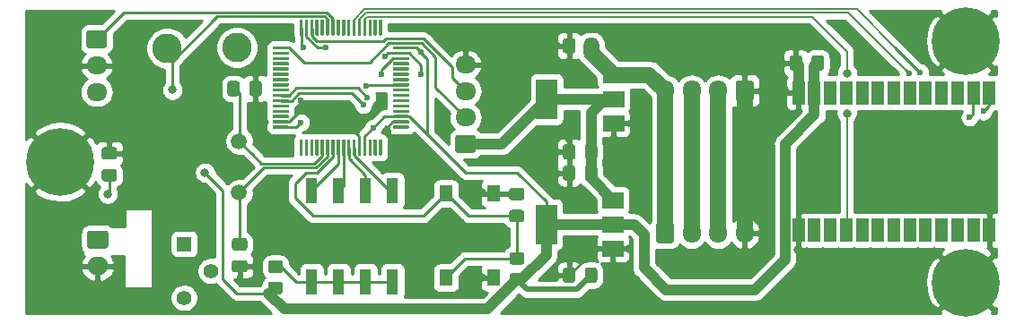
<source format=gbr>
G04 #@! TF.GenerationSoftware,KiCad,Pcbnew,5.1.9*
G04 #@! TF.CreationDate,2021-01-29T13:56:36+08:00*
G04 #@! TF.ProjectId,LaserSwitch-Slave,4c617365-7253-4776-9974-63682d536c61,rev?*
G04 #@! TF.SameCoordinates,Original*
G04 #@! TF.FileFunction,Copper,L1,Top*
G04 #@! TF.FilePolarity,Positive*
%FSLAX46Y46*%
G04 Gerber Fmt 4.6, Leading zero omitted, Abs format (unit mm)*
G04 Created by KiCad (PCBNEW 5.1.9) date 2021-01-29 13:56:36*
%MOMM*%
%LPD*%
G01*
G04 APERTURE LIST*
G04 #@! TA.AperFunction,ComponentPad*
%ADD10C,2.800000*%
G04 #@! TD*
G04 #@! TA.AperFunction,ComponentPad*
%ADD11C,6.400000*%
G04 #@! TD*
G04 #@! TA.AperFunction,ComponentPad*
%ADD12C,1.500000*%
G04 #@! TD*
G04 #@! TA.AperFunction,SMDPad,CuDef*
%ADD13R,1.200000X2.200000*%
G04 #@! TD*
G04 #@! TA.AperFunction,SMDPad,CuDef*
%ADD14R,2.000000X1.500000*%
G04 #@! TD*
G04 #@! TA.AperFunction,SMDPad,CuDef*
%ADD15R,2.000000X3.800000*%
G04 #@! TD*
G04 #@! TA.AperFunction,SMDPad,CuDef*
%ADD16R,1.120000X2.440000*%
G04 #@! TD*
G04 #@! TA.AperFunction,SMDPad,CuDef*
%ADD17R,1.300000X1.550000*%
G04 #@! TD*
G04 #@! TA.AperFunction,ComponentPad*
%ADD18C,1.400000*%
G04 #@! TD*
G04 #@! TA.AperFunction,ComponentPad*
%ADD19R,1.400000X1.400000*%
G04 #@! TD*
G04 #@! TA.AperFunction,ComponentPad*
%ADD20O,1.700000X1.950000*%
G04 #@! TD*
G04 #@! TA.AperFunction,ComponentPad*
%ADD21O,1.950000X1.700000*%
G04 #@! TD*
G04 #@! TA.AperFunction,ComponentPad*
%ADD22O,2.000000X1.700000*%
G04 #@! TD*
G04 #@! TA.AperFunction,ViaPad*
%ADD23C,0.800000*%
G04 #@! TD*
G04 #@! TA.AperFunction,ViaPad*
%ADD24C,0.600000*%
G04 #@! TD*
G04 #@! TA.AperFunction,Conductor*
%ADD25C,0.250000*%
G04 #@! TD*
G04 #@! TA.AperFunction,Conductor*
%ADD26C,1.000000*%
G04 #@! TD*
G04 #@! TA.AperFunction,Conductor*
%ADD27C,1.500000*%
G04 #@! TD*
G04 #@! TA.AperFunction,Conductor*
%ADD28C,0.500000*%
G04 #@! TD*
G04 #@! TA.AperFunction,Conductor*
%ADD29C,0.200000*%
G04 #@! TD*
G04 #@! TA.AperFunction,Conductor*
%ADD30C,0.254000*%
G04 #@! TD*
G04 #@! TA.AperFunction,Conductor*
%ADD31C,0.100000*%
G04 #@! TD*
G04 APERTURE END LIST*
G04 #@! TO.P,C17,2*
G04 #@! TO.N,GND*
G04 #@! TA.AperFunction,SMDPad,CuDef*
G36*
G01*
X116070400Y-99774500D02*
X115120400Y-99774500D01*
G75*
G02*
X114870400Y-99524500I0J250000D01*
G01*
X114870400Y-98849500D01*
G75*
G02*
X115120400Y-98599500I250000J0D01*
G01*
X116070400Y-98599500D01*
G75*
G02*
X116320400Y-98849500I0J-250000D01*
G01*
X116320400Y-99524500D01*
G75*
G02*
X116070400Y-99774500I-250000J0D01*
G01*
G37*
G04 #@! TD.AperFunction*
G04 #@! TO.P,C17,1*
G04 #@! TO.N,Net-(C17-Pad1)*
G04 #@! TA.AperFunction,SMDPad,CuDef*
G36*
G01*
X116070400Y-101849500D02*
X115120400Y-101849500D01*
G75*
G02*
X114870400Y-101599500I0J250000D01*
G01*
X114870400Y-100924500D01*
G75*
G02*
X115120400Y-100674500I250000J0D01*
G01*
X116070400Y-100674500D01*
G75*
G02*
X116320400Y-100924500I0J-250000D01*
G01*
X116320400Y-101599500D01*
G75*
G02*
X116070400Y-101849500I-250000J0D01*
G01*
G37*
G04 #@! TD.AperFunction*
G04 #@! TD*
D10*
G04 #@! TO.P,TP2,1*
G04 #@! TO.N,RX*
X121056400Y-89255600D03*
G04 #@! TD*
G04 #@! TO.P,TP1,1*
G04 #@! TO.N,Net-(R1-Pad2)*
X127635000Y-89179400D03*
G04 #@! TD*
G04 #@! TO.P,R5,2*
G04 #@! TO.N,+3V3*
G04 #@! TA.AperFunction,SMDPad,CuDef*
G36*
G01*
X130817199Y-111321800D02*
X131717201Y-111321800D01*
G75*
G02*
X131967200Y-111571799I0J-249999D01*
G01*
X131967200Y-112271801D01*
G75*
G02*
X131717201Y-112521800I-249999J0D01*
G01*
X130817199Y-112521800D01*
G75*
G02*
X130567200Y-112271801I0J249999D01*
G01*
X130567200Y-111571799D01*
G75*
G02*
X130817199Y-111321800I249999J0D01*
G01*
G37*
G04 #@! TD.AperFunction*
G04 #@! TO.P,R5,1*
G04 #@! TO.N,Net-(R5-Pad1)*
G04 #@! TA.AperFunction,SMDPad,CuDef*
G36*
G01*
X130817199Y-109321800D02*
X131717201Y-109321800D01*
G75*
G02*
X131967200Y-109571799I0J-249999D01*
G01*
X131967200Y-110271801D01*
G75*
G02*
X131717201Y-110521800I-249999J0D01*
G01*
X130817199Y-110521800D01*
G75*
G02*
X130567200Y-110271801I0J249999D01*
G01*
X130567200Y-109571799D01*
G75*
G02*
X130817199Y-109321800I249999J0D01*
G01*
G37*
G04 #@! TD.AperFunction*
G04 #@! TD*
D11*
G04 #@! TO.P,H3,1*
G04 #@! TO.N,GND*
X196418200Y-111404400D03*
G04 #@! TD*
G04 #@! TO.P,H2,1*
G04 #@! TO.N,GND*
X196418200Y-88569800D03*
G04 #@! TD*
G04 #@! TO.P,H1,1*
G04 #@! TO.N,GND*
X110947200Y-100000000D03*
G04 #@! TD*
D12*
G04 #@! TO.P,Y1,2*
G04 #@! TO.N,Net-(C10-Pad1)*
X127838200Y-102924000D03*
G04 #@! TO.P,Y1,1*
G04 #@! TO.N,Net-(C9-Pad1)*
X127838200Y-98044000D03*
G04 #@! TD*
G04 #@! TO.P,U6,64*
G04 #@! TO.N,+3V3*
G04 #@! TA.AperFunction,SMDPad,CuDef*
G36*
G01*
X132464400Y-96864000D02*
X131064400Y-96864000D01*
G75*
G02*
X130989400Y-96789000I0J75000D01*
G01*
X130989400Y-96639000D01*
G75*
G02*
X131064400Y-96564000I75000J0D01*
G01*
X132464400Y-96564000D01*
G75*
G02*
X132539400Y-96639000I0J-75000D01*
G01*
X132539400Y-96789000D01*
G75*
G02*
X132464400Y-96864000I-75000J0D01*
G01*
G37*
G04 #@! TD.AperFunction*
G04 #@! TO.P,U6,63*
G04 #@! TO.N,GND*
G04 #@! TA.AperFunction,SMDPad,CuDef*
G36*
G01*
X132464400Y-96364000D02*
X131064400Y-96364000D01*
G75*
G02*
X130989400Y-96289000I0J75000D01*
G01*
X130989400Y-96139000D01*
G75*
G02*
X131064400Y-96064000I75000J0D01*
G01*
X132464400Y-96064000D01*
G75*
G02*
X132539400Y-96139000I0J-75000D01*
G01*
X132539400Y-96289000D01*
G75*
G02*
X132464400Y-96364000I-75000J0D01*
G01*
G37*
G04 #@! TD.AperFunction*
G04 #@! TO.P,U6,62*
G04 #@! TO.N,Net-(U6-Pad62)*
G04 #@! TA.AperFunction,SMDPad,CuDef*
G36*
G01*
X132464400Y-95864000D02*
X131064400Y-95864000D01*
G75*
G02*
X130989400Y-95789000I0J75000D01*
G01*
X130989400Y-95639000D01*
G75*
G02*
X131064400Y-95564000I75000J0D01*
G01*
X132464400Y-95564000D01*
G75*
G02*
X132539400Y-95639000I0J-75000D01*
G01*
X132539400Y-95789000D01*
G75*
G02*
X132464400Y-95864000I-75000J0D01*
G01*
G37*
G04 #@! TD.AperFunction*
G04 #@! TO.P,U6,61*
G04 #@! TO.N,Net-(U6-Pad61)*
G04 #@! TA.AperFunction,SMDPad,CuDef*
G36*
G01*
X132464400Y-95364000D02*
X131064400Y-95364000D01*
G75*
G02*
X130989400Y-95289000I0J75000D01*
G01*
X130989400Y-95139000D01*
G75*
G02*
X131064400Y-95064000I75000J0D01*
G01*
X132464400Y-95064000D01*
G75*
G02*
X132539400Y-95139000I0J-75000D01*
G01*
X132539400Y-95289000D01*
G75*
G02*
X132464400Y-95364000I-75000J0D01*
G01*
G37*
G04 #@! TD.AperFunction*
G04 #@! TO.P,U6,60*
G04 #@! TO.N,Net-(U6-Pad60)*
G04 #@! TA.AperFunction,SMDPad,CuDef*
G36*
G01*
X132464400Y-94864000D02*
X131064400Y-94864000D01*
G75*
G02*
X130989400Y-94789000I0J75000D01*
G01*
X130989400Y-94639000D01*
G75*
G02*
X131064400Y-94564000I75000J0D01*
G01*
X132464400Y-94564000D01*
G75*
G02*
X132539400Y-94639000I0J-75000D01*
G01*
X132539400Y-94789000D01*
G75*
G02*
X132464400Y-94864000I-75000J0D01*
G01*
G37*
G04 #@! TD.AperFunction*
G04 #@! TO.P,U6,59*
G04 #@! TO.N,SDA*
G04 #@! TA.AperFunction,SMDPad,CuDef*
G36*
G01*
X132464400Y-94364000D02*
X131064400Y-94364000D01*
G75*
G02*
X130989400Y-94289000I0J75000D01*
G01*
X130989400Y-94139000D01*
G75*
G02*
X131064400Y-94064000I75000J0D01*
G01*
X132464400Y-94064000D01*
G75*
G02*
X132539400Y-94139000I0J-75000D01*
G01*
X132539400Y-94289000D01*
G75*
G02*
X132464400Y-94364000I-75000J0D01*
G01*
G37*
G04 #@! TD.AperFunction*
G04 #@! TO.P,U6,58*
G04 #@! TO.N,SCL*
G04 #@! TA.AperFunction,SMDPad,CuDef*
G36*
G01*
X132464400Y-93864000D02*
X131064400Y-93864000D01*
G75*
G02*
X130989400Y-93789000I0J75000D01*
G01*
X130989400Y-93639000D01*
G75*
G02*
X131064400Y-93564000I75000J0D01*
G01*
X132464400Y-93564000D01*
G75*
G02*
X132539400Y-93639000I0J-75000D01*
G01*
X132539400Y-93789000D01*
G75*
G02*
X132464400Y-93864000I-75000J0D01*
G01*
G37*
G04 #@! TD.AperFunction*
G04 #@! TO.P,U6,57*
G04 #@! TO.N,Net-(U6-Pad57)*
G04 #@! TA.AperFunction,SMDPad,CuDef*
G36*
G01*
X132464400Y-93364000D02*
X131064400Y-93364000D01*
G75*
G02*
X130989400Y-93289000I0J75000D01*
G01*
X130989400Y-93139000D01*
G75*
G02*
X131064400Y-93064000I75000J0D01*
G01*
X132464400Y-93064000D01*
G75*
G02*
X132539400Y-93139000I0J-75000D01*
G01*
X132539400Y-93289000D01*
G75*
G02*
X132464400Y-93364000I-75000J0D01*
G01*
G37*
G04 #@! TD.AperFunction*
G04 #@! TO.P,U6,56*
G04 #@! TO.N,Net-(U6-Pad56)*
G04 #@! TA.AperFunction,SMDPad,CuDef*
G36*
G01*
X132464400Y-92864000D02*
X131064400Y-92864000D01*
G75*
G02*
X130989400Y-92789000I0J75000D01*
G01*
X130989400Y-92639000D01*
G75*
G02*
X131064400Y-92564000I75000J0D01*
G01*
X132464400Y-92564000D01*
G75*
G02*
X132539400Y-92639000I0J-75000D01*
G01*
X132539400Y-92789000D01*
G75*
G02*
X132464400Y-92864000I-75000J0D01*
G01*
G37*
G04 #@! TD.AperFunction*
G04 #@! TO.P,U6,55*
G04 #@! TO.N,Net-(U6-Pad55)*
G04 #@! TA.AperFunction,SMDPad,CuDef*
G36*
G01*
X132464400Y-92364000D02*
X131064400Y-92364000D01*
G75*
G02*
X130989400Y-92289000I0J75000D01*
G01*
X130989400Y-92139000D01*
G75*
G02*
X131064400Y-92064000I75000J0D01*
G01*
X132464400Y-92064000D01*
G75*
G02*
X132539400Y-92139000I0J-75000D01*
G01*
X132539400Y-92289000D01*
G75*
G02*
X132464400Y-92364000I-75000J0D01*
G01*
G37*
G04 #@! TD.AperFunction*
G04 #@! TO.P,U6,54*
G04 #@! TO.N,Net-(U6-Pad54)*
G04 #@! TA.AperFunction,SMDPad,CuDef*
G36*
G01*
X132464400Y-91864000D02*
X131064400Y-91864000D01*
G75*
G02*
X130989400Y-91789000I0J75000D01*
G01*
X130989400Y-91639000D01*
G75*
G02*
X131064400Y-91564000I75000J0D01*
G01*
X132464400Y-91564000D01*
G75*
G02*
X132539400Y-91639000I0J-75000D01*
G01*
X132539400Y-91789000D01*
G75*
G02*
X132464400Y-91864000I-75000J0D01*
G01*
G37*
G04 #@! TD.AperFunction*
G04 #@! TO.P,U6,53*
G04 #@! TO.N,Net-(U6-Pad53)*
G04 #@! TA.AperFunction,SMDPad,CuDef*
G36*
G01*
X132464400Y-91364000D02*
X131064400Y-91364000D01*
G75*
G02*
X130989400Y-91289000I0J75000D01*
G01*
X130989400Y-91139000D01*
G75*
G02*
X131064400Y-91064000I75000J0D01*
G01*
X132464400Y-91064000D01*
G75*
G02*
X132539400Y-91139000I0J-75000D01*
G01*
X132539400Y-91289000D01*
G75*
G02*
X132464400Y-91364000I-75000J0D01*
G01*
G37*
G04 #@! TD.AperFunction*
G04 #@! TO.P,U6,52*
G04 #@! TO.N,Net-(U6-Pad52)*
G04 #@! TA.AperFunction,SMDPad,CuDef*
G36*
G01*
X132464400Y-90864000D02*
X131064400Y-90864000D01*
G75*
G02*
X130989400Y-90789000I0J75000D01*
G01*
X130989400Y-90639000D01*
G75*
G02*
X131064400Y-90564000I75000J0D01*
G01*
X132464400Y-90564000D01*
G75*
G02*
X132539400Y-90639000I0J-75000D01*
G01*
X132539400Y-90789000D01*
G75*
G02*
X132464400Y-90864000I-75000J0D01*
G01*
G37*
G04 #@! TD.AperFunction*
G04 #@! TO.P,U6,51*
G04 #@! TO.N,Net-(U6-Pad51)*
G04 #@! TA.AperFunction,SMDPad,CuDef*
G36*
G01*
X132464400Y-90364000D02*
X131064400Y-90364000D01*
G75*
G02*
X130989400Y-90289000I0J75000D01*
G01*
X130989400Y-90139000D01*
G75*
G02*
X131064400Y-90064000I75000J0D01*
G01*
X132464400Y-90064000D01*
G75*
G02*
X132539400Y-90139000I0J-75000D01*
G01*
X132539400Y-90289000D01*
G75*
G02*
X132464400Y-90364000I-75000J0D01*
G01*
G37*
G04 #@! TD.AperFunction*
G04 #@! TO.P,U6,50*
G04 #@! TO.N,Net-(U6-Pad50)*
G04 #@! TA.AperFunction,SMDPad,CuDef*
G36*
G01*
X132464400Y-89864000D02*
X131064400Y-89864000D01*
G75*
G02*
X130989400Y-89789000I0J75000D01*
G01*
X130989400Y-89639000D01*
G75*
G02*
X131064400Y-89564000I75000J0D01*
G01*
X132464400Y-89564000D01*
G75*
G02*
X132539400Y-89639000I0J-75000D01*
G01*
X132539400Y-89789000D01*
G75*
G02*
X132464400Y-89864000I-75000J0D01*
G01*
G37*
G04 #@! TD.AperFunction*
G04 #@! TO.P,U6,49*
G04 #@! TO.N,SWDCLK*
G04 #@! TA.AperFunction,SMDPad,CuDef*
G36*
G01*
X132464400Y-89364000D02*
X131064400Y-89364000D01*
G75*
G02*
X130989400Y-89289000I0J75000D01*
G01*
X130989400Y-89139000D01*
G75*
G02*
X131064400Y-89064000I75000J0D01*
G01*
X132464400Y-89064000D01*
G75*
G02*
X132539400Y-89139000I0J-75000D01*
G01*
X132539400Y-89289000D01*
G75*
G02*
X132464400Y-89364000I-75000J0D01*
G01*
G37*
G04 #@! TD.AperFunction*
G04 #@! TO.P,U6,48*
G04 #@! TO.N,+3V3*
G04 #@! TA.AperFunction,SMDPad,CuDef*
G36*
G01*
X133764400Y-88064000D02*
X133614400Y-88064000D01*
G75*
G02*
X133539400Y-87989000I0J75000D01*
G01*
X133539400Y-86589000D01*
G75*
G02*
X133614400Y-86514000I75000J0D01*
G01*
X133764400Y-86514000D01*
G75*
G02*
X133839400Y-86589000I0J-75000D01*
G01*
X133839400Y-87989000D01*
G75*
G02*
X133764400Y-88064000I-75000J0D01*
G01*
G37*
G04 #@! TD.AperFunction*
G04 #@! TO.P,U6,47*
G04 #@! TO.N,GND*
G04 #@! TA.AperFunction,SMDPad,CuDef*
G36*
G01*
X134264400Y-88064000D02*
X134114400Y-88064000D01*
G75*
G02*
X134039400Y-87989000I0J75000D01*
G01*
X134039400Y-86589000D01*
G75*
G02*
X134114400Y-86514000I75000J0D01*
G01*
X134264400Y-86514000D01*
G75*
G02*
X134339400Y-86589000I0J-75000D01*
G01*
X134339400Y-87989000D01*
G75*
G02*
X134264400Y-88064000I-75000J0D01*
G01*
G37*
G04 #@! TD.AperFunction*
G04 #@! TO.P,U6,46*
G04 #@! TO.N,SWDIO*
G04 #@! TA.AperFunction,SMDPad,CuDef*
G36*
G01*
X134764400Y-88064000D02*
X134614400Y-88064000D01*
G75*
G02*
X134539400Y-87989000I0J75000D01*
G01*
X134539400Y-86589000D01*
G75*
G02*
X134614400Y-86514000I75000J0D01*
G01*
X134764400Y-86514000D01*
G75*
G02*
X134839400Y-86589000I0J-75000D01*
G01*
X134839400Y-87989000D01*
G75*
G02*
X134764400Y-88064000I-75000J0D01*
G01*
G37*
G04 #@! TD.AperFunction*
G04 #@! TO.P,U6,45*
G04 #@! TO.N,Net-(U6-Pad45)*
G04 #@! TA.AperFunction,SMDPad,CuDef*
G36*
G01*
X135264400Y-88064000D02*
X135114400Y-88064000D01*
G75*
G02*
X135039400Y-87989000I0J75000D01*
G01*
X135039400Y-86589000D01*
G75*
G02*
X135114400Y-86514000I75000J0D01*
G01*
X135264400Y-86514000D01*
G75*
G02*
X135339400Y-86589000I0J-75000D01*
G01*
X135339400Y-87989000D01*
G75*
G02*
X135264400Y-88064000I-75000J0D01*
G01*
G37*
G04 #@! TD.AperFunction*
G04 #@! TO.P,U6,44*
G04 #@! TO.N,Net-(U6-Pad44)*
G04 #@! TA.AperFunction,SMDPad,CuDef*
G36*
G01*
X135764400Y-88064000D02*
X135614400Y-88064000D01*
G75*
G02*
X135539400Y-87989000I0J75000D01*
G01*
X135539400Y-86589000D01*
G75*
G02*
X135614400Y-86514000I75000J0D01*
G01*
X135764400Y-86514000D01*
G75*
G02*
X135839400Y-86589000I0J-75000D01*
G01*
X135839400Y-87989000D01*
G75*
G02*
X135764400Y-88064000I-75000J0D01*
G01*
G37*
G04 #@! TD.AperFunction*
G04 #@! TO.P,U6,43*
G04 #@! TO.N,RX*
G04 #@! TA.AperFunction,SMDPad,CuDef*
G36*
G01*
X136264400Y-88064000D02*
X136114400Y-88064000D01*
G75*
G02*
X136039400Y-87989000I0J75000D01*
G01*
X136039400Y-86589000D01*
G75*
G02*
X136114400Y-86514000I75000J0D01*
G01*
X136264400Y-86514000D01*
G75*
G02*
X136339400Y-86589000I0J-75000D01*
G01*
X136339400Y-87989000D01*
G75*
G02*
X136264400Y-88064000I-75000J0D01*
G01*
G37*
G04 #@! TD.AperFunction*
G04 #@! TO.P,U6,42*
G04 #@! TO.N,TX*
G04 #@! TA.AperFunction,SMDPad,CuDef*
G36*
G01*
X136764400Y-88064000D02*
X136614400Y-88064000D01*
G75*
G02*
X136539400Y-87989000I0J75000D01*
G01*
X136539400Y-86589000D01*
G75*
G02*
X136614400Y-86514000I75000J0D01*
G01*
X136764400Y-86514000D01*
G75*
G02*
X136839400Y-86589000I0J-75000D01*
G01*
X136839400Y-87989000D01*
G75*
G02*
X136764400Y-88064000I-75000J0D01*
G01*
G37*
G04 #@! TD.AperFunction*
G04 #@! TO.P,U6,41*
G04 #@! TO.N,Net-(U6-Pad41)*
G04 #@! TA.AperFunction,SMDPad,CuDef*
G36*
G01*
X137264400Y-88064000D02*
X137114400Y-88064000D01*
G75*
G02*
X137039400Y-87989000I0J75000D01*
G01*
X137039400Y-86589000D01*
G75*
G02*
X137114400Y-86514000I75000J0D01*
G01*
X137264400Y-86514000D01*
G75*
G02*
X137339400Y-86589000I0J-75000D01*
G01*
X137339400Y-87989000D01*
G75*
G02*
X137264400Y-88064000I-75000J0D01*
G01*
G37*
G04 #@! TD.AperFunction*
G04 #@! TO.P,U6,40*
G04 #@! TO.N,Net-(U6-Pad40)*
G04 #@! TA.AperFunction,SMDPad,CuDef*
G36*
G01*
X137764400Y-88064000D02*
X137614400Y-88064000D01*
G75*
G02*
X137539400Y-87989000I0J75000D01*
G01*
X137539400Y-86589000D01*
G75*
G02*
X137614400Y-86514000I75000J0D01*
G01*
X137764400Y-86514000D01*
G75*
G02*
X137839400Y-86589000I0J-75000D01*
G01*
X137839400Y-87989000D01*
G75*
G02*
X137764400Y-88064000I-75000J0D01*
G01*
G37*
G04 #@! TD.AperFunction*
G04 #@! TO.P,U6,39*
G04 #@! TO.N,Net-(U6-Pad39)*
G04 #@! TA.AperFunction,SMDPad,CuDef*
G36*
G01*
X138264400Y-88064000D02*
X138114400Y-88064000D01*
G75*
G02*
X138039400Y-87989000I0J75000D01*
G01*
X138039400Y-86589000D01*
G75*
G02*
X138114400Y-86514000I75000J0D01*
G01*
X138264400Y-86514000D01*
G75*
G02*
X138339400Y-86589000I0J-75000D01*
G01*
X138339400Y-87989000D01*
G75*
G02*
X138264400Y-88064000I-75000J0D01*
G01*
G37*
G04 #@! TD.AperFunction*
G04 #@! TO.P,U6,38*
G04 #@! TO.N,BT_RX*
G04 #@! TA.AperFunction,SMDPad,CuDef*
G36*
G01*
X138764400Y-88064000D02*
X138614400Y-88064000D01*
G75*
G02*
X138539400Y-87989000I0J75000D01*
G01*
X138539400Y-86589000D01*
G75*
G02*
X138614400Y-86514000I75000J0D01*
G01*
X138764400Y-86514000D01*
G75*
G02*
X138839400Y-86589000I0J-75000D01*
G01*
X138839400Y-87989000D01*
G75*
G02*
X138764400Y-88064000I-75000J0D01*
G01*
G37*
G04 #@! TD.AperFunction*
G04 #@! TO.P,U6,37*
G04 #@! TO.N,BT_TX*
G04 #@! TA.AperFunction,SMDPad,CuDef*
G36*
G01*
X139264400Y-88064000D02*
X139114400Y-88064000D01*
G75*
G02*
X139039400Y-87989000I0J75000D01*
G01*
X139039400Y-86589000D01*
G75*
G02*
X139114400Y-86514000I75000J0D01*
G01*
X139264400Y-86514000D01*
G75*
G02*
X139339400Y-86589000I0J-75000D01*
G01*
X139339400Y-87989000D01*
G75*
G02*
X139264400Y-88064000I-75000J0D01*
G01*
G37*
G04 #@! TD.AperFunction*
G04 #@! TO.P,U6,36*
G04 #@! TO.N,BT_CONN*
G04 #@! TA.AperFunction,SMDPad,CuDef*
G36*
G01*
X139764400Y-88064000D02*
X139614400Y-88064000D01*
G75*
G02*
X139539400Y-87989000I0J75000D01*
G01*
X139539400Y-86589000D01*
G75*
G02*
X139614400Y-86514000I75000J0D01*
G01*
X139764400Y-86514000D01*
G75*
G02*
X139839400Y-86589000I0J-75000D01*
G01*
X139839400Y-87989000D01*
G75*
G02*
X139764400Y-88064000I-75000J0D01*
G01*
G37*
G04 #@! TD.AperFunction*
G04 #@! TO.P,U6,35*
G04 #@! TO.N,Net-(U6-Pad35)*
G04 #@! TA.AperFunction,SMDPad,CuDef*
G36*
G01*
X140264400Y-88064000D02*
X140114400Y-88064000D01*
G75*
G02*
X140039400Y-87989000I0J75000D01*
G01*
X140039400Y-86589000D01*
G75*
G02*
X140114400Y-86514000I75000J0D01*
G01*
X140264400Y-86514000D01*
G75*
G02*
X140339400Y-86589000I0J-75000D01*
G01*
X140339400Y-87989000D01*
G75*
G02*
X140264400Y-88064000I-75000J0D01*
G01*
G37*
G04 #@! TD.AperFunction*
G04 #@! TO.P,U6,34*
G04 #@! TO.N,Net-(U6-Pad34)*
G04 #@! TA.AperFunction,SMDPad,CuDef*
G36*
G01*
X140764400Y-88064000D02*
X140614400Y-88064000D01*
G75*
G02*
X140539400Y-87989000I0J75000D01*
G01*
X140539400Y-86589000D01*
G75*
G02*
X140614400Y-86514000I75000J0D01*
G01*
X140764400Y-86514000D01*
G75*
G02*
X140839400Y-86589000I0J-75000D01*
G01*
X140839400Y-87989000D01*
G75*
G02*
X140764400Y-88064000I-75000J0D01*
G01*
G37*
G04 #@! TD.AperFunction*
G04 #@! TO.P,U6,33*
G04 #@! TO.N,Net-(U6-Pad33)*
G04 #@! TA.AperFunction,SMDPad,CuDef*
G36*
G01*
X141264400Y-88064000D02*
X141114400Y-88064000D01*
G75*
G02*
X141039400Y-87989000I0J75000D01*
G01*
X141039400Y-86589000D01*
G75*
G02*
X141114400Y-86514000I75000J0D01*
G01*
X141264400Y-86514000D01*
G75*
G02*
X141339400Y-86589000I0J-75000D01*
G01*
X141339400Y-87989000D01*
G75*
G02*
X141264400Y-88064000I-75000J0D01*
G01*
G37*
G04 #@! TD.AperFunction*
G04 #@! TO.P,U6,32*
G04 #@! TO.N,+3V3*
G04 #@! TA.AperFunction,SMDPad,CuDef*
G36*
G01*
X143814400Y-89364000D02*
X142414400Y-89364000D01*
G75*
G02*
X142339400Y-89289000I0J75000D01*
G01*
X142339400Y-89139000D01*
G75*
G02*
X142414400Y-89064000I75000J0D01*
G01*
X143814400Y-89064000D01*
G75*
G02*
X143889400Y-89139000I0J-75000D01*
G01*
X143889400Y-89289000D01*
G75*
G02*
X143814400Y-89364000I-75000J0D01*
G01*
G37*
G04 #@! TD.AperFunction*
G04 #@! TO.P,U6,31*
G04 #@! TO.N,GND*
G04 #@! TA.AperFunction,SMDPad,CuDef*
G36*
G01*
X143814400Y-89864000D02*
X142414400Y-89864000D01*
G75*
G02*
X142339400Y-89789000I0J75000D01*
G01*
X142339400Y-89639000D01*
G75*
G02*
X142414400Y-89564000I75000J0D01*
G01*
X143814400Y-89564000D01*
G75*
G02*
X143889400Y-89639000I0J-75000D01*
G01*
X143889400Y-89789000D01*
G75*
G02*
X143814400Y-89864000I-75000J0D01*
G01*
G37*
G04 #@! TD.AperFunction*
G04 #@! TO.P,U6,30*
G04 #@! TO.N,Net-(C11-Pad1)*
G04 #@! TA.AperFunction,SMDPad,CuDef*
G36*
G01*
X143814400Y-90364000D02*
X142414400Y-90364000D01*
G75*
G02*
X142339400Y-90289000I0J75000D01*
G01*
X142339400Y-90139000D01*
G75*
G02*
X142414400Y-90064000I75000J0D01*
G01*
X143814400Y-90064000D01*
G75*
G02*
X143889400Y-90139000I0J-75000D01*
G01*
X143889400Y-90289000D01*
G75*
G02*
X143814400Y-90364000I-75000J0D01*
G01*
G37*
G04 #@! TD.AperFunction*
G04 #@! TO.P,U6,29*
G04 #@! TO.N,Net-(U6-Pad29)*
G04 #@! TA.AperFunction,SMDPad,CuDef*
G36*
G01*
X143814400Y-90864000D02*
X142414400Y-90864000D01*
G75*
G02*
X142339400Y-90789000I0J75000D01*
G01*
X142339400Y-90639000D01*
G75*
G02*
X142414400Y-90564000I75000J0D01*
G01*
X143814400Y-90564000D01*
G75*
G02*
X143889400Y-90639000I0J-75000D01*
G01*
X143889400Y-90789000D01*
G75*
G02*
X143814400Y-90864000I-75000J0D01*
G01*
G37*
G04 #@! TD.AperFunction*
G04 #@! TO.P,U6,28*
G04 #@! TO.N,Net-(U6-Pad28)*
G04 #@! TA.AperFunction,SMDPad,CuDef*
G36*
G01*
X143814400Y-91364000D02*
X142414400Y-91364000D01*
G75*
G02*
X142339400Y-91289000I0J75000D01*
G01*
X142339400Y-91139000D01*
G75*
G02*
X142414400Y-91064000I75000J0D01*
G01*
X143814400Y-91064000D01*
G75*
G02*
X143889400Y-91139000I0J-75000D01*
G01*
X143889400Y-91289000D01*
G75*
G02*
X143814400Y-91364000I-75000J0D01*
G01*
G37*
G04 #@! TD.AperFunction*
G04 #@! TO.P,U6,27*
G04 #@! TO.N,Net-(U6-Pad27)*
G04 #@! TA.AperFunction,SMDPad,CuDef*
G36*
G01*
X143814400Y-91864000D02*
X142414400Y-91864000D01*
G75*
G02*
X142339400Y-91789000I0J75000D01*
G01*
X142339400Y-91639000D01*
G75*
G02*
X142414400Y-91564000I75000J0D01*
G01*
X143814400Y-91564000D01*
G75*
G02*
X143889400Y-91639000I0J-75000D01*
G01*
X143889400Y-91789000D01*
G75*
G02*
X143814400Y-91864000I-75000J0D01*
G01*
G37*
G04 #@! TD.AperFunction*
G04 #@! TO.P,U6,26*
G04 #@! TO.N,Net-(U6-Pad26)*
G04 #@! TA.AperFunction,SMDPad,CuDef*
G36*
G01*
X143814400Y-92364000D02*
X142414400Y-92364000D01*
G75*
G02*
X142339400Y-92289000I0J75000D01*
G01*
X142339400Y-92139000D01*
G75*
G02*
X142414400Y-92064000I75000J0D01*
G01*
X143814400Y-92064000D01*
G75*
G02*
X143889400Y-92139000I0J-75000D01*
G01*
X143889400Y-92289000D01*
G75*
G02*
X143814400Y-92364000I-75000J0D01*
G01*
G37*
G04 #@! TD.AperFunction*
G04 #@! TO.P,U6,25*
G04 #@! TO.N,ADC*
G04 #@! TA.AperFunction,SMDPad,CuDef*
G36*
G01*
X143814400Y-92864000D02*
X142414400Y-92864000D01*
G75*
G02*
X142339400Y-92789000I0J75000D01*
G01*
X142339400Y-92639000D01*
G75*
G02*
X142414400Y-92564000I75000J0D01*
G01*
X143814400Y-92564000D01*
G75*
G02*
X143889400Y-92639000I0J-75000D01*
G01*
X143889400Y-92789000D01*
G75*
G02*
X143814400Y-92864000I-75000J0D01*
G01*
G37*
G04 #@! TD.AperFunction*
G04 #@! TO.P,U6,24*
G04 #@! TO.N,Net-(U6-Pad24)*
G04 #@! TA.AperFunction,SMDPad,CuDef*
G36*
G01*
X143814400Y-93364000D02*
X142414400Y-93364000D01*
G75*
G02*
X142339400Y-93289000I0J75000D01*
G01*
X142339400Y-93139000D01*
G75*
G02*
X142414400Y-93064000I75000J0D01*
G01*
X143814400Y-93064000D01*
G75*
G02*
X143889400Y-93139000I0J-75000D01*
G01*
X143889400Y-93289000D01*
G75*
G02*
X143814400Y-93364000I-75000J0D01*
G01*
G37*
G04 #@! TD.AperFunction*
G04 #@! TO.P,U6,23*
G04 #@! TO.N,Net-(U6-Pad23)*
G04 #@! TA.AperFunction,SMDPad,CuDef*
G36*
G01*
X143814400Y-93864000D02*
X142414400Y-93864000D01*
G75*
G02*
X142339400Y-93789000I0J75000D01*
G01*
X142339400Y-93639000D01*
G75*
G02*
X142414400Y-93564000I75000J0D01*
G01*
X143814400Y-93564000D01*
G75*
G02*
X143889400Y-93639000I0J-75000D01*
G01*
X143889400Y-93789000D01*
G75*
G02*
X143814400Y-93864000I-75000J0D01*
G01*
G37*
G04 #@! TD.AperFunction*
G04 #@! TO.P,U6,22*
G04 #@! TO.N,Net-(U6-Pad22)*
G04 #@! TA.AperFunction,SMDPad,CuDef*
G36*
G01*
X143814400Y-94364000D02*
X142414400Y-94364000D01*
G75*
G02*
X142339400Y-94289000I0J75000D01*
G01*
X142339400Y-94139000D01*
G75*
G02*
X142414400Y-94064000I75000J0D01*
G01*
X143814400Y-94064000D01*
G75*
G02*
X143889400Y-94139000I0J-75000D01*
G01*
X143889400Y-94289000D01*
G75*
G02*
X143814400Y-94364000I-75000J0D01*
G01*
G37*
G04 #@! TD.AperFunction*
G04 #@! TO.P,U6,21*
G04 #@! TO.N,Net-(U6-Pad21)*
G04 #@! TA.AperFunction,SMDPad,CuDef*
G36*
G01*
X143814400Y-94864000D02*
X142414400Y-94864000D01*
G75*
G02*
X142339400Y-94789000I0J75000D01*
G01*
X142339400Y-94639000D01*
G75*
G02*
X142414400Y-94564000I75000J0D01*
G01*
X143814400Y-94564000D01*
G75*
G02*
X143889400Y-94639000I0J-75000D01*
G01*
X143889400Y-94789000D01*
G75*
G02*
X143814400Y-94864000I-75000J0D01*
G01*
G37*
G04 #@! TD.AperFunction*
G04 #@! TO.P,U6,20*
G04 #@! TO.N,Net-(U6-Pad20)*
G04 #@! TA.AperFunction,SMDPad,CuDef*
G36*
G01*
X143814400Y-95364000D02*
X142414400Y-95364000D01*
G75*
G02*
X142339400Y-95289000I0J75000D01*
G01*
X142339400Y-95139000D01*
G75*
G02*
X142414400Y-95064000I75000J0D01*
G01*
X143814400Y-95064000D01*
G75*
G02*
X143889400Y-95139000I0J-75000D01*
G01*
X143889400Y-95289000D01*
G75*
G02*
X143814400Y-95364000I-75000J0D01*
G01*
G37*
G04 #@! TD.AperFunction*
G04 #@! TO.P,U6,19*
G04 #@! TO.N,+3V3*
G04 #@! TA.AperFunction,SMDPad,CuDef*
G36*
G01*
X143814400Y-95864000D02*
X142414400Y-95864000D01*
G75*
G02*
X142339400Y-95789000I0J75000D01*
G01*
X142339400Y-95639000D01*
G75*
G02*
X142414400Y-95564000I75000J0D01*
G01*
X143814400Y-95564000D01*
G75*
G02*
X143889400Y-95639000I0J-75000D01*
G01*
X143889400Y-95789000D01*
G75*
G02*
X143814400Y-95864000I-75000J0D01*
G01*
G37*
G04 #@! TD.AperFunction*
G04 #@! TO.P,U6,18*
G04 #@! TO.N,GND*
G04 #@! TA.AperFunction,SMDPad,CuDef*
G36*
G01*
X143814400Y-96364000D02*
X142414400Y-96364000D01*
G75*
G02*
X142339400Y-96289000I0J75000D01*
G01*
X142339400Y-96139000D01*
G75*
G02*
X142414400Y-96064000I75000J0D01*
G01*
X143814400Y-96064000D01*
G75*
G02*
X143889400Y-96139000I0J-75000D01*
G01*
X143889400Y-96289000D01*
G75*
G02*
X143814400Y-96364000I-75000J0D01*
G01*
G37*
G04 #@! TD.AperFunction*
G04 #@! TO.P,U6,17*
G04 #@! TO.N,Net-(U6-Pad17)*
G04 #@! TA.AperFunction,SMDPad,CuDef*
G36*
G01*
X143814400Y-96864000D02*
X142414400Y-96864000D01*
G75*
G02*
X142339400Y-96789000I0J75000D01*
G01*
X142339400Y-96639000D01*
G75*
G02*
X142414400Y-96564000I75000J0D01*
G01*
X143814400Y-96564000D01*
G75*
G02*
X143889400Y-96639000I0J-75000D01*
G01*
X143889400Y-96789000D01*
G75*
G02*
X143814400Y-96864000I-75000J0D01*
G01*
G37*
G04 #@! TD.AperFunction*
G04 #@! TO.P,U6,16*
G04 #@! TO.N,Net-(U6-Pad16)*
G04 #@! TA.AperFunction,SMDPad,CuDef*
G36*
G01*
X141264400Y-99414000D02*
X141114400Y-99414000D01*
G75*
G02*
X141039400Y-99339000I0J75000D01*
G01*
X141039400Y-97939000D01*
G75*
G02*
X141114400Y-97864000I75000J0D01*
G01*
X141264400Y-97864000D01*
G75*
G02*
X141339400Y-97939000I0J-75000D01*
G01*
X141339400Y-99339000D01*
G75*
G02*
X141264400Y-99414000I-75000J0D01*
G01*
G37*
G04 #@! TD.AperFunction*
G04 #@! TO.P,U6,15*
G04 #@! TO.N,Net-(U6-Pad15)*
G04 #@! TA.AperFunction,SMDPad,CuDef*
G36*
G01*
X140764400Y-99414000D02*
X140614400Y-99414000D01*
G75*
G02*
X140539400Y-99339000I0J75000D01*
G01*
X140539400Y-97939000D01*
G75*
G02*
X140614400Y-97864000I75000J0D01*
G01*
X140764400Y-97864000D01*
G75*
G02*
X140839400Y-97939000I0J-75000D01*
G01*
X140839400Y-99339000D01*
G75*
G02*
X140764400Y-99414000I-75000J0D01*
G01*
G37*
G04 #@! TD.AperFunction*
G04 #@! TO.P,U6,14*
G04 #@! TO.N,Net-(U6-Pad14)*
G04 #@! TA.AperFunction,SMDPad,CuDef*
G36*
G01*
X140264400Y-99414000D02*
X140114400Y-99414000D01*
G75*
G02*
X140039400Y-99339000I0J75000D01*
G01*
X140039400Y-97939000D01*
G75*
G02*
X140114400Y-97864000I75000J0D01*
G01*
X140264400Y-97864000D01*
G75*
G02*
X140339400Y-97939000I0J-75000D01*
G01*
X140339400Y-99339000D01*
G75*
G02*
X140264400Y-99414000I-75000J0D01*
G01*
G37*
G04 #@! TD.AperFunction*
G04 #@! TO.P,U6,13*
G04 #@! TO.N,+3V3*
G04 #@! TA.AperFunction,SMDPad,CuDef*
G36*
G01*
X139764400Y-99414000D02*
X139614400Y-99414000D01*
G75*
G02*
X139539400Y-99339000I0J75000D01*
G01*
X139539400Y-97939000D01*
G75*
G02*
X139614400Y-97864000I75000J0D01*
G01*
X139764400Y-97864000D01*
G75*
G02*
X139839400Y-97939000I0J-75000D01*
G01*
X139839400Y-99339000D01*
G75*
G02*
X139764400Y-99414000I-75000J0D01*
G01*
G37*
G04 #@! TD.AperFunction*
G04 #@! TO.P,U6,12*
G04 #@! TO.N,GND*
G04 #@! TA.AperFunction,SMDPad,CuDef*
G36*
G01*
X139264400Y-99414000D02*
X139114400Y-99414000D01*
G75*
G02*
X139039400Y-99339000I0J75000D01*
G01*
X139039400Y-97939000D01*
G75*
G02*
X139114400Y-97864000I75000J0D01*
G01*
X139264400Y-97864000D01*
G75*
G02*
X139339400Y-97939000I0J-75000D01*
G01*
X139339400Y-99339000D01*
G75*
G02*
X139264400Y-99414000I-75000J0D01*
G01*
G37*
G04 #@! TD.AperFunction*
G04 #@! TO.P,U6,11*
G04 #@! TO.N,Net-(SW2-Pad5)*
G04 #@! TA.AperFunction,SMDPad,CuDef*
G36*
G01*
X138764400Y-99414000D02*
X138614400Y-99414000D01*
G75*
G02*
X138539400Y-99339000I0J75000D01*
G01*
X138539400Y-97939000D01*
G75*
G02*
X138614400Y-97864000I75000J0D01*
G01*
X138764400Y-97864000D01*
G75*
G02*
X138839400Y-97939000I0J-75000D01*
G01*
X138839400Y-99339000D01*
G75*
G02*
X138764400Y-99414000I-75000J0D01*
G01*
G37*
G04 #@! TD.AperFunction*
G04 #@! TO.P,U6,10*
G04 #@! TO.N,Net-(SW2-Pad6)*
G04 #@! TA.AperFunction,SMDPad,CuDef*
G36*
G01*
X138264400Y-99414000D02*
X138114400Y-99414000D01*
G75*
G02*
X138039400Y-99339000I0J75000D01*
G01*
X138039400Y-97939000D01*
G75*
G02*
X138114400Y-97864000I75000J0D01*
G01*
X138264400Y-97864000D01*
G75*
G02*
X138339400Y-97939000I0J-75000D01*
G01*
X138339400Y-99339000D01*
G75*
G02*
X138264400Y-99414000I-75000J0D01*
G01*
G37*
G04 #@! TD.AperFunction*
G04 #@! TO.P,U6,9*
G04 #@! TO.N,Net-(SW2-Pad7)*
G04 #@! TA.AperFunction,SMDPad,CuDef*
G36*
G01*
X137764400Y-99414000D02*
X137614400Y-99414000D01*
G75*
G02*
X137539400Y-99339000I0J75000D01*
G01*
X137539400Y-97939000D01*
G75*
G02*
X137614400Y-97864000I75000J0D01*
G01*
X137764400Y-97864000D01*
G75*
G02*
X137839400Y-97939000I0J-75000D01*
G01*
X137839400Y-99339000D01*
G75*
G02*
X137764400Y-99414000I-75000J0D01*
G01*
G37*
G04 #@! TD.AperFunction*
G04 #@! TO.P,U6,8*
G04 #@! TO.N,Net-(SW2-Pad8)*
G04 #@! TA.AperFunction,SMDPad,CuDef*
G36*
G01*
X137264400Y-99414000D02*
X137114400Y-99414000D01*
G75*
G02*
X137039400Y-99339000I0J75000D01*
G01*
X137039400Y-97939000D01*
G75*
G02*
X137114400Y-97864000I75000J0D01*
G01*
X137264400Y-97864000D01*
G75*
G02*
X137339400Y-97939000I0J-75000D01*
G01*
X137339400Y-99339000D01*
G75*
G02*
X137264400Y-99414000I-75000J0D01*
G01*
G37*
G04 #@! TD.AperFunction*
G04 #@! TO.P,U6,7*
G04 #@! TO.N,NRST*
G04 #@! TA.AperFunction,SMDPad,CuDef*
G36*
G01*
X136764400Y-99414000D02*
X136614400Y-99414000D01*
G75*
G02*
X136539400Y-99339000I0J75000D01*
G01*
X136539400Y-97939000D01*
G75*
G02*
X136614400Y-97864000I75000J0D01*
G01*
X136764400Y-97864000D01*
G75*
G02*
X136839400Y-97939000I0J-75000D01*
G01*
X136839400Y-99339000D01*
G75*
G02*
X136764400Y-99414000I-75000J0D01*
G01*
G37*
G04 #@! TD.AperFunction*
G04 #@! TO.P,U6,6*
G04 #@! TO.N,Net-(C10-Pad1)*
G04 #@! TA.AperFunction,SMDPad,CuDef*
G36*
G01*
X136264400Y-99414000D02*
X136114400Y-99414000D01*
G75*
G02*
X136039400Y-99339000I0J75000D01*
G01*
X136039400Y-97939000D01*
G75*
G02*
X136114400Y-97864000I75000J0D01*
G01*
X136264400Y-97864000D01*
G75*
G02*
X136339400Y-97939000I0J-75000D01*
G01*
X136339400Y-99339000D01*
G75*
G02*
X136264400Y-99414000I-75000J0D01*
G01*
G37*
G04 #@! TD.AperFunction*
G04 #@! TO.P,U6,5*
G04 #@! TO.N,Net-(C9-Pad1)*
G04 #@! TA.AperFunction,SMDPad,CuDef*
G36*
G01*
X135764400Y-99414000D02*
X135614400Y-99414000D01*
G75*
G02*
X135539400Y-99339000I0J75000D01*
G01*
X135539400Y-97939000D01*
G75*
G02*
X135614400Y-97864000I75000J0D01*
G01*
X135764400Y-97864000D01*
G75*
G02*
X135839400Y-97939000I0J-75000D01*
G01*
X135839400Y-99339000D01*
G75*
G02*
X135764400Y-99414000I-75000J0D01*
G01*
G37*
G04 #@! TD.AperFunction*
G04 #@! TO.P,U6,4*
G04 #@! TO.N,Net-(U6-Pad4)*
G04 #@! TA.AperFunction,SMDPad,CuDef*
G36*
G01*
X135264400Y-99414000D02*
X135114400Y-99414000D01*
G75*
G02*
X135039400Y-99339000I0J75000D01*
G01*
X135039400Y-97939000D01*
G75*
G02*
X135114400Y-97864000I75000J0D01*
G01*
X135264400Y-97864000D01*
G75*
G02*
X135339400Y-97939000I0J-75000D01*
G01*
X135339400Y-99339000D01*
G75*
G02*
X135264400Y-99414000I-75000J0D01*
G01*
G37*
G04 #@! TD.AperFunction*
G04 #@! TO.P,U6,3*
G04 #@! TO.N,Net-(U6-Pad3)*
G04 #@! TA.AperFunction,SMDPad,CuDef*
G36*
G01*
X134764400Y-99414000D02*
X134614400Y-99414000D01*
G75*
G02*
X134539400Y-99339000I0J75000D01*
G01*
X134539400Y-97939000D01*
G75*
G02*
X134614400Y-97864000I75000J0D01*
G01*
X134764400Y-97864000D01*
G75*
G02*
X134839400Y-97939000I0J-75000D01*
G01*
X134839400Y-99339000D01*
G75*
G02*
X134764400Y-99414000I-75000J0D01*
G01*
G37*
G04 #@! TD.AperFunction*
G04 #@! TO.P,U6,2*
G04 #@! TO.N,Net-(U6-Pad2)*
G04 #@! TA.AperFunction,SMDPad,CuDef*
G36*
G01*
X134264400Y-99414000D02*
X134114400Y-99414000D01*
G75*
G02*
X134039400Y-99339000I0J75000D01*
G01*
X134039400Y-97939000D01*
G75*
G02*
X134114400Y-97864000I75000J0D01*
G01*
X134264400Y-97864000D01*
G75*
G02*
X134339400Y-97939000I0J-75000D01*
G01*
X134339400Y-99339000D01*
G75*
G02*
X134264400Y-99414000I-75000J0D01*
G01*
G37*
G04 #@! TD.AperFunction*
G04 #@! TO.P,U6,1*
G04 #@! TO.N,Net-(U6-Pad1)*
G04 #@! TA.AperFunction,SMDPad,CuDef*
G36*
G01*
X133764400Y-99414000D02*
X133614400Y-99414000D01*
G75*
G02*
X133539400Y-99339000I0J75000D01*
G01*
X133539400Y-97939000D01*
G75*
G02*
X133614400Y-97864000I75000J0D01*
G01*
X133764400Y-97864000D01*
G75*
G02*
X133839400Y-97939000I0J-75000D01*
G01*
X133839400Y-99339000D01*
G75*
G02*
X133764400Y-99414000I-75000J0D01*
G01*
G37*
G04 #@! TD.AperFunction*
G04 #@! TD*
D13*
G04 #@! TO.P,U5,13*
G04 #@! TO.N,GND*
X180611000Y-93461700D03*
G04 #@! TO.P,U5,14*
X180611000Y-106461700D03*
G04 #@! TO.P,U5,12*
G04 #@! TO.N,+3V3*
X182111000Y-93461700D03*
G04 #@! TO.P,U5,15*
G04 #@! TO.N,N/C*
X182111000Y-106461700D03*
G04 #@! TO.P,U5,11*
G04 #@! TO.N,Net-(U5-Pad11)*
X183611000Y-93461700D03*
G04 #@! TO.P,U5,16*
G04 #@! TO.N,N/C*
X183611000Y-106461700D03*
G04 #@! TO.P,U5,10*
X185111000Y-93461700D03*
G04 #@! TO.P,U5,17*
G04 #@! TO.N,BT_CONN*
X185111000Y-106461700D03*
G04 #@! TO.P,U5,9*
G04 #@! TO.N,N/C*
X186611000Y-93461700D03*
G04 #@! TO.P,U5,18*
X186611000Y-106461700D03*
G04 #@! TO.P,U5,8*
X188111000Y-93461700D03*
G04 #@! TO.P,U5,19*
X188111000Y-106461700D03*
G04 #@! TO.P,U5,7*
X189611000Y-93461700D03*
G04 #@! TO.P,U5,20*
X189611000Y-106461700D03*
G04 #@! TO.P,U5,6*
X191111000Y-93461700D03*
G04 #@! TO.P,U5,21*
X191111000Y-106461700D03*
G04 #@! TO.P,U5,5*
X192611000Y-93461700D03*
G04 #@! TO.P,U5,22*
X192611000Y-106461700D03*
G04 #@! TO.P,U5,4*
X194111000Y-93461700D03*
G04 #@! TO.P,U5,23*
X194111000Y-106461700D03*
G04 #@! TO.P,U5,3*
X195611000Y-93461700D03*
G04 #@! TO.P,U5,24*
X195611000Y-106461700D03*
G04 #@! TO.P,U5,2*
G04 #@! TO.N,BT_TX*
X197111000Y-93461700D03*
G04 #@! TO.P,U5,25*
G04 #@! TO.N,N/C*
X197111000Y-106461700D03*
G04 #@! TO.P,U5,1*
G04 #@! TO.N,BT_RX*
X198611000Y-93461700D03*
G04 #@! TO.P,U5,26*
G04 #@! TO.N,GND*
X198611000Y-106461700D03*
G04 #@! TD*
D14*
G04 #@! TO.P,U3,1*
G04 #@! TO.N,GND*
X163106500Y-108218000D03*
G04 #@! TO.P,U3,3*
G04 #@! TO.N,+5V*
X163106500Y-103618000D03*
G04 #@! TO.P,U3,2*
G04 #@! TO.N,+3V3*
X163106500Y-105918000D03*
D15*
X156806500Y-105918000D03*
G04 #@! TD*
D14*
G04 #@! TO.P,U1,1*
G04 #@! TO.N,GND*
X163157300Y-96368900D03*
G04 #@! TO.P,U1,3*
G04 #@! TO.N,+7.5V*
X163157300Y-91768900D03*
G04 #@! TO.P,U1,2*
G04 #@! TO.N,+5V*
X163157300Y-94068900D03*
D15*
X156857300Y-94068900D03*
G04 #@! TD*
D16*
G04 #@! TO.P,SW2,8*
G04 #@! TO.N,Net-(SW2-Pad8)*
X134696200Y-102730600D03*
G04 #@! TO.P,SW2,4*
G04 #@! TO.N,Net-(R5-Pad1)*
X142316200Y-111340600D03*
G04 #@! TO.P,SW2,7*
G04 #@! TO.N,Net-(SW2-Pad7)*
X137236200Y-102730600D03*
G04 #@! TO.P,SW2,3*
G04 #@! TO.N,Net-(R5-Pad1)*
X139776200Y-111340600D03*
G04 #@! TO.P,SW2,6*
G04 #@! TO.N,Net-(SW2-Pad6)*
X139776200Y-102730600D03*
G04 #@! TO.P,SW2,2*
G04 #@! TO.N,Net-(R5-Pad1)*
X137236200Y-111340600D03*
G04 #@! TO.P,SW2,5*
G04 #@! TO.N,Net-(SW2-Pad5)*
X142316200Y-102730600D03*
G04 #@! TO.P,SW2,1*
G04 #@! TO.N,Net-(R5-Pad1)*
X134696200Y-111340600D03*
G04 #@! TD*
D17*
G04 #@! TO.P,SW1,2*
G04 #@! TO.N,GND*
X151856000Y-102979400D03*
G04 #@! TO.P,SW1,1*
G04 #@! TO.N,NRST*
X147356000Y-102979400D03*
X147356000Y-110939400D03*
G04 #@! TO.P,SW1,2*
G04 #@! TO.N,GND*
X151856000Y-110939400D03*
G04 #@! TD*
D18*
G04 #@! TO.P,RV1,2*
G04 #@! TO.N,Net-(R4-Pad1)*
X125196600Y-110312200D03*
G04 #@! TO.P,RV1,3*
G04 #@! TO.N,Net-(RV1-Pad3)*
X122656600Y-112852200D03*
D19*
G04 #@! TO.P,RV1,1*
G04 #@! TO.N,Net-(R1-Pad2)*
X122656600Y-107772200D03*
G04 #@! TD*
G04 #@! TO.P,R2,2*
G04 #@! TO.N,NRST*
G04 #@! TA.AperFunction,SMDPad,CuDef*
G36*
G01*
X154501001Y-109734400D02*
X153600999Y-109734400D01*
G75*
G02*
X153351000Y-109484401I0J249999D01*
G01*
X153351000Y-108784399D01*
G75*
G02*
X153600999Y-108534400I249999J0D01*
G01*
X154501001Y-108534400D01*
G75*
G02*
X154751000Y-108784399I0J-249999D01*
G01*
X154751000Y-109484401D01*
G75*
G02*
X154501001Y-109734400I-249999J0D01*
G01*
G37*
G04 #@! TD.AperFunction*
G04 #@! TO.P,R2,1*
G04 #@! TO.N,+3V3*
G04 #@! TA.AperFunction,SMDPad,CuDef*
G36*
G01*
X154501001Y-111734400D02*
X153600999Y-111734400D01*
G75*
G02*
X153351000Y-111484401I0J249999D01*
G01*
X153351000Y-110784399D01*
G75*
G02*
X153600999Y-110534400I249999J0D01*
G01*
X154501001Y-110534400D01*
G75*
G02*
X154751000Y-110784399I0J-249999D01*
G01*
X154751000Y-111484401D01*
G75*
G02*
X154501001Y-111734400I-249999J0D01*
G01*
G37*
G04 #@! TD.AperFunction*
G04 #@! TD*
D20*
G04 #@! TO.P,J4,4*
G04 #@! TO.N,GND*
X175521000Y-106718000D03*
G04 #@! TO.P,J4,3*
G04 #@! TO.N,SCL*
X173021000Y-106718000D03*
G04 #@! TO.P,J4,2*
G04 #@! TO.N,SDA*
X170521000Y-106718000D03*
G04 #@! TO.P,J4,1*
G04 #@! TO.N,+7.5V*
G04 #@! TA.AperFunction,ComponentPad*
G36*
G01*
X167171000Y-107443000D02*
X167171000Y-105993000D01*
G75*
G02*
X167421000Y-105743000I250000J0D01*
G01*
X168621000Y-105743000D01*
G75*
G02*
X168871000Y-105993000I0J-250000D01*
G01*
X168871000Y-107443000D01*
G75*
G02*
X168621000Y-107693000I-250000J0D01*
G01*
X167421000Y-107693000D01*
G75*
G02*
X167171000Y-107443000I0J250000D01*
G01*
G37*
G04 #@! TD.AperFunction*
G04 #@! TD*
D21*
G04 #@! TO.P,J3,3*
G04 #@! TO.N,+7.5V*
X114401600Y-93392000D03*
G04 #@! TO.P,J3,2*
G04 #@! TO.N,GND*
X114401600Y-90892000D03*
G04 #@! TO.P,J3,1*
G04 #@! TO.N,TX*
G04 #@! TA.AperFunction,ComponentPad*
G36*
G01*
X113676600Y-87542000D02*
X115126600Y-87542000D01*
G75*
G02*
X115376600Y-87792000I0J-250000D01*
G01*
X115376600Y-88992000D01*
G75*
G02*
X115126600Y-89242000I-250000J0D01*
G01*
X113676600Y-89242000D01*
G75*
G02*
X113426600Y-88992000I0J250000D01*
G01*
X113426600Y-87792000D01*
G75*
G02*
X113676600Y-87542000I250000J0D01*
G01*
G37*
G04 #@! TD.AperFunction*
G04 #@! TD*
G04 #@! TO.P,J2,4*
G04 #@! TO.N,GND*
X149199600Y-90798000D03*
G04 #@! TO.P,J2,3*
G04 #@! TO.N,SWDIO*
X149199600Y-93298000D03*
G04 #@! TO.P,J2,2*
G04 #@! TO.N,SWDCLK*
X149199600Y-95798000D03*
G04 #@! TO.P,J2,1*
G04 #@! TO.N,+5V*
G04 #@! TA.AperFunction,ComponentPad*
G36*
G01*
X149924600Y-99148000D02*
X148474600Y-99148000D01*
G75*
G02*
X148224600Y-98898000I0J250000D01*
G01*
X148224600Y-97698000D01*
G75*
G02*
X148474600Y-97448000I250000J0D01*
G01*
X149924600Y-97448000D01*
G75*
G02*
X150174600Y-97698000I0J-250000D01*
G01*
X150174600Y-98898000D01*
G75*
G02*
X149924600Y-99148000I-250000J0D01*
G01*
G37*
G04 #@! TD.AperFunction*
G04 #@! TD*
D20*
G04 #@! TO.P,J1,4*
G04 #@! TO.N,+7.5V*
X168033700Y-93268900D03*
G04 #@! TO.P,J1,3*
G04 #@! TO.N,SDA*
X170533700Y-93268900D03*
G04 #@! TO.P,J1,2*
G04 #@! TO.N,SCL*
X173033700Y-93268900D03*
G04 #@! TO.P,J1,1*
G04 #@! TO.N,GND*
G04 #@! TA.AperFunction,ComponentPad*
G36*
G01*
X176383700Y-92543900D02*
X176383700Y-93993900D01*
G75*
G02*
X176133700Y-94243900I-250000J0D01*
G01*
X174933700Y-94243900D01*
G75*
G02*
X174683700Y-93993900I0J250000D01*
G01*
X174683700Y-92543900D01*
G75*
G02*
X174933700Y-92293900I250000J0D01*
G01*
X176133700Y-92293900D01*
G75*
G02*
X176383700Y-92543900I0J-250000D01*
G01*
G37*
G04 #@! TD.AperFunction*
G04 #@! TD*
D22*
G04 #@! TO.P,D1,2*
G04 #@! TO.N,GND*
X114490500Y-109853100D03*
G04 #@! TO.P,D1,1*
G04 #@! TO.N,Net-(C2-Pad1)*
G04 #@! TA.AperFunction,ComponentPad*
G36*
G01*
X113740500Y-106503100D02*
X115240500Y-106503100D01*
G75*
G02*
X115490500Y-106753100I0J-250000D01*
G01*
X115490500Y-107953100D01*
G75*
G02*
X115240500Y-108203100I-250000J0D01*
G01*
X113740500Y-108203100D01*
G75*
G02*
X113490500Y-107953100I0J250000D01*
G01*
X113490500Y-106753100D01*
G75*
G02*
X113740500Y-106503100I250000J0D01*
G01*
G37*
G04 #@! TD.AperFunction*
G04 #@! TD*
G04 #@! TO.P,C10,2*
G04 #@! TO.N,GND*
G04 #@! TA.AperFunction,SMDPad,CuDef*
G36*
G01*
X127414000Y-109289000D02*
X128364000Y-109289000D01*
G75*
G02*
X128614000Y-109539000I0J-250000D01*
G01*
X128614000Y-110214000D01*
G75*
G02*
X128364000Y-110464000I-250000J0D01*
G01*
X127414000Y-110464000D01*
G75*
G02*
X127164000Y-110214000I0J250000D01*
G01*
X127164000Y-109539000D01*
G75*
G02*
X127414000Y-109289000I250000J0D01*
G01*
G37*
G04 #@! TD.AperFunction*
G04 #@! TO.P,C10,1*
G04 #@! TO.N,Net-(C10-Pad1)*
G04 #@! TA.AperFunction,SMDPad,CuDef*
G36*
G01*
X127414000Y-107214000D02*
X128364000Y-107214000D01*
G75*
G02*
X128614000Y-107464000I0J-250000D01*
G01*
X128614000Y-108139000D01*
G75*
G02*
X128364000Y-108389000I-250000J0D01*
G01*
X127414000Y-108389000D01*
G75*
G02*
X127164000Y-108139000I0J250000D01*
G01*
X127164000Y-107464000D01*
G75*
G02*
X127414000Y-107214000I250000J0D01*
G01*
G37*
G04 #@! TD.AperFunction*
G04 #@! TD*
G04 #@! TO.P,C9,2*
G04 #@! TO.N,GND*
G04 #@! TA.AperFunction,SMDPad,CuDef*
G36*
G01*
X128796200Y-93540600D02*
X128796200Y-92590600D01*
G75*
G02*
X129046200Y-92340600I250000J0D01*
G01*
X129721200Y-92340600D01*
G75*
G02*
X129971200Y-92590600I0J-250000D01*
G01*
X129971200Y-93540600D01*
G75*
G02*
X129721200Y-93790600I-250000J0D01*
G01*
X129046200Y-93790600D01*
G75*
G02*
X128796200Y-93540600I0J250000D01*
G01*
G37*
G04 #@! TD.AperFunction*
G04 #@! TO.P,C9,1*
G04 #@! TO.N,Net-(C9-Pad1)*
G04 #@! TA.AperFunction,SMDPad,CuDef*
G36*
G01*
X126721200Y-93540600D02*
X126721200Y-92590600D01*
G75*
G02*
X126971200Y-92340600I250000J0D01*
G01*
X127646200Y-92340600D01*
G75*
G02*
X127896200Y-92590600I0J-250000D01*
G01*
X127896200Y-93540600D01*
G75*
G02*
X127646200Y-93790600I-250000J0D01*
G01*
X126971200Y-93790600D01*
G75*
G02*
X126721200Y-93540600I0J250000D01*
G01*
G37*
G04 #@! TD.AperFunction*
G04 #@! TD*
G04 #@! TO.P,C8,2*
G04 #@! TO.N,GND*
G04 #@! TA.AperFunction,SMDPad,CuDef*
G36*
G01*
X154500600Y-103639200D02*
X153550600Y-103639200D01*
G75*
G02*
X153300600Y-103389200I0J250000D01*
G01*
X153300600Y-102714200D01*
G75*
G02*
X153550600Y-102464200I250000J0D01*
G01*
X154500600Y-102464200D01*
G75*
G02*
X154750600Y-102714200I0J-250000D01*
G01*
X154750600Y-103389200D01*
G75*
G02*
X154500600Y-103639200I-250000J0D01*
G01*
G37*
G04 #@! TD.AperFunction*
G04 #@! TO.P,C8,1*
G04 #@! TO.N,NRST*
G04 #@! TA.AperFunction,SMDPad,CuDef*
G36*
G01*
X154500600Y-105714200D02*
X153550600Y-105714200D01*
G75*
G02*
X153300600Y-105464200I0J250000D01*
G01*
X153300600Y-104789200D01*
G75*
G02*
X153550600Y-104539200I250000J0D01*
G01*
X154500600Y-104539200D01*
G75*
G02*
X154750600Y-104789200I0J-250000D01*
G01*
X154750600Y-105464200D01*
G75*
G02*
X154500600Y-105714200I-250000J0D01*
G01*
G37*
G04 #@! TD.AperFunction*
G04 #@! TD*
G04 #@! TO.P,C6,2*
G04 #@! TO.N,+3V3*
G04 #@! TA.AperFunction,SMDPad,CuDef*
G36*
G01*
X181835300Y-91102200D02*
X181835300Y-90152200D01*
G75*
G02*
X182085300Y-89902200I250000J0D01*
G01*
X182760300Y-89902200D01*
G75*
G02*
X183010300Y-90152200I0J-250000D01*
G01*
X183010300Y-91102200D01*
G75*
G02*
X182760300Y-91352200I-250000J0D01*
G01*
X182085300Y-91352200D01*
G75*
G02*
X181835300Y-91102200I0J250000D01*
G01*
G37*
G04 #@! TD.AperFunction*
G04 #@! TO.P,C6,1*
G04 #@! TO.N,GND*
G04 #@! TA.AperFunction,SMDPad,CuDef*
G36*
G01*
X179760300Y-91102200D02*
X179760300Y-90152200D01*
G75*
G02*
X180010300Y-89902200I250000J0D01*
G01*
X180685300Y-89902200D01*
G75*
G02*
X180935300Y-90152200I0J-250000D01*
G01*
X180935300Y-91102200D01*
G75*
G02*
X180685300Y-91352200I-250000J0D01*
G01*
X180010300Y-91352200D01*
G75*
G02*
X179760300Y-91102200I0J250000D01*
G01*
G37*
G04 #@! TD.AperFunction*
G04 #@! TD*
G04 #@! TO.P,C5,2*
G04 #@! TO.N,GND*
G04 #@! TA.AperFunction,SMDPad,CuDef*
G36*
G01*
X159557300Y-110243600D02*
X159557300Y-111193600D01*
G75*
G02*
X159307300Y-111443600I-250000J0D01*
G01*
X158632300Y-111443600D01*
G75*
G02*
X158382300Y-111193600I0J250000D01*
G01*
X158382300Y-110243600D01*
G75*
G02*
X158632300Y-109993600I250000J0D01*
G01*
X159307300Y-109993600D01*
G75*
G02*
X159557300Y-110243600I0J-250000D01*
G01*
G37*
G04 #@! TD.AperFunction*
G04 #@! TO.P,C5,1*
G04 #@! TO.N,+3V3*
G04 #@! TA.AperFunction,SMDPad,CuDef*
G36*
G01*
X161632300Y-110243600D02*
X161632300Y-111193600D01*
G75*
G02*
X161382300Y-111443600I-250000J0D01*
G01*
X160707300Y-111443600D01*
G75*
G02*
X160457300Y-111193600I0J250000D01*
G01*
X160457300Y-110243600D01*
G75*
G02*
X160707300Y-109993600I250000J0D01*
G01*
X161382300Y-109993600D01*
G75*
G02*
X161632300Y-110243600I0J-250000D01*
G01*
G37*
G04 #@! TD.AperFunction*
G04 #@! TD*
G04 #@! TO.P,C4,2*
G04 #@! TO.N,GND*
G04 #@! TA.AperFunction,SMDPad,CuDef*
G36*
G01*
X159557300Y-100591600D02*
X159557300Y-101541600D01*
G75*
G02*
X159307300Y-101791600I-250000J0D01*
G01*
X158632300Y-101791600D01*
G75*
G02*
X158382300Y-101541600I0J250000D01*
G01*
X158382300Y-100591600D01*
G75*
G02*
X158632300Y-100341600I250000J0D01*
G01*
X159307300Y-100341600D01*
G75*
G02*
X159557300Y-100591600I0J-250000D01*
G01*
G37*
G04 #@! TD.AperFunction*
G04 #@! TO.P,C4,1*
G04 #@! TO.N,+5V*
G04 #@! TA.AperFunction,SMDPad,CuDef*
G36*
G01*
X161632300Y-100591600D02*
X161632300Y-101541600D01*
G75*
G02*
X161382300Y-101791600I-250000J0D01*
G01*
X160707300Y-101791600D01*
G75*
G02*
X160457300Y-101541600I0J250000D01*
G01*
X160457300Y-100591600D01*
G75*
G02*
X160707300Y-100341600I250000J0D01*
G01*
X161382300Y-100341600D01*
G75*
G02*
X161632300Y-100591600I0J-250000D01*
G01*
G37*
G04 #@! TD.AperFunction*
G04 #@! TD*
G04 #@! TO.P,C3,2*
G04 #@! TO.N,GND*
G04 #@! TA.AperFunction,SMDPad,CuDef*
G36*
G01*
X159557300Y-98585000D02*
X159557300Y-99535000D01*
G75*
G02*
X159307300Y-99785000I-250000J0D01*
G01*
X158632300Y-99785000D01*
G75*
G02*
X158382300Y-99535000I0J250000D01*
G01*
X158382300Y-98585000D01*
G75*
G02*
X158632300Y-98335000I250000J0D01*
G01*
X159307300Y-98335000D01*
G75*
G02*
X159557300Y-98585000I0J-250000D01*
G01*
G37*
G04 #@! TD.AperFunction*
G04 #@! TO.P,C3,1*
G04 #@! TO.N,+5V*
G04 #@! TA.AperFunction,SMDPad,CuDef*
G36*
G01*
X161632300Y-98585000D02*
X161632300Y-99535000D01*
G75*
G02*
X161382300Y-99785000I-250000J0D01*
G01*
X160707300Y-99785000D01*
G75*
G02*
X160457300Y-99535000I0J250000D01*
G01*
X160457300Y-98585000D01*
G75*
G02*
X160707300Y-98335000I250000J0D01*
G01*
X161382300Y-98335000D01*
G75*
G02*
X161632300Y-98585000I0J-250000D01*
G01*
G37*
G04 #@! TD.AperFunction*
G04 #@! TD*
G04 #@! TO.P,C1,2*
G04 #@! TO.N,GND*
G04 #@! TA.AperFunction,SMDPad,CuDef*
G36*
G01*
X159557300Y-88539300D02*
X159557300Y-89489300D01*
G75*
G02*
X159307300Y-89739300I-250000J0D01*
G01*
X158632300Y-89739300D01*
G75*
G02*
X158382300Y-89489300I0J250000D01*
G01*
X158382300Y-88539300D01*
G75*
G02*
X158632300Y-88289300I250000J0D01*
G01*
X159307300Y-88289300D01*
G75*
G02*
X159557300Y-88539300I0J-250000D01*
G01*
G37*
G04 #@! TD.AperFunction*
G04 #@! TO.P,C1,1*
G04 #@! TO.N,+7.5V*
G04 #@! TA.AperFunction,SMDPad,CuDef*
G36*
G01*
X161632300Y-88539300D02*
X161632300Y-89489300D01*
G75*
G02*
X161382300Y-89739300I-250000J0D01*
G01*
X160707300Y-89739300D01*
G75*
G02*
X160457300Y-89489300I0J250000D01*
G01*
X160457300Y-88539300D01*
G75*
G02*
X160707300Y-88289300I250000J0D01*
G01*
X161382300Y-88289300D01*
G75*
G02*
X161632300Y-88539300I0J-250000D01*
G01*
G37*
G04 #@! TD.AperFunction*
G04 #@! TD*
D23*
G04 #@! TO.N,GND*
X150749000Y-102920800D03*
X150723600Y-110947200D03*
X179298600Y-93141800D03*
X164642800Y-108254800D03*
X164795200Y-96367600D03*
X157810200Y-89001600D03*
D24*
X136038500Y-89154000D03*
X145008600Y-91690100D03*
X138408500Y-96774000D03*
D23*
X180543200Y-108280200D03*
D24*
X141590544Y-89981644D03*
X133680200Y-94187100D03*
D23*
X158953200Y-97790000D03*
D24*
X141935200Y-97129600D03*
X127889000Y-111048800D03*
D23*
X118237000Y-91694000D03*
X108812676Y-87511400D03*
X108812676Y-91311400D03*
X108812676Y-95111400D03*
X108812676Y-104611400D03*
X108812676Y-108411400D03*
X108812676Y-112211400D03*
X110712676Y-106511400D03*
X110712676Y-110311400D03*
X111662676Y-113161400D03*
X114512676Y-112211400D03*
X117362676Y-113161400D03*
X123062676Y-96061400D03*
X124962676Y-107461400D03*
X124962676Y-113161400D03*
X129712676Y-95111400D03*
X129712676Y-105561400D03*
X130662676Y-97961400D03*
X130662676Y-102711400D03*
X130662676Y-108411400D03*
X132562676Y-106511400D03*
X134462676Y-108411400D03*
X136362676Y-106511400D03*
X138262676Y-108411400D03*
X140162676Y-106511400D03*
X142062676Y-108411400D03*
X143012676Y-98911400D03*
X143962676Y-101761400D03*
X143962676Y-106511400D03*
X143962676Y-110311400D03*
X145862676Y-108411400D03*
X146812676Y-96061400D03*
X147762676Y-105561400D03*
X149662676Y-107461400D03*
X153462676Y-88461400D03*
X153462676Y-92261400D03*
X155362676Y-90361400D03*
X155362676Y-98911400D03*
X159162676Y-91311400D03*
X159162676Y-96061400D03*
X159162676Y-107461400D03*
X161062676Y-113161400D03*
X162962676Y-98911400D03*
X162962676Y-110311400D03*
X163912676Y-88461400D03*
X164862676Y-112211400D03*
X168662676Y-109361400D03*
X170562676Y-87511400D03*
X171512676Y-90361400D03*
X171512676Y-110311400D03*
X173412676Y-88461400D03*
X174362676Y-109361400D03*
X175312676Y-90361400D03*
X176262676Y-87511400D03*
X177212676Y-96061400D03*
X177212676Y-99861400D03*
X177212676Y-103661400D03*
X178162676Y-89411400D03*
X179112676Y-113161400D03*
X180062676Y-87511400D03*
X181012676Y-99861400D03*
X181012676Y-103661400D03*
X181012676Y-110311400D03*
X182912676Y-97961400D03*
X182912676Y-101761400D03*
X182912676Y-112211400D03*
X183862676Y-109361400D03*
X185762676Y-111261400D03*
X186712676Y-89411400D03*
X186712676Y-97961400D03*
X186712676Y-101761400D03*
X187662676Y-109361400D03*
X187662676Y-113161400D03*
X188612676Y-91311400D03*
X188612676Y-96061400D03*
X188612676Y-99861400D03*
X188612676Y-103661400D03*
X189562676Y-111261400D03*
X190512676Y-87511400D03*
X190512676Y-97961400D03*
X190512676Y-101761400D03*
X191462676Y-109361400D03*
X191462676Y-113161400D03*
X192412676Y-96061400D03*
X192412676Y-99861400D03*
X192412676Y-103661400D03*
X194312676Y-97961400D03*
X194312676Y-101761400D03*
X196212676Y-99861400D03*
X196212676Y-103661400D03*
X198112676Y-97961400D03*
X198112676Y-101761400D03*
X121208800Y-104927400D03*
D24*
G04 #@! TO.N,+3V3*
X133934200Y-89154000D03*
X145008600Y-89615100D03*
X140483500Y-96774000D03*
X133680200Y-96262100D03*
D23*
X124612400Y-101015800D03*
D24*
G04 #@! TO.N,Net-(C11-Pad1)*
X141224000Y-91690100D03*
G04 #@! TO.N,ADC*
X139827000Y-92786200D03*
G04 #@! TO.N,SDA*
X139547600Y-94589600D03*
X170533700Y-102135300D03*
G04 #@! TO.N,SCL*
X139903200Y-93878400D03*
X173033700Y-101151700D03*
D23*
G04 #@! TO.N,RX*
X121539000Y-93192600D03*
G04 #@! TO.N,BT_CONN*
X185191400Y-91617800D03*
X185166000Y-95402400D03*
D24*
G04 #@! TO.N,BT_TX*
X191008000Y-91617800D03*
X196748400Y-95799610D03*
G04 #@! TO.N,BT_RX*
X192100200Y-91541600D03*
X198043800Y-95224600D03*
D23*
G04 #@! TO.N,Net-(C17-Pad1)*
X115443000Y-103031800D03*
G04 #@! TD*
D25*
G04 #@! TO.N,GND*
X151928300Y-103051700D02*
X151856000Y-102979400D01*
X154025600Y-103051700D02*
X151928300Y-103051700D01*
X150807600Y-102979400D02*
X150749000Y-102920800D01*
X151856000Y-102979400D02*
X150807600Y-102979400D01*
X150731400Y-110939400D02*
X150723600Y-110947200D01*
X151856000Y-110939400D02*
X150731400Y-110939400D01*
X161470400Y-108218000D02*
X163106500Y-108218000D01*
X158969800Y-110718600D02*
X161470400Y-108218000D01*
D26*
X180611000Y-90890400D02*
X180347800Y-90627200D01*
X180611000Y-93461700D02*
X180611000Y-90890400D01*
D27*
X175533700Y-106705300D02*
X175521000Y-106718000D01*
X175533700Y-93268900D02*
X175533700Y-106705300D01*
D25*
X179618500Y-93461700D02*
X179298600Y-93141800D01*
X180611000Y-93461700D02*
X179618500Y-93461700D01*
X164606000Y-108218000D02*
X164642800Y-108254800D01*
X163106500Y-108218000D02*
X164606000Y-108218000D01*
X164793900Y-96368900D02*
X164795200Y-96367600D01*
X163157300Y-96368900D02*
X164793900Y-96368900D01*
X158969800Y-99060000D02*
X158969800Y-101066600D01*
X157822900Y-89014300D02*
X157810200Y-89001600D01*
X158969800Y-89014300D02*
X157822900Y-89014300D01*
X145008600Y-90833200D02*
X145008600Y-91690100D01*
X143889400Y-89714000D02*
X145008600Y-90833200D01*
X143114400Y-89714000D02*
X143889400Y-89714000D01*
X139189400Y-97554900D02*
X138408500Y-96774000D01*
X139189400Y-98639000D02*
X139189400Y-97554900D01*
X180611000Y-106461700D02*
X180611000Y-106722400D01*
X180543200Y-106790200D02*
X180543200Y-108280200D01*
X180611000Y-106722400D02*
X180543200Y-106790200D01*
X143114400Y-89714000D02*
X141858188Y-89714000D01*
X141858188Y-89714000D02*
X141590544Y-89981644D01*
X134189400Y-87289000D02*
X134189400Y-88124692D01*
X134189400Y-88124692D02*
X135218708Y-89154000D01*
X135218708Y-89154000D02*
X136038500Y-89154000D01*
X131764400Y-96214000D02*
X132539400Y-96214000D01*
X132539400Y-96214000D02*
X133680200Y-95073200D01*
X133680200Y-95073200D02*
X133680200Y-94187100D01*
X158969800Y-101066600D02*
X158470600Y-101066600D01*
X158953200Y-99043400D02*
X158953200Y-97790000D01*
X158969800Y-99060000D02*
X158953200Y-99043400D01*
X141935200Y-96647000D02*
X141935200Y-97129600D01*
X141909800Y-96621600D02*
X141935200Y-96647000D01*
X142317400Y-96214000D02*
X141909800Y-96621600D01*
X143114400Y-96214000D02*
X142317400Y-96214000D01*
X127889000Y-109876500D02*
X127889000Y-111048800D01*
D27*
G04 #@! TO.N,+7.5V*
X168033700Y-106705300D02*
X168021000Y-106718000D01*
X168033700Y-93268900D02*
X168033700Y-106705300D01*
X166533700Y-91768900D02*
X163157300Y-91768900D01*
X168033700Y-93268900D02*
X166533700Y-91768900D01*
X161044800Y-89656400D02*
X163157300Y-91768900D01*
X161044800Y-89014300D02*
X161044800Y-89656400D01*
D26*
G04 #@! TO.N,+5V*
X161044800Y-99060000D02*
X161044800Y-101066600D01*
X161044800Y-101556300D02*
X163106500Y-103618000D01*
X161044800Y-101066600D02*
X161044800Y-101556300D01*
X161044800Y-99060000D02*
X161044800Y-95393600D01*
X162369500Y-94068900D02*
X163157300Y-94068900D01*
X161044800Y-95393600D02*
X162369500Y-94068900D01*
X156857300Y-94068900D02*
X163157300Y-94068900D01*
X152628200Y-98298000D02*
X156857300Y-94068900D01*
X149199600Y-98298000D02*
X152628200Y-98298000D01*
D25*
G04 #@! TO.N,Net-(R5-Pad1)*
X134696200Y-111340600D02*
X142316200Y-111340600D01*
D26*
G04 #@! TO.N,+3V3*
X163106500Y-105918000D02*
X156806500Y-105918000D01*
X154490100Y-111134400D02*
X154051000Y-111134400D01*
X156806500Y-108818000D02*
X154490100Y-111134400D01*
X156806500Y-105918000D02*
X156806500Y-108818000D01*
X182111000Y-90939000D02*
X182422800Y-90627200D01*
X182111000Y-93461700D02*
X182111000Y-90939000D01*
D25*
X133689400Y-87289000D02*
X133689400Y-88909200D01*
X133689400Y-88909200D02*
X133934200Y-89154000D01*
X144607500Y-89214000D02*
X145008600Y-89615100D01*
X143114400Y-89214000D02*
X144607500Y-89214000D01*
X139689400Y-97568100D02*
X140483500Y-96774000D01*
X139689400Y-98639000D02*
X139689400Y-97568100D01*
X141543500Y-95714000D02*
X143114400Y-95714000D01*
X140483500Y-96774000D02*
X141543500Y-95714000D01*
X133228300Y-96714000D02*
X133680200Y-96262100D01*
X131764400Y-96714000D02*
X133228300Y-96714000D01*
D26*
X163106500Y-105918000D02*
X164109400Y-105918000D01*
X166039800Y-110007400D02*
X166039800Y-106851300D01*
X165106500Y-105918000D02*
X163106500Y-105918000D01*
X168126010Y-112093610D02*
X166039800Y-110007400D01*
X176501190Y-112093610D02*
X168126010Y-112093610D01*
X166039800Y-106851300D02*
X165106500Y-105918000D01*
X179360999Y-109233801D02*
X176501190Y-112093610D01*
X179360999Y-98311701D02*
X179360999Y-109233801D01*
X182111000Y-95561700D02*
X179360999Y-98311701D01*
X182111000Y-93461700D02*
X182111000Y-95561700D01*
D28*
X154051000Y-111134400D02*
X154981400Y-112064800D01*
X159698600Y-112064800D02*
X161044800Y-110718600D01*
X154981400Y-112064800D02*
X159698600Y-112064800D01*
D25*
X149191200Y-101015800D02*
X154054300Y-101015800D01*
X156806500Y-103768000D02*
X156806500Y-105918000D01*
X154054300Y-101015800D02*
X156806500Y-103768000D01*
X143114400Y-95714000D02*
X143889400Y-95714000D01*
X145008600Y-89615100D02*
X145008600Y-89712800D01*
X145588600Y-90292800D02*
X145588600Y-97413200D01*
X145588600Y-97413200D02*
X149191200Y-101015800D01*
X145008600Y-89712800D02*
X145588600Y-90292800D01*
X143889400Y-95714000D02*
X145588600Y-97413200D01*
D26*
X154051000Y-111134400D02*
X151291800Y-113893600D01*
X151291800Y-113893600D02*
X132080000Y-113893600D01*
D25*
X131267200Y-111921800D02*
X131130800Y-111921800D01*
X131130800Y-111921800D02*
X130619500Y-112433100D01*
D26*
X132080000Y-113893600D02*
X130619500Y-112433100D01*
D25*
X130619500Y-112433100D02*
X127596900Y-112433100D01*
X127596900Y-112433100D02*
X126288800Y-111125000D01*
X126288800Y-102692200D02*
X124612400Y-101015800D01*
X126288800Y-111125000D02*
X126288800Y-102692200D01*
G04 #@! TO.N,NRST*
X154025600Y-109109000D02*
X154051000Y-109134400D01*
X154025600Y-105126700D02*
X154025600Y-109109000D01*
X149503300Y-105126700D02*
X147356000Y-102979400D01*
X154025600Y-105126700D02*
X149503300Y-105126700D01*
X149161000Y-109134400D02*
X154051000Y-109134400D01*
X147356000Y-110939400D02*
X149161000Y-109134400D01*
X136689400Y-98639000D02*
X136689400Y-99540392D01*
X136689400Y-99540392D02*
X135188592Y-101041200D01*
X135188592Y-101041200D02*
X134110598Y-101041200D01*
X134110598Y-101041200D02*
X133096000Y-102055798D01*
X133096000Y-103405402D02*
X134821198Y-105130600D01*
X134821198Y-105130600D02*
X145204800Y-105130600D01*
X145204800Y-105130600D02*
X147356000Y-102979400D01*
X133096000Y-102055798D02*
X133096000Y-103405402D01*
G04 #@! TO.N,Net-(C9-Pad1)*
X127889000Y-97993200D02*
X127838200Y-98044000D01*
X127889000Y-93493500D02*
X127889000Y-97993200D01*
X135689400Y-99408992D02*
X135689400Y-98639000D01*
X134939803Y-100158589D02*
X135689400Y-99408992D01*
X127838200Y-98044000D02*
X129063789Y-99269589D01*
X129952789Y-100158589D02*
X129063789Y-99269589D01*
X134939803Y-100158589D02*
X129952789Y-100158589D01*
X127308700Y-93065600D02*
X127381000Y-93065600D01*
X127461100Y-93065600D02*
X127889000Y-93493500D01*
X127308700Y-93065600D02*
X127461100Y-93065600D01*
G04 #@! TO.N,Net-(C10-Pad1)*
X127889000Y-102974800D02*
X127838200Y-102924000D01*
X127889000Y-107801500D02*
X127889000Y-106730800D01*
X127889000Y-106730800D02*
X127889000Y-102974800D01*
X127889000Y-107268100D02*
X127889000Y-106730800D01*
X136189400Y-99474692D02*
X136189400Y-98639000D01*
X135105492Y-100558600D02*
X136189400Y-99474692D01*
X130203600Y-100558600D02*
X127838200Y-102924000D01*
X135105492Y-100558600D02*
X130203600Y-100558600D01*
G04 #@! TO.N,Net-(C11-Pad1)*
X141224000Y-91329400D02*
X141224000Y-91690100D01*
X142339400Y-90214000D02*
X141224000Y-91329400D01*
X143114400Y-90214000D02*
X142339400Y-90214000D01*
G04 #@! TO.N,ADC*
X143110400Y-92710000D02*
X143114400Y-92714000D01*
X139903200Y-92710000D02*
X143110400Y-92710000D01*
X139827000Y-92786200D02*
X139903200Y-92710000D01*
D27*
G04 #@! TO.N,SDA*
X170533700Y-106705300D02*
X170521000Y-106718000D01*
D25*
X131764400Y-94214000D02*
X132760400Y-94214000D01*
X132760400Y-94214000D02*
X133451600Y-93522800D01*
X138480800Y-93522800D02*
X139547600Y-94589600D01*
X133451600Y-93522800D02*
X138480800Y-93522800D01*
D27*
X170533700Y-102135300D02*
X170533700Y-106705300D01*
X170533700Y-93268900D02*
X170533700Y-102135300D01*
G04 #@! TO.N,SCL*
X173033700Y-106705300D02*
X173021000Y-106718000D01*
D25*
X132539400Y-93714000D02*
X133238600Y-93014800D01*
X131764400Y-93714000D02*
X132539400Y-93714000D01*
X139039600Y-93014800D02*
X139903200Y-93878400D01*
X133238600Y-93014800D02*
X139039600Y-93014800D01*
D27*
X173033700Y-101151700D02*
X173033700Y-106705300D01*
X173033700Y-93268900D02*
X173033700Y-101151700D01*
D25*
G04 #@! TO.N,SWDIO*
X134764390Y-88133982D02*
X135200208Y-88569800D01*
X134689400Y-87289000D02*
X134764390Y-87363990D01*
X134764390Y-87363990D02*
X134764390Y-88133982D01*
X135200208Y-88569800D02*
X141427200Y-88569800D01*
X141427200Y-88569800D02*
X141655800Y-88341200D01*
X141655800Y-88341200D02*
X145237200Y-88341200D01*
X147949590Y-92047990D02*
X149199600Y-93298000D01*
X147949590Y-91053590D02*
X147949590Y-92047990D01*
X145237200Y-88341200D02*
X147949590Y-91053590D01*
G04 #@! TO.N,SWDCLK*
X132539400Y-89214000D02*
X133952600Y-90627200D01*
X131764400Y-89214000D02*
X132539400Y-89214000D01*
X133952600Y-90627200D02*
X140131800Y-90627200D01*
X141970010Y-88788990D02*
X145100790Y-88788990D01*
X140131800Y-90627200D02*
X141970010Y-88788990D01*
X145100790Y-88788990D02*
X146380200Y-90068400D01*
X146380200Y-92978600D02*
X149199600Y-95798000D01*
X146380200Y-90068400D02*
X146380200Y-92978600D01*
G04 #@! TO.N,TX*
X136689400Y-86453308D02*
X136689400Y-87289000D01*
X136075071Y-85838979D02*
X136689400Y-86453308D01*
X116954621Y-85838979D02*
X136075071Y-85838979D01*
X114401600Y-88392000D02*
X116954621Y-85838979D01*
G04 #@! TO.N,Net-(SW2-Pad8)*
X134696200Y-102692200D02*
X134696200Y-102730600D01*
X137189400Y-100199000D02*
X134696200Y-102692200D01*
X137189400Y-98639000D02*
X137189400Y-100199000D01*
G04 #@! TO.N,Net-(SW2-Pad7)*
X137689400Y-102277400D02*
X137236200Y-102730600D01*
X137689400Y-98639000D02*
X137689400Y-102277400D01*
G04 #@! TO.N,Net-(SW2-Pad6)*
X138189400Y-99683000D02*
X139776200Y-101269800D01*
X139776200Y-101269800D02*
X139776200Y-102730600D01*
X138189400Y-98639000D02*
X138189400Y-99683000D01*
G04 #@! TO.N,Net-(SW2-Pad5)*
X142006000Y-102730600D02*
X142316200Y-102730600D01*
X138689400Y-99414000D02*
X142006000Y-102730600D01*
X138689400Y-98639000D02*
X138689400Y-99414000D01*
G04 #@! TO.N,RX*
X121386600Y-89255600D02*
X121513600Y-89382600D01*
X121513600Y-93167200D02*
X121539000Y-93192600D01*
X121539000Y-90500200D02*
X121539000Y-93192600D01*
X125800210Y-86238990D02*
X121539000Y-90500200D01*
X135909382Y-86238990D02*
X125800210Y-86238990D01*
X136189400Y-86519008D02*
X135909382Y-86238990D01*
X136189400Y-87289000D02*
X136189400Y-86519008D01*
D29*
G04 #@! TO.N,BT_CONN*
X185166000Y-106406700D02*
X185111000Y-106461700D01*
X185166000Y-95402400D02*
X185166000Y-106406700D01*
X139689400Y-86514000D02*
X139689400Y-87289000D01*
X139939410Y-86263990D02*
X139689400Y-86514000D01*
X181869590Y-86263990D02*
X139939410Y-86263990D01*
X185191400Y-89585800D02*
X181869590Y-86263990D01*
X185191400Y-91617800D02*
X185191400Y-89585800D01*
G04 #@! TO.N,BT_TX*
X185287411Y-85897211D02*
X190677800Y-91287600D01*
X139806189Y-85897211D02*
X185287411Y-85897211D01*
X139189400Y-86514000D02*
X139806189Y-85897211D01*
X139189400Y-87289000D02*
X139189400Y-86514000D01*
D25*
X190677800Y-91287600D02*
X191008000Y-91617800D01*
X197027800Y-95520210D02*
X196748400Y-95799610D01*
X197027800Y-93544900D02*
X197027800Y-95520210D01*
X197111000Y-93461700D02*
X197027800Y-93544900D01*
D29*
G04 #@! TO.N,BT_RX*
X186105800Y-85547200D02*
X189712600Y-89154000D01*
X139661210Y-85547200D02*
X186105800Y-85547200D01*
X138689400Y-86519010D02*
X139661210Y-85547200D01*
X138689400Y-87289000D02*
X138689400Y-86519010D01*
D25*
X189712600Y-89154000D02*
X192100200Y-91541600D01*
X198611000Y-94682800D02*
X198611000Y-93461700D01*
X198069200Y-95224600D02*
X198611000Y-94682800D01*
X198043800Y-95224600D02*
X198069200Y-95224600D01*
G04 #@! TO.N,Net-(R5-Pad1)*
X133189974Y-111340600D02*
X134696200Y-111340600D01*
X131771174Y-109921800D02*
X133189974Y-111340600D01*
X131267200Y-109921800D02*
X131771174Y-109921800D01*
G04 #@! TO.N,Net-(C17-Pad1)*
X115595400Y-102879400D02*
X115443000Y-103031800D01*
X115595400Y-101262000D02*
X115595400Y-102879400D01*
G04 #@! TD*
D30*
G04 #@! TO.N,GND*
X114814871Y-86903928D02*
X113676600Y-86903928D01*
X113503346Y-86920992D01*
X113336750Y-86971528D01*
X113183214Y-87053595D01*
X113048638Y-87164038D01*
X112938195Y-87298614D01*
X112856128Y-87452150D01*
X112805592Y-87618746D01*
X112788528Y-87792000D01*
X112788528Y-88992000D01*
X112805592Y-89165254D01*
X112856128Y-89331850D01*
X112938195Y-89485386D01*
X113048638Y-89619962D01*
X113183214Y-89730405D01*
X113288561Y-89786714D01*
X113267171Y-89802951D01*
X113074104Y-90020807D01*
X112927248Y-90272142D01*
X112835124Y-90535110D01*
X112956445Y-90765000D01*
X114274600Y-90765000D01*
X114274600Y-90745000D01*
X114528600Y-90745000D01*
X114528600Y-90765000D01*
X115846755Y-90765000D01*
X115968076Y-90535110D01*
X115875952Y-90272142D01*
X115729096Y-90020807D01*
X115536029Y-89802951D01*
X115514639Y-89786714D01*
X115619986Y-89730405D01*
X115754562Y-89619962D01*
X115865005Y-89485386D01*
X115947072Y-89331850D01*
X115997608Y-89165254D01*
X116014672Y-88992000D01*
X116014672Y-87853729D01*
X117269423Y-86598979D01*
X124365419Y-86598979D01*
X122784867Y-88179531D01*
X122637087Y-87958363D01*
X122353637Y-87674913D01*
X122020334Y-87452207D01*
X121649987Y-87298804D01*
X121256830Y-87220600D01*
X120855970Y-87220600D01*
X120462813Y-87298804D01*
X120092466Y-87452207D01*
X119759163Y-87674913D01*
X119475713Y-87958363D01*
X119253007Y-88291666D01*
X119099604Y-88662013D01*
X119021400Y-89055170D01*
X119021400Y-89456030D01*
X119099604Y-89849187D01*
X119253007Y-90219534D01*
X119475713Y-90552837D01*
X119759163Y-90836287D01*
X120092466Y-91058993D01*
X120462813Y-91212396D01*
X120779000Y-91275290D01*
X120779001Y-92488888D01*
X120735063Y-92532826D01*
X120621795Y-92702344D01*
X120543774Y-92890702D01*
X120504000Y-93090661D01*
X120504000Y-93294539D01*
X120543774Y-93494498D01*
X120621795Y-93682856D01*
X120735063Y-93852374D01*
X120879226Y-93996537D01*
X121048744Y-94109805D01*
X121237102Y-94187826D01*
X121437061Y-94227600D01*
X121640939Y-94227600D01*
X121840898Y-94187826D01*
X122029256Y-94109805D01*
X122198774Y-93996537D01*
X122342937Y-93852374D01*
X122456205Y-93682856D01*
X122534226Y-93494498D01*
X122574000Y-93294539D01*
X122574000Y-93090661D01*
X122534226Y-92890702D01*
X122456205Y-92702344D01*
X122342937Y-92532826D01*
X122299000Y-92488889D01*
X122299000Y-90872794D01*
X122353637Y-90836287D01*
X122637087Y-90552837D01*
X122789971Y-90324031D01*
X124135032Y-88978970D01*
X125600000Y-88978970D01*
X125600000Y-89379830D01*
X125678204Y-89772987D01*
X125831607Y-90143334D01*
X126054313Y-90476637D01*
X126337763Y-90760087D01*
X126671066Y-90982793D01*
X127041413Y-91136196D01*
X127434570Y-91214400D01*
X127835430Y-91214400D01*
X128228587Y-91136196D01*
X128598934Y-90982793D01*
X128932237Y-90760087D01*
X129215687Y-90476637D01*
X129438393Y-90143334D01*
X129591796Y-89772987D01*
X129670000Y-89379830D01*
X129670000Y-88978970D01*
X129591796Y-88585813D01*
X129438393Y-88215466D01*
X129215687Y-87882163D01*
X128932237Y-87598713D01*
X128598934Y-87376007D01*
X128228587Y-87222604D01*
X127835430Y-87144400D01*
X127434570Y-87144400D01*
X127041413Y-87222604D01*
X126671066Y-87376007D01*
X126337763Y-87598713D01*
X126054313Y-87882163D01*
X125831607Y-88215466D01*
X125678204Y-88585813D01*
X125600000Y-88978970D01*
X124135032Y-88978970D01*
X126115012Y-86998990D01*
X132901328Y-86998990D01*
X132901328Y-87989000D01*
X132915029Y-88128113D01*
X132929401Y-88175490D01*
X132929401Y-88560705D01*
X132831647Y-88508454D01*
X132688386Y-88464997D01*
X132686541Y-88464815D01*
X132603513Y-88439629D01*
X132464400Y-88425928D01*
X131064400Y-88425928D01*
X130925287Y-88439629D01*
X130791519Y-88480207D01*
X130668238Y-88546102D01*
X130560182Y-88634782D01*
X130471502Y-88742838D01*
X130405607Y-88866119D01*
X130365029Y-88999887D01*
X130351328Y-89139000D01*
X130351328Y-89289000D01*
X130365029Y-89428113D01*
X130375915Y-89464000D01*
X130365029Y-89499887D01*
X130351328Y-89639000D01*
X130351328Y-89789000D01*
X130365029Y-89928113D01*
X130375915Y-89964000D01*
X130365029Y-89999887D01*
X130351328Y-90139000D01*
X130351328Y-90289000D01*
X130365029Y-90428113D01*
X130375915Y-90464000D01*
X130365029Y-90499887D01*
X130351328Y-90639000D01*
X130351328Y-90789000D01*
X130365029Y-90928113D01*
X130375915Y-90964000D01*
X130365029Y-90999887D01*
X130351328Y-91139000D01*
X130351328Y-91289000D01*
X130365029Y-91428113D01*
X130375915Y-91464000D01*
X130365029Y-91499887D01*
X130351328Y-91639000D01*
X130351328Y-91789000D01*
X130355839Y-91834802D01*
X130325694Y-91810063D01*
X130215380Y-91751098D01*
X130095682Y-91714788D01*
X129971200Y-91702528D01*
X129669450Y-91705600D01*
X129510700Y-91864350D01*
X129510700Y-92938600D01*
X129530700Y-92938600D01*
X129530700Y-93192600D01*
X129510700Y-93192600D01*
X129510700Y-94266850D01*
X129669450Y-94425600D01*
X129971200Y-94428672D01*
X130095682Y-94416412D01*
X130215380Y-94380102D01*
X130325694Y-94321137D01*
X130352339Y-94299270D01*
X130365029Y-94428113D01*
X130375915Y-94464000D01*
X130365029Y-94499887D01*
X130351328Y-94639000D01*
X130351328Y-94789000D01*
X130365029Y-94928113D01*
X130375915Y-94964000D01*
X130365029Y-94999887D01*
X130351328Y-95139000D01*
X130351328Y-95289000D01*
X130365029Y-95428113D01*
X130375915Y-95464000D01*
X130365029Y-95499887D01*
X130351328Y-95639000D01*
X130351328Y-95789000D01*
X130365029Y-95928113D01*
X130365602Y-95930003D01*
X130365463Y-95930439D01*
X130354400Y-96032250D01*
X130430382Y-96108232D01*
X130471502Y-96185162D01*
X130495169Y-96214000D01*
X130471502Y-96242838D01*
X130430382Y-96319768D01*
X130354400Y-96395750D01*
X130365463Y-96497561D01*
X130365602Y-96497997D01*
X130365029Y-96499887D01*
X130351328Y-96639000D01*
X130351328Y-96789000D01*
X130365029Y-96928113D01*
X130405607Y-97061881D01*
X130471502Y-97185162D01*
X130560182Y-97293218D01*
X130668238Y-97381898D01*
X130791519Y-97447793D01*
X130925287Y-97488371D01*
X131064400Y-97502072D01*
X132464400Y-97502072D01*
X132603513Y-97488371D01*
X132650888Y-97474000D01*
X133077996Y-97474000D01*
X133021502Y-97542838D01*
X132955607Y-97666119D01*
X132915029Y-97799887D01*
X132901328Y-97939000D01*
X132901328Y-99339000D01*
X132907197Y-99398589D01*
X130267591Y-99398589D01*
X129627592Y-98758591D01*
X129627588Y-98758586D01*
X129194367Y-98325365D01*
X129223200Y-98180411D01*
X129223200Y-97907589D01*
X129169975Y-97640011D01*
X129065571Y-97387957D01*
X128913999Y-97161114D01*
X128721086Y-96968201D01*
X128649000Y-96920035D01*
X128649000Y-94409521D01*
X128671718Y-94416412D01*
X128796200Y-94428672D01*
X129097950Y-94425600D01*
X129256700Y-94266850D01*
X129256700Y-93192600D01*
X129236700Y-93192600D01*
X129236700Y-92938600D01*
X129256700Y-92938600D01*
X129256700Y-91864350D01*
X129097950Y-91705600D01*
X128796200Y-91702528D01*
X128671718Y-91714788D01*
X128552020Y-91751098D01*
X128441706Y-91810063D01*
X128345015Y-91889415D01*
X128279542Y-91969194D01*
X128274162Y-91962638D01*
X128139586Y-91852195D01*
X127986050Y-91770128D01*
X127819454Y-91719592D01*
X127646200Y-91702528D01*
X126971200Y-91702528D01*
X126797946Y-91719592D01*
X126631350Y-91770128D01*
X126477814Y-91852195D01*
X126343238Y-91962638D01*
X126232795Y-92097214D01*
X126150728Y-92250750D01*
X126100192Y-92417346D01*
X126083128Y-92590600D01*
X126083128Y-93540600D01*
X126100192Y-93713854D01*
X126150728Y-93880450D01*
X126232795Y-94033986D01*
X126343238Y-94168562D01*
X126477814Y-94279005D01*
X126631350Y-94361072D01*
X126797946Y-94411608D01*
X126971200Y-94428672D01*
X127129000Y-94428672D01*
X127129001Y-96852147D01*
X126955314Y-96968201D01*
X126762401Y-97161114D01*
X126610829Y-97387957D01*
X126506425Y-97640011D01*
X126453200Y-97907589D01*
X126453200Y-98180411D01*
X126506425Y-98447989D01*
X126610829Y-98700043D01*
X126762401Y-98926886D01*
X126955314Y-99119799D01*
X127182157Y-99271371D01*
X127434211Y-99375775D01*
X127701789Y-99429000D01*
X127974611Y-99429000D01*
X128119565Y-99400167D01*
X128552786Y-99833388D01*
X128552791Y-99833392D01*
X129203398Y-100484000D01*
X128119565Y-101567833D01*
X127974611Y-101539000D01*
X127701789Y-101539000D01*
X127434211Y-101592225D01*
X127182157Y-101696629D01*
X126955314Y-101848201D01*
X126762401Y-102041114D01*
X126742420Y-102071018D01*
X125647400Y-100975999D01*
X125647400Y-100913861D01*
X125607626Y-100713902D01*
X125529605Y-100525544D01*
X125416337Y-100356026D01*
X125272174Y-100211863D01*
X125102656Y-100098595D01*
X124914298Y-100020574D01*
X124714339Y-99980800D01*
X124510461Y-99980800D01*
X124310502Y-100020574D01*
X124122144Y-100098595D01*
X123952626Y-100211863D01*
X123808463Y-100356026D01*
X123695195Y-100525544D01*
X123617174Y-100713902D01*
X123577400Y-100913861D01*
X123577400Y-101117739D01*
X123617174Y-101317698D01*
X123695195Y-101506056D01*
X123808463Y-101675574D01*
X123952626Y-101819737D01*
X124122144Y-101933005D01*
X124310502Y-102011026D01*
X124510461Y-102050800D01*
X124572599Y-102050800D01*
X125528801Y-103007003D01*
X125528800Y-109017125D01*
X125328086Y-108977200D01*
X125065114Y-108977200D01*
X124807195Y-109028504D01*
X124564241Y-109129139D01*
X124345587Y-109275238D01*
X124159638Y-109461187D01*
X124013539Y-109679841D01*
X123912904Y-109922795D01*
X123861600Y-110180714D01*
X123861600Y-110443686D01*
X123912904Y-110701605D01*
X124013539Y-110944559D01*
X124159638Y-111163213D01*
X124345587Y-111349162D01*
X124564241Y-111495261D01*
X124807195Y-111595896D01*
X125065114Y-111647200D01*
X125328086Y-111647200D01*
X125586005Y-111595896D01*
X125665174Y-111563103D01*
X125693671Y-111597826D01*
X125748799Y-111665001D01*
X125777803Y-111688804D01*
X127033101Y-112944103D01*
X127056899Y-112973101D01*
X127172624Y-113068074D01*
X127304653Y-113138646D01*
X127447914Y-113182103D01*
X127559567Y-113193100D01*
X127559575Y-113193100D01*
X127596900Y-113196776D01*
X127634225Y-113193100D01*
X129774933Y-113193100D01*
X129777512Y-113196243D01*
X130871268Y-114290000D01*
X107710000Y-114290000D01*
X107710000Y-112720714D01*
X121321600Y-112720714D01*
X121321600Y-112983686D01*
X121372904Y-113241605D01*
X121473539Y-113484559D01*
X121619638Y-113703213D01*
X121805587Y-113889162D01*
X122024241Y-114035261D01*
X122267195Y-114135896D01*
X122525114Y-114187200D01*
X122788086Y-114187200D01*
X123046005Y-114135896D01*
X123288959Y-114035261D01*
X123507613Y-113889162D01*
X123693562Y-113703213D01*
X123839661Y-113484559D01*
X123940296Y-113241605D01*
X123991600Y-112983686D01*
X123991600Y-112720714D01*
X123940296Y-112462795D01*
X123839661Y-112219841D01*
X123693562Y-112001187D01*
X123507613Y-111815238D01*
X123288959Y-111669139D01*
X123046005Y-111568504D01*
X122788086Y-111517200D01*
X122525114Y-111517200D01*
X122267195Y-111568504D01*
X122024241Y-111669139D01*
X121805587Y-111815238D01*
X121619638Y-112001187D01*
X121473539Y-112219841D01*
X121372904Y-112462795D01*
X121321600Y-112720714D01*
X107710000Y-112720714D01*
X107710000Y-110209990D01*
X112899024Y-110209990D01*
X112900946Y-110222361D01*
X113000646Y-110496109D01*
X113151836Y-110745146D01*
X113348705Y-110959902D01*
X113583688Y-111132125D01*
X113847755Y-111255196D01*
X114130758Y-111324385D01*
X114363500Y-111180332D01*
X114363500Y-109980100D01*
X114617500Y-109980100D01*
X114617500Y-111180332D01*
X114850242Y-111324385D01*
X115133245Y-111255196D01*
X115397312Y-111132125D01*
X115632295Y-110959902D01*
X115829164Y-110745146D01*
X115980354Y-110496109D01*
X116080054Y-110222361D01*
X116081976Y-110209990D01*
X115960655Y-109980100D01*
X114617500Y-109980100D01*
X114363500Y-109980100D01*
X113020345Y-109980100D01*
X112899024Y-110209990D01*
X107710000Y-110209990D01*
X107710000Y-106753100D01*
X112852428Y-106753100D01*
X112852428Y-107953100D01*
X112869492Y-108126354D01*
X112920028Y-108292950D01*
X113002095Y-108446486D01*
X113030000Y-108480489D01*
X113030000Y-108737400D01*
X113032440Y-108762176D01*
X113039667Y-108786001D01*
X113051403Y-108807957D01*
X113067197Y-108827203D01*
X113086443Y-108842997D01*
X113108399Y-108854733D01*
X113132224Y-108861960D01*
X113157000Y-108864400D01*
X113240440Y-108864400D01*
X113151836Y-108961054D01*
X113000646Y-109210091D01*
X112900946Y-109483839D01*
X112899024Y-109496210D01*
X113020345Y-109726100D01*
X114363500Y-109726100D01*
X114363500Y-109706100D01*
X114617500Y-109706100D01*
X114617500Y-109726100D01*
X115960655Y-109726100D01*
X116081976Y-109496210D01*
X116080054Y-109483839D01*
X115980354Y-109210091D01*
X115829164Y-108961054D01*
X115740560Y-108864400D01*
X116941600Y-108864400D01*
X116941600Y-111836200D01*
X116944040Y-111860976D01*
X116951267Y-111884801D01*
X116963003Y-111906757D01*
X116978797Y-111926003D01*
X116998043Y-111941797D01*
X117019999Y-111953533D01*
X117043824Y-111960760D01*
X117068600Y-111963200D01*
X119583200Y-111963200D01*
X119607976Y-111960760D01*
X119631801Y-111953533D01*
X119653757Y-111941797D01*
X119673003Y-111926003D01*
X119688797Y-111906757D01*
X119700533Y-111884801D01*
X119707760Y-111860976D01*
X119710200Y-111836200D01*
X119710200Y-107072200D01*
X121318528Y-107072200D01*
X121318528Y-108472200D01*
X121330788Y-108596682D01*
X121367098Y-108716380D01*
X121426063Y-108826694D01*
X121505415Y-108923385D01*
X121602106Y-109002737D01*
X121712420Y-109061702D01*
X121832118Y-109098012D01*
X121956600Y-109110272D01*
X123356600Y-109110272D01*
X123481082Y-109098012D01*
X123600780Y-109061702D01*
X123711094Y-109002737D01*
X123807785Y-108923385D01*
X123887137Y-108826694D01*
X123946102Y-108716380D01*
X123982412Y-108596682D01*
X123994672Y-108472200D01*
X123994672Y-107072200D01*
X123982412Y-106947718D01*
X123946102Y-106828020D01*
X123887137Y-106717706D01*
X123807785Y-106621015D01*
X123711094Y-106541663D01*
X123600780Y-106482698D01*
X123481082Y-106446388D01*
X123356600Y-106434128D01*
X121956600Y-106434128D01*
X121832118Y-106446388D01*
X121712420Y-106482698D01*
X121602106Y-106541663D01*
X121505415Y-106621015D01*
X121426063Y-106717706D01*
X121367098Y-106828020D01*
X121330788Y-106947718D01*
X121318528Y-107072200D01*
X119710200Y-107072200D01*
X119710200Y-104571800D01*
X119707760Y-104547024D01*
X119700533Y-104523199D01*
X119688797Y-104501243D01*
X119673003Y-104481997D01*
X119653757Y-104466203D01*
X119631801Y-104454467D01*
X119607976Y-104447240D01*
X119583200Y-104444800D01*
X117144800Y-104444800D01*
X117120024Y-104447240D01*
X117096199Y-104454467D01*
X117074243Y-104466203D01*
X117054997Y-104481997D01*
X117039203Y-104501243D01*
X117027467Y-104523199D01*
X117020240Y-104547024D01*
X117017800Y-104571800D01*
X117017800Y-106146600D01*
X115886075Y-106146600D01*
X115868462Y-106125138D01*
X115733886Y-106014695D01*
X115580350Y-105932628D01*
X115413754Y-105882092D01*
X115240500Y-105865028D01*
X113740500Y-105865028D01*
X113567246Y-105882092D01*
X113400650Y-105932628D01*
X113247114Y-106014695D01*
X113112538Y-106125138D01*
X113002095Y-106259714D01*
X112920028Y-106413250D01*
X112869492Y-106579846D01*
X112852428Y-106753100D01*
X107710000Y-106753100D01*
X107710000Y-102700881D01*
X108425924Y-102700881D01*
X108786112Y-103190548D01*
X109450082Y-103550849D01*
X110171585Y-103774694D01*
X110922895Y-103853480D01*
X111675138Y-103784178D01*
X112399408Y-103569452D01*
X113067870Y-103217555D01*
X113108288Y-103190548D01*
X113468476Y-102700881D01*
X110947200Y-100179605D01*
X108425924Y-102700881D01*
X107710000Y-102700881D01*
X107710000Y-102083352D01*
X107729645Y-102120670D01*
X107756652Y-102161088D01*
X108246319Y-102521276D01*
X110767595Y-100000000D01*
X111126805Y-100000000D01*
X113648081Y-102521276D01*
X114137748Y-102161088D01*
X114284920Y-101889876D01*
X114299928Y-101939350D01*
X114381995Y-102092886D01*
X114492438Y-102227462D01*
X114627014Y-102337905D01*
X114657102Y-102353987D01*
X114639063Y-102372026D01*
X114525795Y-102541544D01*
X114447774Y-102729902D01*
X114408000Y-102929861D01*
X114408000Y-103133739D01*
X114447774Y-103333698D01*
X114525795Y-103522056D01*
X114639063Y-103691574D01*
X114783226Y-103835737D01*
X114952744Y-103949005D01*
X115141102Y-104027026D01*
X115341061Y-104066800D01*
X115544939Y-104066800D01*
X115744898Y-104027026D01*
X115933256Y-103949005D01*
X116102774Y-103835737D01*
X116246937Y-103691574D01*
X116360205Y-103522056D01*
X116438226Y-103333698D01*
X116478000Y-103133739D01*
X116478000Y-102929861D01*
X116438226Y-102729902D01*
X116360205Y-102541544D01*
X116355400Y-102534353D01*
X116355400Y-102436610D01*
X116410250Y-102419972D01*
X116563786Y-102337905D01*
X116698362Y-102227462D01*
X116808805Y-102092886D01*
X116890872Y-101939350D01*
X116941408Y-101772754D01*
X116958472Y-101599500D01*
X116958472Y-100924500D01*
X116941408Y-100751246D01*
X116890872Y-100584650D01*
X116808805Y-100431114D01*
X116698362Y-100296538D01*
X116691806Y-100291158D01*
X116771585Y-100225685D01*
X116850937Y-100128994D01*
X116909902Y-100018680D01*
X116946212Y-99898982D01*
X116958472Y-99774500D01*
X116955400Y-99472750D01*
X116796650Y-99314000D01*
X115722400Y-99314000D01*
X115722400Y-99334000D01*
X115468400Y-99334000D01*
X115468400Y-99314000D01*
X115448400Y-99314000D01*
X115448400Y-99060000D01*
X115468400Y-99060000D01*
X115468400Y-98123250D01*
X115722400Y-98123250D01*
X115722400Y-99060000D01*
X116796650Y-99060000D01*
X116955400Y-98901250D01*
X116958472Y-98599500D01*
X116946212Y-98475018D01*
X116909902Y-98355320D01*
X116850937Y-98245006D01*
X116771585Y-98148315D01*
X116674894Y-98068963D01*
X116564580Y-98009998D01*
X116444882Y-97973688D01*
X116320400Y-97961428D01*
X115881150Y-97964500D01*
X115722400Y-98123250D01*
X115468400Y-98123250D01*
X115309650Y-97964500D01*
X114870400Y-97961428D01*
X114745918Y-97973688D01*
X114626220Y-98009998D01*
X114515906Y-98068963D01*
X114419215Y-98148315D01*
X114350460Y-98232094D01*
X114164755Y-97879330D01*
X114137748Y-97838912D01*
X113648081Y-97478724D01*
X111126805Y-100000000D01*
X110767595Y-100000000D01*
X108246319Y-97478724D01*
X107756652Y-97838912D01*
X107710000Y-97924883D01*
X107710000Y-97299119D01*
X108425924Y-97299119D01*
X110947200Y-99820395D01*
X113468476Y-97299119D01*
X113108288Y-96809452D01*
X112444318Y-96449151D01*
X111722815Y-96225306D01*
X110971505Y-96146520D01*
X110219262Y-96215822D01*
X109494992Y-96430548D01*
X108826530Y-96782445D01*
X108786112Y-96809452D01*
X108425924Y-97299119D01*
X107710000Y-97299119D01*
X107710000Y-93392000D01*
X112784415Y-93392000D01*
X112813087Y-93683111D01*
X112898001Y-93963034D01*
X113035894Y-94221014D01*
X113221466Y-94447134D01*
X113447586Y-94632706D01*
X113705566Y-94770599D01*
X113985489Y-94855513D01*
X114203650Y-94877000D01*
X114599550Y-94877000D01*
X114817711Y-94855513D01*
X115097634Y-94770599D01*
X115355614Y-94632706D01*
X115581734Y-94447134D01*
X115767306Y-94221014D01*
X115905199Y-93963034D01*
X115990113Y-93683111D01*
X116018785Y-93392000D01*
X115990113Y-93100889D01*
X115905199Y-92820966D01*
X115767306Y-92562986D01*
X115581734Y-92336866D01*
X115355614Y-92151294D01*
X115329878Y-92137538D01*
X115536029Y-91981049D01*
X115729096Y-91763193D01*
X115875952Y-91511858D01*
X115968076Y-91248890D01*
X115846755Y-91019000D01*
X114528600Y-91019000D01*
X114528600Y-91039000D01*
X114274600Y-91039000D01*
X114274600Y-91019000D01*
X112956445Y-91019000D01*
X112835124Y-91248890D01*
X112927248Y-91511858D01*
X113074104Y-91763193D01*
X113267171Y-91981049D01*
X113473322Y-92137538D01*
X113447586Y-92151294D01*
X113221466Y-92336866D01*
X113035894Y-92562986D01*
X112898001Y-92820966D01*
X112813087Y-93100889D01*
X112784415Y-93392000D01*
X107710000Y-93392000D01*
X107710000Y-85710000D01*
X116008798Y-85710000D01*
X114814871Y-86903928D01*
G04 #@! TA.AperFunction,Conductor*
D31*
G36*
X114814871Y-86903928D02*
G01*
X113676600Y-86903928D01*
X113503346Y-86920992D01*
X113336750Y-86971528D01*
X113183214Y-87053595D01*
X113048638Y-87164038D01*
X112938195Y-87298614D01*
X112856128Y-87452150D01*
X112805592Y-87618746D01*
X112788528Y-87792000D01*
X112788528Y-88992000D01*
X112805592Y-89165254D01*
X112856128Y-89331850D01*
X112938195Y-89485386D01*
X113048638Y-89619962D01*
X113183214Y-89730405D01*
X113288561Y-89786714D01*
X113267171Y-89802951D01*
X113074104Y-90020807D01*
X112927248Y-90272142D01*
X112835124Y-90535110D01*
X112956445Y-90765000D01*
X114274600Y-90765000D01*
X114274600Y-90745000D01*
X114528600Y-90745000D01*
X114528600Y-90765000D01*
X115846755Y-90765000D01*
X115968076Y-90535110D01*
X115875952Y-90272142D01*
X115729096Y-90020807D01*
X115536029Y-89802951D01*
X115514639Y-89786714D01*
X115619986Y-89730405D01*
X115754562Y-89619962D01*
X115865005Y-89485386D01*
X115947072Y-89331850D01*
X115997608Y-89165254D01*
X116014672Y-88992000D01*
X116014672Y-87853729D01*
X117269423Y-86598979D01*
X124365419Y-86598979D01*
X122784867Y-88179531D01*
X122637087Y-87958363D01*
X122353637Y-87674913D01*
X122020334Y-87452207D01*
X121649987Y-87298804D01*
X121256830Y-87220600D01*
X120855970Y-87220600D01*
X120462813Y-87298804D01*
X120092466Y-87452207D01*
X119759163Y-87674913D01*
X119475713Y-87958363D01*
X119253007Y-88291666D01*
X119099604Y-88662013D01*
X119021400Y-89055170D01*
X119021400Y-89456030D01*
X119099604Y-89849187D01*
X119253007Y-90219534D01*
X119475713Y-90552837D01*
X119759163Y-90836287D01*
X120092466Y-91058993D01*
X120462813Y-91212396D01*
X120779000Y-91275290D01*
X120779001Y-92488888D01*
X120735063Y-92532826D01*
X120621795Y-92702344D01*
X120543774Y-92890702D01*
X120504000Y-93090661D01*
X120504000Y-93294539D01*
X120543774Y-93494498D01*
X120621795Y-93682856D01*
X120735063Y-93852374D01*
X120879226Y-93996537D01*
X121048744Y-94109805D01*
X121237102Y-94187826D01*
X121437061Y-94227600D01*
X121640939Y-94227600D01*
X121840898Y-94187826D01*
X122029256Y-94109805D01*
X122198774Y-93996537D01*
X122342937Y-93852374D01*
X122456205Y-93682856D01*
X122534226Y-93494498D01*
X122574000Y-93294539D01*
X122574000Y-93090661D01*
X122534226Y-92890702D01*
X122456205Y-92702344D01*
X122342937Y-92532826D01*
X122299000Y-92488889D01*
X122299000Y-90872794D01*
X122353637Y-90836287D01*
X122637087Y-90552837D01*
X122789971Y-90324031D01*
X124135032Y-88978970D01*
X125600000Y-88978970D01*
X125600000Y-89379830D01*
X125678204Y-89772987D01*
X125831607Y-90143334D01*
X126054313Y-90476637D01*
X126337763Y-90760087D01*
X126671066Y-90982793D01*
X127041413Y-91136196D01*
X127434570Y-91214400D01*
X127835430Y-91214400D01*
X128228587Y-91136196D01*
X128598934Y-90982793D01*
X128932237Y-90760087D01*
X129215687Y-90476637D01*
X129438393Y-90143334D01*
X129591796Y-89772987D01*
X129670000Y-89379830D01*
X129670000Y-88978970D01*
X129591796Y-88585813D01*
X129438393Y-88215466D01*
X129215687Y-87882163D01*
X128932237Y-87598713D01*
X128598934Y-87376007D01*
X128228587Y-87222604D01*
X127835430Y-87144400D01*
X127434570Y-87144400D01*
X127041413Y-87222604D01*
X126671066Y-87376007D01*
X126337763Y-87598713D01*
X126054313Y-87882163D01*
X125831607Y-88215466D01*
X125678204Y-88585813D01*
X125600000Y-88978970D01*
X124135032Y-88978970D01*
X126115012Y-86998990D01*
X132901328Y-86998990D01*
X132901328Y-87989000D01*
X132915029Y-88128113D01*
X132929401Y-88175490D01*
X132929401Y-88560705D01*
X132831647Y-88508454D01*
X132688386Y-88464997D01*
X132686541Y-88464815D01*
X132603513Y-88439629D01*
X132464400Y-88425928D01*
X131064400Y-88425928D01*
X130925287Y-88439629D01*
X130791519Y-88480207D01*
X130668238Y-88546102D01*
X130560182Y-88634782D01*
X130471502Y-88742838D01*
X130405607Y-88866119D01*
X130365029Y-88999887D01*
X130351328Y-89139000D01*
X130351328Y-89289000D01*
X130365029Y-89428113D01*
X130375915Y-89464000D01*
X130365029Y-89499887D01*
X130351328Y-89639000D01*
X130351328Y-89789000D01*
X130365029Y-89928113D01*
X130375915Y-89964000D01*
X130365029Y-89999887D01*
X130351328Y-90139000D01*
X130351328Y-90289000D01*
X130365029Y-90428113D01*
X130375915Y-90464000D01*
X130365029Y-90499887D01*
X130351328Y-90639000D01*
X130351328Y-90789000D01*
X130365029Y-90928113D01*
X130375915Y-90964000D01*
X130365029Y-90999887D01*
X130351328Y-91139000D01*
X130351328Y-91289000D01*
X130365029Y-91428113D01*
X130375915Y-91464000D01*
X130365029Y-91499887D01*
X130351328Y-91639000D01*
X130351328Y-91789000D01*
X130355839Y-91834802D01*
X130325694Y-91810063D01*
X130215380Y-91751098D01*
X130095682Y-91714788D01*
X129971200Y-91702528D01*
X129669450Y-91705600D01*
X129510700Y-91864350D01*
X129510700Y-92938600D01*
X129530700Y-92938600D01*
X129530700Y-93192600D01*
X129510700Y-93192600D01*
X129510700Y-94266850D01*
X129669450Y-94425600D01*
X129971200Y-94428672D01*
X130095682Y-94416412D01*
X130215380Y-94380102D01*
X130325694Y-94321137D01*
X130352339Y-94299270D01*
X130365029Y-94428113D01*
X130375915Y-94464000D01*
X130365029Y-94499887D01*
X130351328Y-94639000D01*
X130351328Y-94789000D01*
X130365029Y-94928113D01*
X130375915Y-94964000D01*
X130365029Y-94999887D01*
X130351328Y-95139000D01*
X130351328Y-95289000D01*
X130365029Y-95428113D01*
X130375915Y-95464000D01*
X130365029Y-95499887D01*
X130351328Y-95639000D01*
X130351328Y-95789000D01*
X130365029Y-95928113D01*
X130365602Y-95930003D01*
X130365463Y-95930439D01*
X130354400Y-96032250D01*
X130430382Y-96108232D01*
X130471502Y-96185162D01*
X130495169Y-96214000D01*
X130471502Y-96242838D01*
X130430382Y-96319768D01*
X130354400Y-96395750D01*
X130365463Y-96497561D01*
X130365602Y-96497997D01*
X130365029Y-96499887D01*
X130351328Y-96639000D01*
X130351328Y-96789000D01*
X130365029Y-96928113D01*
X130405607Y-97061881D01*
X130471502Y-97185162D01*
X130560182Y-97293218D01*
X130668238Y-97381898D01*
X130791519Y-97447793D01*
X130925287Y-97488371D01*
X131064400Y-97502072D01*
X132464400Y-97502072D01*
X132603513Y-97488371D01*
X132650888Y-97474000D01*
X133077996Y-97474000D01*
X133021502Y-97542838D01*
X132955607Y-97666119D01*
X132915029Y-97799887D01*
X132901328Y-97939000D01*
X132901328Y-99339000D01*
X132907197Y-99398589D01*
X130267591Y-99398589D01*
X129627592Y-98758591D01*
X129627588Y-98758586D01*
X129194367Y-98325365D01*
X129223200Y-98180411D01*
X129223200Y-97907589D01*
X129169975Y-97640011D01*
X129065571Y-97387957D01*
X128913999Y-97161114D01*
X128721086Y-96968201D01*
X128649000Y-96920035D01*
X128649000Y-94409521D01*
X128671718Y-94416412D01*
X128796200Y-94428672D01*
X129097950Y-94425600D01*
X129256700Y-94266850D01*
X129256700Y-93192600D01*
X129236700Y-93192600D01*
X129236700Y-92938600D01*
X129256700Y-92938600D01*
X129256700Y-91864350D01*
X129097950Y-91705600D01*
X128796200Y-91702528D01*
X128671718Y-91714788D01*
X128552020Y-91751098D01*
X128441706Y-91810063D01*
X128345015Y-91889415D01*
X128279542Y-91969194D01*
X128274162Y-91962638D01*
X128139586Y-91852195D01*
X127986050Y-91770128D01*
X127819454Y-91719592D01*
X127646200Y-91702528D01*
X126971200Y-91702528D01*
X126797946Y-91719592D01*
X126631350Y-91770128D01*
X126477814Y-91852195D01*
X126343238Y-91962638D01*
X126232795Y-92097214D01*
X126150728Y-92250750D01*
X126100192Y-92417346D01*
X126083128Y-92590600D01*
X126083128Y-93540600D01*
X126100192Y-93713854D01*
X126150728Y-93880450D01*
X126232795Y-94033986D01*
X126343238Y-94168562D01*
X126477814Y-94279005D01*
X126631350Y-94361072D01*
X126797946Y-94411608D01*
X126971200Y-94428672D01*
X127129000Y-94428672D01*
X127129001Y-96852147D01*
X126955314Y-96968201D01*
X126762401Y-97161114D01*
X126610829Y-97387957D01*
X126506425Y-97640011D01*
X126453200Y-97907589D01*
X126453200Y-98180411D01*
X126506425Y-98447989D01*
X126610829Y-98700043D01*
X126762401Y-98926886D01*
X126955314Y-99119799D01*
X127182157Y-99271371D01*
X127434211Y-99375775D01*
X127701789Y-99429000D01*
X127974611Y-99429000D01*
X128119565Y-99400167D01*
X128552786Y-99833388D01*
X128552791Y-99833392D01*
X129203398Y-100484000D01*
X128119565Y-101567833D01*
X127974611Y-101539000D01*
X127701789Y-101539000D01*
X127434211Y-101592225D01*
X127182157Y-101696629D01*
X126955314Y-101848201D01*
X126762401Y-102041114D01*
X126742420Y-102071018D01*
X125647400Y-100975999D01*
X125647400Y-100913861D01*
X125607626Y-100713902D01*
X125529605Y-100525544D01*
X125416337Y-100356026D01*
X125272174Y-100211863D01*
X125102656Y-100098595D01*
X124914298Y-100020574D01*
X124714339Y-99980800D01*
X124510461Y-99980800D01*
X124310502Y-100020574D01*
X124122144Y-100098595D01*
X123952626Y-100211863D01*
X123808463Y-100356026D01*
X123695195Y-100525544D01*
X123617174Y-100713902D01*
X123577400Y-100913861D01*
X123577400Y-101117739D01*
X123617174Y-101317698D01*
X123695195Y-101506056D01*
X123808463Y-101675574D01*
X123952626Y-101819737D01*
X124122144Y-101933005D01*
X124310502Y-102011026D01*
X124510461Y-102050800D01*
X124572599Y-102050800D01*
X125528801Y-103007003D01*
X125528800Y-109017125D01*
X125328086Y-108977200D01*
X125065114Y-108977200D01*
X124807195Y-109028504D01*
X124564241Y-109129139D01*
X124345587Y-109275238D01*
X124159638Y-109461187D01*
X124013539Y-109679841D01*
X123912904Y-109922795D01*
X123861600Y-110180714D01*
X123861600Y-110443686D01*
X123912904Y-110701605D01*
X124013539Y-110944559D01*
X124159638Y-111163213D01*
X124345587Y-111349162D01*
X124564241Y-111495261D01*
X124807195Y-111595896D01*
X125065114Y-111647200D01*
X125328086Y-111647200D01*
X125586005Y-111595896D01*
X125665174Y-111563103D01*
X125693671Y-111597826D01*
X125748799Y-111665001D01*
X125777803Y-111688804D01*
X127033101Y-112944103D01*
X127056899Y-112973101D01*
X127172624Y-113068074D01*
X127304653Y-113138646D01*
X127447914Y-113182103D01*
X127559567Y-113193100D01*
X127559575Y-113193100D01*
X127596900Y-113196776D01*
X127634225Y-113193100D01*
X129774933Y-113193100D01*
X129777512Y-113196243D01*
X130871268Y-114290000D01*
X107710000Y-114290000D01*
X107710000Y-112720714D01*
X121321600Y-112720714D01*
X121321600Y-112983686D01*
X121372904Y-113241605D01*
X121473539Y-113484559D01*
X121619638Y-113703213D01*
X121805587Y-113889162D01*
X122024241Y-114035261D01*
X122267195Y-114135896D01*
X122525114Y-114187200D01*
X122788086Y-114187200D01*
X123046005Y-114135896D01*
X123288959Y-114035261D01*
X123507613Y-113889162D01*
X123693562Y-113703213D01*
X123839661Y-113484559D01*
X123940296Y-113241605D01*
X123991600Y-112983686D01*
X123991600Y-112720714D01*
X123940296Y-112462795D01*
X123839661Y-112219841D01*
X123693562Y-112001187D01*
X123507613Y-111815238D01*
X123288959Y-111669139D01*
X123046005Y-111568504D01*
X122788086Y-111517200D01*
X122525114Y-111517200D01*
X122267195Y-111568504D01*
X122024241Y-111669139D01*
X121805587Y-111815238D01*
X121619638Y-112001187D01*
X121473539Y-112219841D01*
X121372904Y-112462795D01*
X121321600Y-112720714D01*
X107710000Y-112720714D01*
X107710000Y-110209990D01*
X112899024Y-110209990D01*
X112900946Y-110222361D01*
X113000646Y-110496109D01*
X113151836Y-110745146D01*
X113348705Y-110959902D01*
X113583688Y-111132125D01*
X113847755Y-111255196D01*
X114130758Y-111324385D01*
X114363500Y-111180332D01*
X114363500Y-109980100D01*
X114617500Y-109980100D01*
X114617500Y-111180332D01*
X114850242Y-111324385D01*
X115133245Y-111255196D01*
X115397312Y-111132125D01*
X115632295Y-110959902D01*
X115829164Y-110745146D01*
X115980354Y-110496109D01*
X116080054Y-110222361D01*
X116081976Y-110209990D01*
X115960655Y-109980100D01*
X114617500Y-109980100D01*
X114363500Y-109980100D01*
X113020345Y-109980100D01*
X112899024Y-110209990D01*
X107710000Y-110209990D01*
X107710000Y-106753100D01*
X112852428Y-106753100D01*
X112852428Y-107953100D01*
X112869492Y-108126354D01*
X112920028Y-108292950D01*
X113002095Y-108446486D01*
X113030000Y-108480489D01*
X113030000Y-108737400D01*
X113032440Y-108762176D01*
X113039667Y-108786001D01*
X113051403Y-108807957D01*
X113067197Y-108827203D01*
X113086443Y-108842997D01*
X113108399Y-108854733D01*
X113132224Y-108861960D01*
X113157000Y-108864400D01*
X113240440Y-108864400D01*
X113151836Y-108961054D01*
X113000646Y-109210091D01*
X112900946Y-109483839D01*
X112899024Y-109496210D01*
X113020345Y-109726100D01*
X114363500Y-109726100D01*
X114363500Y-109706100D01*
X114617500Y-109706100D01*
X114617500Y-109726100D01*
X115960655Y-109726100D01*
X116081976Y-109496210D01*
X116080054Y-109483839D01*
X115980354Y-109210091D01*
X115829164Y-108961054D01*
X115740560Y-108864400D01*
X116941600Y-108864400D01*
X116941600Y-111836200D01*
X116944040Y-111860976D01*
X116951267Y-111884801D01*
X116963003Y-111906757D01*
X116978797Y-111926003D01*
X116998043Y-111941797D01*
X117019999Y-111953533D01*
X117043824Y-111960760D01*
X117068600Y-111963200D01*
X119583200Y-111963200D01*
X119607976Y-111960760D01*
X119631801Y-111953533D01*
X119653757Y-111941797D01*
X119673003Y-111926003D01*
X119688797Y-111906757D01*
X119700533Y-111884801D01*
X119707760Y-111860976D01*
X119710200Y-111836200D01*
X119710200Y-107072200D01*
X121318528Y-107072200D01*
X121318528Y-108472200D01*
X121330788Y-108596682D01*
X121367098Y-108716380D01*
X121426063Y-108826694D01*
X121505415Y-108923385D01*
X121602106Y-109002737D01*
X121712420Y-109061702D01*
X121832118Y-109098012D01*
X121956600Y-109110272D01*
X123356600Y-109110272D01*
X123481082Y-109098012D01*
X123600780Y-109061702D01*
X123711094Y-109002737D01*
X123807785Y-108923385D01*
X123887137Y-108826694D01*
X123946102Y-108716380D01*
X123982412Y-108596682D01*
X123994672Y-108472200D01*
X123994672Y-107072200D01*
X123982412Y-106947718D01*
X123946102Y-106828020D01*
X123887137Y-106717706D01*
X123807785Y-106621015D01*
X123711094Y-106541663D01*
X123600780Y-106482698D01*
X123481082Y-106446388D01*
X123356600Y-106434128D01*
X121956600Y-106434128D01*
X121832118Y-106446388D01*
X121712420Y-106482698D01*
X121602106Y-106541663D01*
X121505415Y-106621015D01*
X121426063Y-106717706D01*
X121367098Y-106828020D01*
X121330788Y-106947718D01*
X121318528Y-107072200D01*
X119710200Y-107072200D01*
X119710200Y-104571800D01*
X119707760Y-104547024D01*
X119700533Y-104523199D01*
X119688797Y-104501243D01*
X119673003Y-104481997D01*
X119653757Y-104466203D01*
X119631801Y-104454467D01*
X119607976Y-104447240D01*
X119583200Y-104444800D01*
X117144800Y-104444800D01*
X117120024Y-104447240D01*
X117096199Y-104454467D01*
X117074243Y-104466203D01*
X117054997Y-104481997D01*
X117039203Y-104501243D01*
X117027467Y-104523199D01*
X117020240Y-104547024D01*
X117017800Y-104571800D01*
X117017800Y-106146600D01*
X115886075Y-106146600D01*
X115868462Y-106125138D01*
X115733886Y-106014695D01*
X115580350Y-105932628D01*
X115413754Y-105882092D01*
X115240500Y-105865028D01*
X113740500Y-105865028D01*
X113567246Y-105882092D01*
X113400650Y-105932628D01*
X113247114Y-106014695D01*
X113112538Y-106125138D01*
X113002095Y-106259714D01*
X112920028Y-106413250D01*
X112869492Y-106579846D01*
X112852428Y-106753100D01*
X107710000Y-106753100D01*
X107710000Y-102700881D01*
X108425924Y-102700881D01*
X108786112Y-103190548D01*
X109450082Y-103550849D01*
X110171585Y-103774694D01*
X110922895Y-103853480D01*
X111675138Y-103784178D01*
X112399408Y-103569452D01*
X113067870Y-103217555D01*
X113108288Y-103190548D01*
X113468476Y-102700881D01*
X110947200Y-100179605D01*
X108425924Y-102700881D01*
X107710000Y-102700881D01*
X107710000Y-102083352D01*
X107729645Y-102120670D01*
X107756652Y-102161088D01*
X108246319Y-102521276D01*
X110767595Y-100000000D01*
X111126805Y-100000000D01*
X113648081Y-102521276D01*
X114137748Y-102161088D01*
X114284920Y-101889876D01*
X114299928Y-101939350D01*
X114381995Y-102092886D01*
X114492438Y-102227462D01*
X114627014Y-102337905D01*
X114657102Y-102353987D01*
X114639063Y-102372026D01*
X114525795Y-102541544D01*
X114447774Y-102729902D01*
X114408000Y-102929861D01*
X114408000Y-103133739D01*
X114447774Y-103333698D01*
X114525795Y-103522056D01*
X114639063Y-103691574D01*
X114783226Y-103835737D01*
X114952744Y-103949005D01*
X115141102Y-104027026D01*
X115341061Y-104066800D01*
X115544939Y-104066800D01*
X115744898Y-104027026D01*
X115933256Y-103949005D01*
X116102774Y-103835737D01*
X116246937Y-103691574D01*
X116360205Y-103522056D01*
X116438226Y-103333698D01*
X116478000Y-103133739D01*
X116478000Y-102929861D01*
X116438226Y-102729902D01*
X116360205Y-102541544D01*
X116355400Y-102534353D01*
X116355400Y-102436610D01*
X116410250Y-102419972D01*
X116563786Y-102337905D01*
X116698362Y-102227462D01*
X116808805Y-102092886D01*
X116890872Y-101939350D01*
X116941408Y-101772754D01*
X116958472Y-101599500D01*
X116958472Y-100924500D01*
X116941408Y-100751246D01*
X116890872Y-100584650D01*
X116808805Y-100431114D01*
X116698362Y-100296538D01*
X116691806Y-100291158D01*
X116771585Y-100225685D01*
X116850937Y-100128994D01*
X116909902Y-100018680D01*
X116946212Y-99898982D01*
X116958472Y-99774500D01*
X116955400Y-99472750D01*
X116796650Y-99314000D01*
X115722400Y-99314000D01*
X115722400Y-99334000D01*
X115468400Y-99334000D01*
X115468400Y-99314000D01*
X115448400Y-99314000D01*
X115448400Y-99060000D01*
X115468400Y-99060000D01*
X115468400Y-98123250D01*
X115722400Y-98123250D01*
X115722400Y-99060000D01*
X116796650Y-99060000D01*
X116955400Y-98901250D01*
X116958472Y-98599500D01*
X116946212Y-98475018D01*
X116909902Y-98355320D01*
X116850937Y-98245006D01*
X116771585Y-98148315D01*
X116674894Y-98068963D01*
X116564580Y-98009998D01*
X116444882Y-97973688D01*
X116320400Y-97961428D01*
X115881150Y-97964500D01*
X115722400Y-98123250D01*
X115468400Y-98123250D01*
X115309650Y-97964500D01*
X114870400Y-97961428D01*
X114745918Y-97973688D01*
X114626220Y-98009998D01*
X114515906Y-98068963D01*
X114419215Y-98148315D01*
X114350460Y-98232094D01*
X114164755Y-97879330D01*
X114137748Y-97838912D01*
X113648081Y-97478724D01*
X111126805Y-100000000D01*
X110767595Y-100000000D01*
X108246319Y-97478724D01*
X107756652Y-97838912D01*
X107710000Y-97924883D01*
X107710000Y-97299119D01*
X108425924Y-97299119D01*
X110947200Y-99820395D01*
X113468476Y-97299119D01*
X113108288Y-96809452D01*
X112444318Y-96449151D01*
X111722815Y-96225306D01*
X110971505Y-96146520D01*
X110219262Y-96215822D01*
X109494992Y-96430548D01*
X108826530Y-96782445D01*
X108786112Y-96809452D01*
X108425924Y-97299119D01*
X107710000Y-97299119D01*
X107710000Y-93392000D01*
X112784415Y-93392000D01*
X112813087Y-93683111D01*
X112898001Y-93963034D01*
X113035894Y-94221014D01*
X113221466Y-94447134D01*
X113447586Y-94632706D01*
X113705566Y-94770599D01*
X113985489Y-94855513D01*
X114203650Y-94877000D01*
X114599550Y-94877000D01*
X114817711Y-94855513D01*
X115097634Y-94770599D01*
X115355614Y-94632706D01*
X115581734Y-94447134D01*
X115767306Y-94221014D01*
X115905199Y-93963034D01*
X115990113Y-93683111D01*
X116018785Y-93392000D01*
X115990113Y-93100889D01*
X115905199Y-92820966D01*
X115767306Y-92562986D01*
X115581734Y-92336866D01*
X115355614Y-92151294D01*
X115329878Y-92137538D01*
X115536029Y-91981049D01*
X115729096Y-91763193D01*
X115875952Y-91511858D01*
X115968076Y-91248890D01*
X115846755Y-91019000D01*
X114528600Y-91019000D01*
X114528600Y-91039000D01*
X114274600Y-91039000D01*
X114274600Y-91019000D01*
X112956445Y-91019000D01*
X112835124Y-91248890D01*
X112927248Y-91511858D01*
X113074104Y-91763193D01*
X113267171Y-91981049D01*
X113473322Y-92137538D01*
X113447586Y-92151294D01*
X113221466Y-92336866D01*
X113035894Y-92562986D01*
X112898001Y-92820966D01*
X112813087Y-93100889D01*
X112784415Y-93392000D01*
X107710000Y-93392000D01*
X107710000Y-85710000D01*
X116008798Y-85710000D01*
X114814871Y-86903928D01*
G37*
G04 #@! TD.AperFunction*
D30*
X194886518Y-95187512D02*
X195011000Y-95199772D01*
X196025948Y-95199772D01*
X196022138Y-95203582D01*
X195919814Y-95356721D01*
X195849332Y-95526881D01*
X195813400Y-95707521D01*
X195813400Y-95891699D01*
X195849332Y-96072339D01*
X195919814Y-96242499D01*
X196022138Y-96395638D01*
X196152372Y-96525872D01*
X196305511Y-96628196D01*
X196475671Y-96698678D01*
X196656311Y-96734610D01*
X196840489Y-96734610D01*
X197021129Y-96698678D01*
X197191289Y-96628196D01*
X197344428Y-96525872D01*
X197474662Y-96395638D01*
X197576986Y-96242499D01*
X197647422Y-96072451D01*
X197771071Y-96123668D01*
X197951711Y-96159600D01*
X198135889Y-96159600D01*
X198316529Y-96123668D01*
X198486689Y-96053186D01*
X198639828Y-95950862D01*
X198770062Y-95820628D01*
X198872386Y-95667489D01*
X198942868Y-95497329D01*
X198960646Y-95407956D01*
X199122003Y-95246598D01*
X199151001Y-95222801D01*
X199169900Y-95199772D01*
X199211000Y-95199772D01*
X199290001Y-95191991D01*
X199290000Y-104731409D01*
X199211000Y-104723628D01*
X198896750Y-104726700D01*
X198738000Y-104885450D01*
X198738000Y-106334700D01*
X198758000Y-106334700D01*
X198758000Y-106588700D01*
X198738000Y-106588700D01*
X198738000Y-108037950D01*
X198896750Y-108196700D01*
X199211000Y-108199772D01*
X199290000Y-108191991D01*
X199290000Y-109008848D01*
X199119081Y-108883124D01*
X196597805Y-111404400D01*
X199119081Y-113925676D01*
X199290000Y-113799952D01*
X199290000Y-114290000D01*
X198803601Y-114290000D01*
X198939476Y-114105281D01*
X196418200Y-111584005D01*
X193896924Y-114105281D01*
X194032799Y-114290000D01*
X152500531Y-114290000D01*
X154227776Y-112562755D01*
X154324870Y-112659849D01*
X154352583Y-112693617D01*
X154386351Y-112721330D01*
X154386353Y-112721332D01*
X154451776Y-112775023D01*
X154487341Y-112804211D01*
X154641087Y-112886389D01*
X154807910Y-112936995D01*
X154937923Y-112949800D01*
X154937933Y-112949800D01*
X154981399Y-112954081D01*
X155024865Y-112949800D01*
X159655131Y-112949800D01*
X159698600Y-112954081D01*
X159742069Y-112949800D01*
X159742077Y-112949800D01*
X159872090Y-112936995D01*
X160038913Y-112886389D01*
X160192659Y-112804211D01*
X160327417Y-112693617D01*
X160355134Y-112659844D01*
X160933306Y-112081672D01*
X161382300Y-112081672D01*
X161555554Y-112064608D01*
X161722150Y-112014072D01*
X161875686Y-111932005D01*
X162010262Y-111821562D01*
X162120705Y-111686986D01*
X162202772Y-111533450D01*
X162253308Y-111366854D01*
X162270372Y-111193600D01*
X162270372Y-110243600D01*
X162253308Y-110070346D01*
X162202772Y-109903750D01*
X162120705Y-109750214D01*
X162010262Y-109615638D01*
X161983892Y-109593997D01*
X162106500Y-109606072D01*
X162820750Y-109603000D01*
X162979500Y-109444250D01*
X162979500Y-108345000D01*
X163233500Y-108345000D01*
X163233500Y-109444250D01*
X163392250Y-109603000D01*
X164106500Y-109606072D01*
X164230982Y-109593812D01*
X164350680Y-109557502D01*
X164460994Y-109498537D01*
X164557685Y-109419185D01*
X164637037Y-109322494D01*
X164696002Y-109212180D01*
X164732312Y-109092482D01*
X164744572Y-108968000D01*
X164741500Y-108503750D01*
X164582750Y-108345000D01*
X163233500Y-108345000D01*
X162979500Y-108345000D01*
X161630250Y-108345000D01*
X161471500Y-108503750D01*
X161468428Y-108968000D01*
X161480688Y-109092482D01*
X161516998Y-109212180D01*
X161575963Y-109322494D01*
X161637470Y-109397441D01*
X161555554Y-109372592D01*
X161382300Y-109355528D01*
X160707300Y-109355528D01*
X160534046Y-109372592D01*
X160367450Y-109423128D01*
X160213914Y-109505195D01*
X160079338Y-109615638D01*
X160073958Y-109622194D01*
X160008485Y-109542415D01*
X159911794Y-109463063D01*
X159801480Y-109404098D01*
X159681782Y-109367788D01*
X159557300Y-109355528D01*
X159255550Y-109358600D01*
X159096800Y-109517350D01*
X159096800Y-110591600D01*
X159116800Y-110591600D01*
X159116800Y-110845600D01*
X159096800Y-110845600D01*
X159096800Y-110865600D01*
X158842800Y-110865600D01*
X158842800Y-110845600D01*
X157906050Y-110845600D01*
X157747300Y-111004350D01*
X157746073Y-111179800D01*
X156049831Y-111179800D01*
X157236031Y-109993600D01*
X157744228Y-109993600D01*
X157747300Y-110432850D01*
X157906050Y-110591600D01*
X158842800Y-110591600D01*
X158842800Y-109517350D01*
X158684050Y-109358600D01*
X158382300Y-109355528D01*
X158257818Y-109367788D01*
X158138120Y-109404098D01*
X158027806Y-109463063D01*
X157931115Y-109542415D01*
X157851763Y-109639106D01*
X157792798Y-109749420D01*
X157756488Y-109869118D01*
X157744228Y-109993600D01*
X157236031Y-109993600D01*
X157569641Y-109659991D01*
X157612949Y-109624449D01*
X157754784Y-109451623D01*
X157860176Y-109254447D01*
X157925077Y-109040499D01*
X157941500Y-108873752D01*
X157941500Y-108873743D01*
X157946990Y-108818001D01*
X157941500Y-108762259D01*
X157941500Y-108440621D01*
X158050680Y-108407502D01*
X158160994Y-108348537D01*
X158257685Y-108269185D01*
X158337037Y-108172494D01*
X158396002Y-108062180D01*
X158432312Y-107942482D01*
X158444572Y-107818000D01*
X158444572Y-107053000D01*
X161600999Y-107053000D01*
X161613309Y-107068000D01*
X161575963Y-107113506D01*
X161516998Y-107223820D01*
X161480688Y-107343518D01*
X161468428Y-107468000D01*
X161471500Y-107932250D01*
X161630250Y-108091000D01*
X162979500Y-108091000D01*
X162979500Y-108071000D01*
X163233500Y-108071000D01*
X163233500Y-108091000D01*
X164582750Y-108091000D01*
X164741500Y-107932250D01*
X164744572Y-107468000D01*
X164732312Y-107343518D01*
X164696002Y-107223820D01*
X164637037Y-107113506D01*
X164599691Y-107068000D01*
X164612001Y-107053000D01*
X164636368Y-107053000D01*
X164904801Y-107321433D01*
X164904800Y-109951648D01*
X164899309Y-110007400D01*
X164904800Y-110063151D01*
X164921223Y-110229898D01*
X164986124Y-110443846D01*
X165091516Y-110641023D01*
X165233351Y-110813849D01*
X165276665Y-110849396D01*
X167284019Y-112856751D01*
X167319561Y-112900059D01*
X167492387Y-113041894D01*
X167689563Y-113147286D01*
X167903511Y-113212187D01*
X168070258Y-113228610D01*
X168070267Y-113228610D01*
X168126009Y-113234100D01*
X168181751Y-113228610D01*
X176445439Y-113228610D01*
X176501190Y-113234101D01*
X176556941Y-113228610D01*
X176556942Y-113228610D01*
X176723689Y-113212187D01*
X176937637Y-113147286D01*
X177134813Y-113041894D01*
X177307639Y-112900059D01*
X177343186Y-112856745D01*
X178819837Y-111380095D01*
X192564720Y-111380095D01*
X192634022Y-112132338D01*
X192848748Y-112856608D01*
X193200645Y-113525070D01*
X193227652Y-113565488D01*
X193717319Y-113925676D01*
X196238595Y-111404400D01*
X193717319Y-108883124D01*
X193227652Y-109243312D01*
X192867351Y-109907282D01*
X192643506Y-110628785D01*
X192564720Y-111380095D01*
X178819837Y-111380095D01*
X180124145Y-110075788D01*
X180167448Y-110040250D01*
X180203667Y-109996118D01*
X180309283Y-109867424D01*
X180414675Y-109670248D01*
X180479576Y-109456300D01*
X180501490Y-109233801D01*
X180495999Y-109178049D01*
X180495999Y-98781832D01*
X182874146Y-96403687D01*
X182917449Y-96368149D01*
X182957289Y-96319605D01*
X183059284Y-96195323D01*
X183164676Y-95998147D01*
X183229577Y-95784199D01*
X183251491Y-95561700D01*
X183246000Y-95505948D01*
X183246000Y-95199772D01*
X184151028Y-95199772D01*
X184131000Y-95300461D01*
X184131000Y-95504339D01*
X184170774Y-95704298D01*
X184248795Y-95892656D01*
X184362063Y-96062174D01*
X184431000Y-96131111D01*
X184431001Y-104731507D01*
X184386518Y-104735888D01*
X184361000Y-104743629D01*
X184335482Y-104735888D01*
X184211000Y-104723628D01*
X183011000Y-104723628D01*
X182886518Y-104735888D01*
X182861000Y-104743629D01*
X182835482Y-104735888D01*
X182711000Y-104723628D01*
X181511000Y-104723628D01*
X181386518Y-104735888D01*
X181361000Y-104743629D01*
X181335482Y-104735888D01*
X181211000Y-104723628D01*
X180896750Y-104726700D01*
X180738000Y-104885450D01*
X180738000Y-106334700D01*
X180758000Y-106334700D01*
X180758000Y-106588700D01*
X180738000Y-106588700D01*
X180738000Y-108037950D01*
X180896750Y-108196700D01*
X181211000Y-108199772D01*
X181335482Y-108187512D01*
X181361000Y-108179771D01*
X181386518Y-108187512D01*
X181511000Y-108199772D01*
X182711000Y-108199772D01*
X182835482Y-108187512D01*
X182861000Y-108179771D01*
X182886518Y-108187512D01*
X183011000Y-108199772D01*
X184211000Y-108199772D01*
X184335482Y-108187512D01*
X184361000Y-108179771D01*
X184386518Y-108187512D01*
X184511000Y-108199772D01*
X185711000Y-108199772D01*
X185835482Y-108187512D01*
X185861000Y-108179771D01*
X185886518Y-108187512D01*
X186011000Y-108199772D01*
X187211000Y-108199772D01*
X187335482Y-108187512D01*
X187361000Y-108179771D01*
X187386518Y-108187512D01*
X187511000Y-108199772D01*
X188711000Y-108199772D01*
X188835482Y-108187512D01*
X188861000Y-108179771D01*
X188886518Y-108187512D01*
X189011000Y-108199772D01*
X190211000Y-108199772D01*
X190335482Y-108187512D01*
X190361000Y-108179771D01*
X190386518Y-108187512D01*
X190511000Y-108199772D01*
X191711000Y-108199772D01*
X191835482Y-108187512D01*
X191861000Y-108179771D01*
X191886518Y-108187512D01*
X192011000Y-108199772D01*
X193211000Y-108199772D01*
X193335482Y-108187512D01*
X193361000Y-108179771D01*
X193386518Y-108187512D01*
X193511000Y-108199772D01*
X194278184Y-108199772D01*
X194257112Y-108213852D01*
X193896924Y-108703519D01*
X196418200Y-111224795D01*
X198939476Y-108703519D01*
X198579288Y-108213852D01*
X198403493Y-108118457D01*
X198484000Y-108037950D01*
X198484000Y-106588700D01*
X198464000Y-106588700D01*
X198464000Y-106334700D01*
X198484000Y-106334700D01*
X198484000Y-104885450D01*
X198325250Y-104726700D01*
X198011000Y-104723628D01*
X197886518Y-104735888D01*
X197861000Y-104743629D01*
X197835482Y-104735888D01*
X197711000Y-104723628D01*
X196511000Y-104723628D01*
X196386518Y-104735888D01*
X196361000Y-104743629D01*
X196335482Y-104735888D01*
X196211000Y-104723628D01*
X195011000Y-104723628D01*
X194886518Y-104735888D01*
X194861000Y-104743629D01*
X194835482Y-104735888D01*
X194711000Y-104723628D01*
X193511000Y-104723628D01*
X193386518Y-104735888D01*
X193361000Y-104743629D01*
X193335482Y-104735888D01*
X193211000Y-104723628D01*
X192011000Y-104723628D01*
X191886518Y-104735888D01*
X191861000Y-104743629D01*
X191835482Y-104735888D01*
X191711000Y-104723628D01*
X190511000Y-104723628D01*
X190386518Y-104735888D01*
X190361000Y-104743629D01*
X190335482Y-104735888D01*
X190211000Y-104723628D01*
X189011000Y-104723628D01*
X188886518Y-104735888D01*
X188861000Y-104743629D01*
X188835482Y-104735888D01*
X188711000Y-104723628D01*
X187511000Y-104723628D01*
X187386518Y-104735888D01*
X187361000Y-104743629D01*
X187335482Y-104735888D01*
X187211000Y-104723628D01*
X186011000Y-104723628D01*
X185901000Y-104734462D01*
X185901000Y-96131111D01*
X185969937Y-96062174D01*
X186083205Y-95892656D01*
X186161226Y-95704298D01*
X186201000Y-95504339D01*
X186201000Y-95300461D01*
X186180972Y-95199772D01*
X187211000Y-95199772D01*
X187335482Y-95187512D01*
X187361000Y-95179771D01*
X187386518Y-95187512D01*
X187511000Y-95199772D01*
X188711000Y-95199772D01*
X188835482Y-95187512D01*
X188861000Y-95179771D01*
X188886518Y-95187512D01*
X189011000Y-95199772D01*
X190211000Y-95199772D01*
X190335482Y-95187512D01*
X190361000Y-95179771D01*
X190386518Y-95187512D01*
X190511000Y-95199772D01*
X191711000Y-95199772D01*
X191835482Y-95187512D01*
X191861000Y-95179771D01*
X191886518Y-95187512D01*
X192011000Y-95199772D01*
X193211000Y-95199772D01*
X193335482Y-95187512D01*
X193361000Y-95179771D01*
X193386518Y-95187512D01*
X193511000Y-95199772D01*
X194711000Y-95199772D01*
X194835482Y-95187512D01*
X194861000Y-95179771D01*
X194886518Y-95187512D01*
G04 #@! TA.AperFunction,Conductor*
D31*
G36*
X194886518Y-95187512D02*
G01*
X195011000Y-95199772D01*
X196025948Y-95199772D01*
X196022138Y-95203582D01*
X195919814Y-95356721D01*
X195849332Y-95526881D01*
X195813400Y-95707521D01*
X195813400Y-95891699D01*
X195849332Y-96072339D01*
X195919814Y-96242499D01*
X196022138Y-96395638D01*
X196152372Y-96525872D01*
X196305511Y-96628196D01*
X196475671Y-96698678D01*
X196656311Y-96734610D01*
X196840489Y-96734610D01*
X197021129Y-96698678D01*
X197191289Y-96628196D01*
X197344428Y-96525872D01*
X197474662Y-96395638D01*
X197576986Y-96242499D01*
X197647422Y-96072451D01*
X197771071Y-96123668D01*
X197951711Y-96159600D01*
X198135889Y-96159600D01*
X198316529Y-96123668D01*
X198486689Y-96053186D01*
X198639828Y-95950862D01*
X198770062Y-95820628D01*
X198872386Y-95667489D01*
X198942868Y-95497329D01*
X198960646Y-95407956D01*
X199122003Y-95246598D01*
X199151001Y-95222801D01*
X199169900Y-95199772D01*
X199211000Y-95199772D01*
X199290001Y-95191991D01*
X199290000Y-104731409D01*
X199211000Y-104723628D01*
X198896750Y-104726700D01*
X198738000Y-104885450D01*
X198738000Y-106334700D01*
X198758000Y-106334700D01*
X198758000Y-106588700D01*
X198738000Y-106588700D01*
X198738000Y-108037950D01*
X198896750Y-108196700D01*
X199211000Y-108199772D01*
X199290000Y-108191991D01*
X199290000Y-109008848D01*
X199119081Y-108883124D01*
X196597805Y-111404400D01*
X199119081Y-113925676D01*
X199290000Y-113799952D01*
X199290000Y-114290000D01*
X198803601Y-114290000D01*
X198939476Y-114105281D01*
X196418200Y-111584005D01*
X193896924Y-114105281D01*
X194032799Y-114290000D01*
X152500531Y-114290000D01*
X154227776Y-112562755D01*
X154324870Y-112659849D01*
X154352583Y-112693617D01*
X154386351Y-112721330D01*
X154386353Y-112721332D01*
X154451776Y-112775023D01*
X154487341Y-112804211D01*
X154641087Y-112886389D01*
X154807910Y-112936995D01*
X154937923Y-112949800D01*
X154937933Y-112949800D01*
X154981399Y-112954081D01*
X155024865Y-112949800D01*
X159655131Y-112949800D01*
X159698600Y-112954081D01*
X159742069Y-112949800D01*
X159742077Y-112949800D01*
X159872090Y-112936995D01*
X160038913Y-112886389D01*
X160192659Y-112804211D01*
X160327417Y-112693617D01*
X160355134Y-112659844D01*
X160933306Y-112081672D01*
X161382300Y-112081672D01*
X161555554Y-112064608D01*
X161722150Y-112014072D01*
X161875686Y-111932005D01*
X162010262Y-111821562D01*
X162120705Y-111686986D01*
X162202772Y-111533450D01*
X162253308Y-111366854D01*
X162270372Y-111193600D01*
X162270372Y-110243600D01*
X162253308Y-110070346D01*
X162202772Y-109903750D01*
X162120705Y-109750214D01*
X162010262Y-109615638D01*
X161983892Y-109593997D01*
X162106500Y-109606072D01*
X162820750Y-109603000D01*
X162979500Y-109444250D01*
X162979500Y-108345000D01*
X163233500Y-108345000D01*
X163233500Y-109444250D01*
X163392250Y-109603000D01*
X164106500Y-109606072D01*
X164230982Y-109593812D01*
X164350680Y-109557502D01*
X164460994Y-109498537D01*
X164557685Y-109419185D01*
X164637037Y-109322494D01*
X164696002Y-109212180D01*
X164732312Y-109092482D01*
X164744572Y-108968000D01*
X164741500Y-108503750D01*
X164582750Y-108345000D01*
X163233500Y-108345000D01*
X162979500Y-108345000D01*
X161630250Y-108345000D01*
X161471500Y-108503750D01*
X161468428Y-108968000D01*
X161480688Y-109092482D01*
X161516998Y-109212180D01*
X161575963Y-109322494D01*
X161637470Y-109397441D01*
X161555554Y-109372592D01*
X161382300Y-109355528D01*
X160707300Y-109355528D01*
X160534046Y-109372592D01*
X160367450Y-109423128D01*
X160213914Y-109505195D01*
X160079338Y-109615638D01*
X160073958Y-109622194D01*
X160008485Y-109542415D01*
X159911794Y-109463063D01*
X159801480Y-109404098D01*
X159681782Y-109367788D01*
X159557300Y-109355528D01*
X159255550Y-109358600D01*
X159096800Y-109517350D01*
X159096800Y-110591600D01*
X159116800Y-110591600D01*
X159116800Y-110845600D01*
X159096800Y-110845600D01*
X159096800Y-110865600D01*
X158842800Y-110865600D01*
X158842800Y-110845600D01*
X157906050Y-110845600D01*
X157747300Y-111004350D01*
X157746073Y-111179800D01*
X156049831Y-111179800D01*
X157236031Y-109993600D01*
X157744228Y-109993600D01*
X157747300Y-110432850D01*
X157906050Y-110591600D01*
X158842800Y-110591600D01*
X158842800Y-109517350D01*
X158684050Y-109358600D01*
X158382300Y-109355528D01*
X158257818Y-109367788D01*
X158138120Y-109404098D01*
X158027806Y-109463063D01*
X157931115Y-109542415D01*
X157851763Y-109639106D01*
X157792798Y-109749420D01*
X157756488Y-109869118D01*
X157744228Y-109993600D01*
X157236031Y-109993600D01*
X157569641Y-109659991D01*
X157612949Y-109624449D01*
X157754784Y-109451623D01*
X157860176Y-109254447D01*
X157925077Y-109040499D01*
X157941500Y-108873752D01*
X157941500Y-108873743D01*
X157946990Y-108818001D01*
X157941500Y-108762259D01*
X157941500Y-108440621D01*
X158050680Y-108407502D01*
X158160994Y-108348537D01*
X158257685Y-108269185D01*
X158337037Y-108172494D01*
X158396002Y-108062180D01*
X158432312Y-107942482D01*
X158444572Y-107818000D01*
X158444572Y-107053000D01*
X161600999Y-107053000D01*
X161613309Y-107068000D01*
X161575963Y-107113506D01*
X161516998Y-107223820D01*
X161480688Y-107343518D01*
X161468428Y-107468000D01*
X161471500Y-107932250D01*
X161630250Y-108091000D01*
X162979500Y-108091000D01*
X162979500Y-108071000D01*
X163233500Y-108071000D01*
X163233500Y-108091000D01*
X164582750Y-108091000D01*
X164741500Y-107932250D01*
X164744572Y-107468000D01*
X164732312Y-107343518D01*
X164696002Y-107223820D01*
X164637037Y-107113506D01*
X164599691Y-107068000D01*
X164612001Y-107053000D01*
X164636368Y-107053000D01*
X164904801Y-107321433D01*
X164904800Y-109951648D01*
X164899309Y-110007400D01*
X164904800Y-110063151D01*
X164921223Y-110229898D01*
X164986124Y-110443846D01*
X165091516Y-110641023D01*
X165233351Y-110813849D01*
X165276665Y-110849396D01*
X167284019Y-112856751D01*
X167319561Y-112900059D01*
X167492387Y-113041894D01*
X167689563Y-113147286D01*
X167903511Y-113212187D01*
X168070258Y-113228610D01*
X168070267Y-113228610D01*
X168126009Y-113234100D01*
X168181751Y-113228610D01*
X176445439Y-113228610D01*
X176501190Y-113234101D01*
X176556941Y-113228610D01*
X176556942Y-113228610D01*
X176723689Y-113212187D01*
X176937637Y-113147286D01*
X177134813Y-113041894D01*
X177307639Y-112900059D01*
X177343186Y-112856745D01*
X178819837Y-111380095D01*
X192564720Y-111380095D01*
X192634022Y-112132338D01*
X192848748Y-112856608D01*
X193200645Y-113525070D01*
X193227652Y-113565488D01*
X193717319Y-113925676D01*
X196238595Y-111404400D01*
X193717319Y-108883124D01*
X193227652Y-109243312D01*
X192867351Y-109907282D01*
X192643506Y-110628785D01*
X192564720Y-111380095D01*
X178819837Y-111380095D01*
X180124145Y-110075788D01*
X180167448Y-110040250D01*
X180203667Y-109996118D01*
X180309283Y-109867424D01*
X180414675Y-109670248D01*
X180479576Y-109456300D01*
X180501490Y-109233801D01*
X180495999Y-109178049D01*
X180495999Y-98781832D01*
X182874146Y-96403687D01*
X182917449Y-96368149D01*
X182957289Y-96319605D01*
X183059284Y-96195323D01*
X183164676Y-95998147D01*
X183229577Y-95784199D01*
X183251491Y-95561700D01*
X183246000Y-95505948D01*
X183246000Y-95199772D01*
X184151028Y-95199772D01*
X184131000Y-95300461D01*
X184131000Y-95504339D01*
X184170774Y-95704298D01*
X184248795Y-95892656D01*
X184362063Y-96062174D01*
X184431000Y-96131111D01*
X184431001Y-104731507D01*
X184386518Y-104735888D01*
X184361000Y-104743629D01*
X184335482Y-104735888D01*
X184211000Y-104723628D01*
X183011000Y-104723628D01*
X182886518Y-104735888D01*
X182861000Y-104743629D01*
X182835482Y-104735888D01*
X182711000Y-104723628D01*
X181511000Y-104723628D01*
X181386518Y-104735888D01*
X181361000Y-104743629D01*
X181335482Y-104735888D01*
X181211000Y-104723628D01*
X180896750Y-104726700D01*
X180738000Y-104885450D01*
X180738000Y-106334700D01*
X180758000Y-106334700D01*
X180758000Y-106588700D01*
X180738000Y-106588700D01*
X180738000Y-108037950D01*
X180896750Y-108196700D01*
X181211000Y-108199772D01*
X181335482Y-108187512D01*
X181361000Y-108179771D01*
X181386518Y-108187512D01*
X181511000Y-108199772D01*
X182711000Y-108199772D01*
X182835482Y-108187512D01*
X182861000Y-108179771D01*
X182886518Y-108187512D01*
X183011000Y-108199772D01*
X184211000Y-108199772D01*
X184335482Y-108187512D01*
X184361000Y-108179771D01*
X184386518Y-108187512D01*
X184511000Y-108199772D01*
X185711000Y-108199772D01*
X185835482Y-108187512D01*
X185861000Y-108179771D01*
X185886518Y-108187512D01*
X186011000Y-108199772D01*
X187211000Y-108199772D01*
X187335482Y-108187512D01*
X187361000Y-108179771D01*
X187386518Y-108187512D01*
X187511000Y-108199772D01*
X188711000Y-108199772D01*
X188835482Y-108187512D01*
X188861000Y-108179771D01*
X188886518Y-108187512D01*
X189011000Y-108199772D01*
X190211000Y-108199772D01*
X190335482Y-108187512D01*
X190361000Y-108179771D01*
X190386518Y-108187512D01*
X190511000Y-108199772D01*
X191711000Y-108199772D01*
X191835482Y-108187512D01*
X191861000Y-108179771D01*
X191886518Y-108187512D01*
X192011000Y-108199772D01*
X193211000Y-108199772D01*
X193335482Y-108187512D01*
X193361000Y-108179771D01*
X193386518Y-108187512D01*
X193511000Y-108199772D01*
X194278184Y-108199772D01*
X194257112Y-108213852D01*
X193896924Y-108703519D01*
X196418200Y-111224795D01*
X198939476Y-108703519D01*
X198579288Y-108213852D01*
X198403493Y-108118457D01*
X198484000Y-108037950D01*
X198484000Y-106588700D01*
X198464000Y-106588700D01*
X198464000Y-106334700D01*
X198484000Y-106334700D01*
X198484000Y-104885450D01*
X198325250Y-104726700D01*
X198011000Y-104723628D01*
X197886518Y-104735888D01*
X197861000Y-104743629D01*
X197835482Y-104735888D01*
X197711000Y-104723628D01*
X196511000Y-104723628D01*
X196386518Y-104735888D01*
X196361000Y-104743629D01*
X196335482Y-104735888D01*
X196211000Y-104723628D01*
X195011000Y-104723628D01*
X194886518Y-104735888D01*
X194861000Y-104743629D01*
X194835482Y-104735888D01*
X194711000Y-104723628D01*
X193511000Y-104723628D01*
X193386518Y-104735888D01*
X193361000Y-104743629D01*
X193335482Y-104735888D01*
X193211000Y-104723628D01*
X192011000Y-104723628D01*
X191886518Y-104735888D01*
X191861000Y-104743629D01*
X191835482Y-104735888D01*
X191711000Y-104723628D01*
X190511000Y-104723628D01*
X190386518Y-104735888D01*
X190361000Y-104743629D01*
X190335482Y-104735888D01*
X190211000Y-104723628D01*
X189011000Y-104723628D01*
X188886518Y-104735888D01*
X188861000Y-104743629D01*
X188835482Y-104735888D01*
X188711000Y-104723628D01*
X187511000Y-104723628D01*
X187386518Y-104735888D01*
X187361000Y-104743629D01*
X187335482Y-104735888D01*
X187211000Y-104723628D01*
X186011000Y-104723628D01*
X185901000Y-104734462D01*
X185901000Y-96131111D01*
X185969937Y-96062174D01*
X186083205Y-95892656D01*
X186161226Y-95704298D01*
X186201000Y-95504339D01*
X186201000Y-95300461D01*
X186180972Y-95199772D01*
X187211000Y-95199772D01*
X187335482Y-95187512D01*
X187361000Y-95179771D01*
X187386518Y-95187512D01*
X187511000Y-95199772D01*
X188711000Y-95199772D01*
X188835482Y-95187512D01*
X188861000Y-95179771D01*
X188886518Y-95187512D01*
X189011000Y-95199772D01*
X190211000Y-95199772D01*
X190335482Y-95187512D01*
X190361000Y-95179771D01*
X190386518Y-95187512D01*
X190511000Y-95199772D01*
X191711000Y-95199772D01*
X191835482Y-95187512D01*
X191861000Y-95179771D01*
X191886518Y-95187512D01*
X192011000Y-95199772D01*
X193211000Y-95199772D01*
X193335482Y-95187512D01*
X193361000Y-95179771D01*
X193386518Y-95187512D01*
X193511000Y-95199772D01*
X194711000Y-95199772D01*
X194835482Y-95187512D01*
X194861000Y-95179771D01*
X194886518Y-95187512D01*
G37*
G04 #@! TD.AperFunction*
D30*
X132585002Y-101491994D02*
X132555999Y-101515797D01*
X132518044Y-101562046D01*
X132461026Y-101631522D01*
X132417154Y-101713601D01*
X132390454Y-101763552D01*
X132346997Y-101906813D01*
X132336000Y-102018466D01*
X132336000Y-102018476D01*
X132332324Y-102055798D01*
X132336000Y-102093121D01*
X132336001Y-103368070D01*
X132332324Y-103405402D01*
X132336001Y-103442735D01*
X132346650Y-103550849D01*
X132346998Y-103554387D01*
X132390454Y-103697648D01*
X132461026Y-103829678D01*
X132505099Y-103883380D01*
X132556000Y-103945403D01*
X132584998Y-103969201D01*
X134257403Y-105641608D01*
X134281197Y-105670601D01*
X134310190Y-105694395D01*
X134310194Y-105694399D01*
X134342875Y-105721219D01*
X134396922Y-105765574D01*
X134528951Y-105836146D01*
X134672212Y-105879603D01*
X134783865Y-105890600D01*
X134783874Y-105890600D01*
X134821197Y-105894276D01*
X134858520Y-105890600D01*
X145167478Y-105890600D01*
X145204800Y-105894276D01*
X145242122Y-105890600D01*
X145242133Y-105890600D01*
X145353786Y-105879603D01*
X145497047Y-105836146D01*
X145629076Y-105765574D01*
X145744801Y-105670601D01*
X145768604Y-105641597D01*
X147017730Y-104392472D01*
X147694271Y-104392472D01*
X148939501Y-105637703D01*
X148963299Y-105666701D01*
X149079024Y-105761674D01*
X149211053Y-105832246D01*
X149354314Y-105875703D01*
X149465967Y-105886700D01*
X149465975Y-105886700D01*
X149503300Y-105890376D01*
X149540625Y-105886700D01*
X152774306Y-105886700D01*
X152812195Y-105957586D01*
X152922638Y-106092162D01*
X153057214Y-106202605D01*
X153210750Y-106284672D01*
X153265600Y-106301311D01*
X153265601Y-107962578D01*
X153261149Y-107963928D01*
X153107613Y-108045995D01*
X152973038Y-108156438D01*
X152862595Y-108291013D01*
X152818024Y-108374400D01*
X149198322Y-108374400D01*
X149160999Y-108370724D01*
X149123676Y-108374400D01*
X149123667Y-108374400D01*
X149012014Y-108385397D01*
X148868753Y-108428854D01*
X148736724Y-108499426D01*
X148736722Y-108499427D01*
X148736723Y-108499427D01*
X148649996Y-108570601D01*
X148649992Y-108570605D01*
X148620999Y-108594399D01*
X148597205Y-108623392D01*
X147694270Y-109526328D01*
X146706000Y-109526328D01*
X146581518Y-109538588D01*
X146461820Y-109574898D01*
X146351506Y-109633863D01*
X146254815Y-109713215D01*
X146175463Y-109809906D01*
X146116498Y-109920220D01*
X146080188Y-110039918D01*
X146067928Y-110164400D01*
X146067928Y-111714400D01*
X146080188Y-111838882D01*
X146116498Y-111958580D01*
X146175463Y-112068894D01*
X146254815Y-112165585D01*
X146351506Y-112244937D01*
X146461820Y-112303902D01*
X146581518Y-112340212D01*
X146706000Y-112352472D01*
X148006000Y-112352472D01*
X148130482Y-112340212D01*
X148250180Y-112303902D01*
X148360494Y-112244937D01*
X148457185Y-112165585D01*
X148536537Y-112068894D01*
X148595502Y-111958580D01*
X148631812Y-111838882D01*
X148644072Y-111714400D01*
X148644072Y-110726130D01*
X149475803Y-109894400D01*
X150630299Y-109894400D01*
X150616498Y-109920220D01*
X150580188Y-110039918D01*
X150567928Y-110164400D01*
X150571000Y-110653650D01*
X150729750Y-110812400D01*
X151729000Y-110812400D01*
X151729000Y-110792400D01*
X151983000Y-110792400D01*
X151983000Y-110812400D01*
X152003000Y-110812400D01*
X152003000Y-111066400D01*
X151983000Y-111066400D01*
X151983000Y-111086400D01*
X151729000Y-111086400D01*
X151729000Y-111066400D01*
X150729750Y-111066400D01*
X150571000Y-111225150D01*
X150567928Y-111714400D01*
X150580188Y-111838882D01*
X150616498Y-111958580D01*
X150675463Y-112068894D01*
X150754815Y-112165585D01*
X150851506Y-112244937D01*
X150961820Y-112303902D01*
X151081518Y-112340212D01*
X151206000Y-112352472D01*
X151227982Y-112352287D01*
X150821669Y-112758600D01*
X143479711Y-112758600D01*
X143502012Y-112685082D01*
X143514272Y-112560600D01*
X143514272Y-110120600D01*
X143502012Y-109996118D01*
X143465702Y-109876420D01*
X143406737Y-109766106D01*
X143327385Y-109669415D01*
X143230694Y-109590063D01*
X143120380Y-109531098D01*
X143000682Y-109494788D01*
X142876200Y-109482528D01*
X141756200Y-109482528D01*
X141631718Y-109494788D01*
X141512020Y-109531098D01*
X141401706Y-109590063D01*
X141305015Y-109669415D01*
X141225663Y-109766106D01*
X141166698Y-109876420D01*
X141130388Y-109996118D01*
X141118128Y-110120600D01*
X141118128Y-110580600D01*
X140974272Y-110580600D01*
X140974272Y-110120600D01*
X140962012Y-109996118D01*
X140925702Y-109876420D01*
X140866737Y-109766106D01*
X140787385Y-109669415D01*
X140690694Y-109590063D01*
X140580380Y-109531098D01*
X140460682Y-109494788D01*
X140336200Y-109482528D01*
X139216200Y-109482528D01*
X139091718Y-109494788D01*
X138972020Y-109531098D01*
X138861706Y-109590063D01*
X138765015Y-109669415D01*
X138685663Y-109766106D01*
X138626698Y-109876420D01*
X138590388Y-109996118D01*
X138578128Y-110120600D01*
X138578128Y-110580600D01*
X138434272Y-110580600D01*
X138434272Y-110120600D01*
X138422012Y-109996118D01*
X138385702Y-109876420D01*
X138326737Y-109766106D01*
X138247385Y-109669415D01*
X138150694Y-109590063D01*
X138040380Y-109531098D01*
X137920682Y-109494788D01*
X137796200Y-109482528D01*
X136676200Y-109482528D01*
X136551718Y-109494788D01*
X136432020Y-109531098D01*
X136321706Y-109590063D01*
X136225015Y-109669415D01*
X136145663Y-109766106D01*
X136086698Y-109876420D01*
X136050388Y-109996118D01*
X136038128Y-110120600D01*
X136038128Y-110580600D01*
X135894272Y-110580600D01*
X135894272Y-110120600D01*
X135882012Y-109996118D01*
X135845702Y-109876420D01*
X135786737Y-109766106D01*
X135707385Y-109669415D01*
X135610694Y-109590063D01*
X135500380Y-109531098D01*
X135380682Y-109494788D01*
X135256200Y-109482528D01*
X134136200Y-109482528D01*
X134011718Y-109494788D01*
X133892020Y-109531098D01*
X133781706Y-109590063D01*
X133685015Y-109669415D01*
X133605663Y-109766106D01*
X133546698Y-109876420D01*
X133510388Y-109996118D01*
X133498128Y-110120600D01*
X133498128Y-110573952D01*
X132605272Y-109681097D01*
X132605272Y-109571799D01*
X132588208Y-109398545D01*
X132537672Y-109231949D01*
X132455605Y-109078413D01*
X132345162Y-108943838D01*
X132210587Y-108833395D01*
X132057051Y-108751328D01*
X131890455Y-108700792D01*
X131717201Y-108683728D01*
X130817199Y-108683728D01*
X130643945Y-108700792D01*
X130477349Y-108751328D01*
X130323813Y-108833395D01*
X130189238Y-108943838D01*
X130078795Y-109078413D01*
X129996728Y-109231949D01*
X129946192Y-109398545D01*
X129929128Y-109571799D01*
X129929128Y-110271801D01*
X129946192Y-110445055D01*
X129996728Y-110611651D01*
X130078795Y-110765187D01*
X130189238Y-110899762D01*
X130216091Y-110921800D01*
X130189238Y-110943838D01*
X130078795Y-111078413D01*
X129996728Y-111231949D01*
X129946192Y-111398545D01*
X129933458Y-111527837D01*
X129813052Y-111626652D01*
X129774933Y-111673100D01*
X127911702Y-111673100D01*
X127339446Y-111100845D01*
X127603250Y-111099000D01*
X127762000Y-110940250D01*
X127762000Y-110003500D01*
X128016000Y-110003500D01*
X128016000Y-110940250D01*
X128174750Y-111099000D01*
X128614000Y-111102072D01*
X128738482Y-111089812D01*
X128858180Y-111053502D01*
X128968494Y-110994537D01*
X129065185Y-110915185D01*
X129144537Y-110818494D01*
X129203502Y-110708180D01*
X129239812Y-110588482D01*
X129252072Y-110464000D01*
X129249000Y-110162250D01*
X129090250Y-110003500D01*
X128016000Y-110003500D01*
X127762000Y-110003500D01*
X127742000Y-110003500D01*
X127742000Y-109749500D01*
X127762000Y-109749500D01*
X127762000Y-109729500D01*
X128016000Y-109729500D01*
X128016000Y-109749500D01*
X129090250Y-109749500D01*
X129249000Y-109590750D01*
X129252072Y-109289000D01*
X129239812Y-109164518D01*
X129203502Y-109044820D01*
X129144537Y-108934506D01*
X129065185Y-108837815D01*
X128985406Y-108772342D01*
X128991962Y-108766962D01*
X129102405Y-108632386D01*
X129184472Y-108478850D01*
X129235008Y-108312254D01*
X129252072Y-108139000D01*
X129252072Y-107464000D01*
X129235008Y-107290746D01*
X129184472Y-107124150D01*
X129102405Y-106970614D01*
X128991962Y-106836038D01*
X128857386Y-106725595D01*
X128703850Y-106643528D01*
X128649000Y-106626890D01*
X128649000Y-104047965D01*
X128721086Y-103999799D01*
X128913999Y-103806886D01*
X129065571Y-103580043D01*
X129169975Y-103327989D01*
X129223200Y-103060411D01*
X129223200Y-102787589D01*
X129194367Y-102642635D01*
X130518402Y-101318600D01*
X132758397Y-101318600D01*
X132585002Y-101491994D01*
G04 #@! TA.AperFunction,Conductor*
D31*
G36*
X132585002Y-101491994D02*
G01*
X132555999Y-101515797D01*
X132518044Y-101562046D01*
X132461026Y-101631522D01*
X132417154Y-101713601D01*
X132390454Y-101763552D01*
X132346997Y-101906813D01*
X132336000Y-102018466D01*
X132336000Y-102018476D01*
X132332324Y-102055798D01*
X132336000Y-102093121D01*
X132336001Y-103368070D01*
X132332324Y-103405402D01*
X132336001Y-103442735D01*
X132346650Y-103550849D01*
X132346998Y-103554387D01*
X132390454Y-103697648D01*
X132461026Y-103829678D01*
X132505099Y-103883380D01*
X132556000Y-103945403D01*
X132584998Y-103969201D01*
X134257403Y-105641608D01*
X134281197Y-105670601D01*
X134310190Y-105694395D01*
X134310194Y-105694399D01*
X134342875Y-105721219D01*
X134396922Y-105765574D01*
X134528951Y-105836146D01*
X134672212Y-105879603D01*
X134783865Y-105890600D01*
X134783874Y-105890600D01*
X134821197Y-105894276D01*
X134858520Y-105890600D01*
X145167478Y-105890600D01*
X145204800Y-105894276D01*
X145242122Y-105890600D01*
X145242133Y-105890600D01*
X145353786Y-105879603D01*
X145497047Y-105836146D01*
X145629076Y-105765574D01*
X145744801Y-105670601D01*
X145768604Y-105641597D01*
X147017730Y-104392472D01*
X147694271Y-104392472D01*
X148939501Y-105637703D01*
X148963299Y-105666701D01*
X149079024Y-105761674D01*
X149211053Y-105832246D01*
X149354314Y-105875703D01*
X149465967Y-105886700D01*
X149465975Y-105886700D01*
X149503300Y-105890376D01*
X149540625Y-105886700D01*
X152774306Y-105886700D01*
X152812195Y-105957586D01*
X152922638Y-106092162D01*
X153057214Y-106202605D01*
X153210750Y-106284672D01*
X153265600Y-106301311D01*
X153265601Y-107962578D01*
X153261149Y-107963928D01*
X153107613Y-108045995D01*
X152973038Y-108156438D01*
X152862595Y-108291013D01*
X152818024Y-108374400D01*
X149198322Y-108374400D01*
X149160999Y-108370724D01*
X149123676Y-108374400D01*
X149123667Y-108374400D01*
X149012014Y-108385397D01*
X148868753Y-108428854D01*
X148736724Y-108499426D01*
X148736722Y-108499427D01*
X148736723Y-108499427D01*
X148649996Y-108570601D01*
X148649992Y-108570605D01*
X148620999Y-108594399D01*
X148597205Y-108623392D01*
X147694270Y-109526328D01*
X146706000Y-109526328D01*
X146581518Y-109538588D01*
X146461820Y-109574898D01*
X146351506Y-109633863D01*
X146254815Y-109713215D01*
X146175463Y-109809906D01*
X146116498Y-109920220D01*
X146080188Y-110039918D01*
X146067928Y-110164400D01*
X146067928Y-111714400D01*
X146080188Y-111838882D01*
X146116498Y-111958580D01*
X146175463Y-112068894D01*
X146254815Y-112165585D01*
X146351506Y-112244937D01*
X146461820Y-112303902D01*
X146581518Y-112340212D01*
X146706000Y-112352472D01*
X148006000Y-112352472D01*
X148130482Y-112340212D01*
X148250180Y-112303902D01*
X148360494Y-112244937D01*
X148457185Y-112165585D01*
X148536537Y-112068894D01*
X148595502Y-111958580D01*
X148631812Y-111838882D01*
X148644072Y-111714400D01*
X148644072Y-110726130D01*
X149475803Y-109894400D01*
X150630299Y-109894400D01*
X150616498Y-109920220D01*
X150580188Y-110039918D01*
X150567928Y-110164400D01*
X150571000Y-110653650D01*
X150729750Y-110812400D01*
X151729000Y-110812400D01*
X151729000Y-110792400D01*
X151983000Y-110792400D01*
X151983000Y-110812400D01*
X152003000Y-110812400D01*
X152003000Y-111066400D01*
X151983000Y-111066400D01*
X151983000Y-111086400D01*
X151729000Y-111086400D01*
X151729000Y-111066400D01*
X150729750Y-111066400D01*
X150571000Y-111225150D01*
X150567928Y-111714400D01*
X150580188Y-111838882D01*
X150616498Y-111958580D01*
X150675463Y-112068894D01*
X150754815Y-112165585D01*
X150851506Y-112244937D01*
X150961820Y-112303902D01*
X151081518Y-112340212D01*
X151206000Y-112352472D01*
X151227982Y-112352287D01*
X150821669Y-112758600D01*
X143479711Y-112758600D01*
X143502012Y-112685082D01*
X143514272Y-112560600D01*
X143514272Y-110120600D01*
X143502012Y-109996118D01*
X143465702Y-109876420D01*
X143406737Y-109766106D01*
X143327385Y-109669415D01*
X143230694Y-109590063D01*
X143120380Y-109531098D01*
X143000682Y-109494788D01*
X142876200Y-109482528D01*
X141756200Y-109482528D01*
X141631718Y-109494788D01*
X141512020Y-109531098D01*
X141401706Y-109590063D01*
X141305015Y-109669415D01*
X141225663Y-109766106D01*
X141166698Y-109876420D01*
X141130388Y-109996118D01*
X141118128Y-110120600D01*
X141118128Y-110580600D01*
X140974272Y-110580600D01*
X140974272Y-110120600D01*
X140962012Y-109996118D01*
X140925702Y-109876420D01*
X140866737Y-109766106D01*
X140787385Y-109669415D01*
X140690694Y-109590063D01*
X140580380Y-109531098D01*
X140460682Y-109494788D01*
X140336200Y-109482528D01*
X139216200Y-109482528D01*
X139091718Y-109494788D01*
X138972020Y-109531098D01*
X138861706Y-109590063D01*
X138765015Y-109669415D01*
X138685663Y-109766106D01*
X138626698Y-109876420D01*
X138590388Y-109996118D01*
X138578128Y-110120600D01*
X138578128Y-110580600D01*
X138434272Y-110580600D01*
X138434272Y-110120600D01*
X138422012Y-109996118D01*
X138385702Y-109876420D01*
X138326737Y-109766106D01*
X138247385Y-109669415D01*
X138150694Y-109590063D01*
X138040380Y-109531098D01*
X137920682Y-109494788D01*
X137796200Y-109482528D01*
X136676200Y-109482528D01*
X136551718Y-109494788D01*
X136432020Y-109531098D01*
X136321706Y-109590063D01*
X136225015Y-109669415D01*
X136145663Y-109766106D01*
X136086698Y-109876420D01*
X136050388Y-109996118D01*
X136038128Y-110120600D01*
X136038128Y-110580600D01*
X135894272Y-110580600D01*
X135894272Y-110120600D01*
X135882012Y-109996118D01*
X135845702Y-109876420D01*
X135786737Y-109766106D01*
X135707385Y-109669415D01*
X135610694Y-109590063D01*
X135500380Y-109531098D01*
X135380682Y-109494788D01*
X135256200Y-109482528D01*
X134136200Y-109482528D01*
X134011718Y-109494788D01*
X133892020Y-109531098D01*
X133781706Y-109590063D01*
X133685015Y-109669415D01*
X133605663Y-109766106D01*
X133546698Y-109876420D01*
X133510388Y-109996118D01*
X133498128Y-110120600D01*
X133498128Y-110573952D01*
X132605272Y-109681097D01*
X132605272Y-109571799D01*
X132588208Y-109398545D01*
X132537672Y-109231949D01*
X132455605Y-109078413D01*
X132345162Y-108943838D01*
X132210587Y-108833395D01*
X132057051Y-108751328D01*
X131890455Y-108700792D01*
X131717201Y-108683728D01*
X130817199Y-108683728D01*
X130643945Y-108700792D01*
X130477349Y-108751328D01*
X130323813Y-108833395D01*
X130189238Y-108943838D01*
X130078795Y-109078413D01*
X129996728Y-109231949D01*
X129946192Y-109398545D01*
X129929128Y-109571799D01*
X129929128Y-110271801D01*
X129946192Y-110445055D01*
X129996728Y-110611651D01*
X130078795Y-110765187D01*
X130189238Y-110899762D01*
X130216091Y-110921800D01*
X130189238Y-110943838D01*
X130078795Y-111078413D01*
X129996728Y-111231949D01*
X129946192Y-111398545D01*
X129933458Y-111527837D01*
X129813052Y-111626652D01*
X129774933Y-111673100D01*
X127911702Y-111673100D01*
X127339446Y-111100845D01*
X127603250Y-111099000D01*
X127762000Y-110940250D01*
X127762000Y-110003500D01*
X128016000Y-110003500D01*
X128016000Y-110940250D01*
X128174750Y-111099000D01*
X128614000Y-111102072D01*
X128738482Y-111089812D01*
X128858180Y-111053502D01*
X128968494Y-110994537D01*
X129065185Y-110915185D01*
X129144537Y-110818494D01*
X129203502Y-110708180D01*
X129239812Y-110588482D01*
X129252072Y-110464000D01*
X129249000Y-110162250D01*
X129090250Y-110003500D01*
X128016000Y-110003500D01*
X127762000Y-110003500D01*
X127742000Y-110003500D01*
X127742000Y-109749500D01*
X127762000Y-109749500D01*
X127762000Y-109729500D01*
X128016000Y-109729500D01*
X128016000Y-109749500D01*
X129090250Y-109749500D01*
X129249000Y-109590750D01*
X129252072Y-109289000D01*
X129239812Y-109164518D01*
X129203502Y-109044820D01*
X129144537Y-108934506D01*
X129065185Y-108837815D01*
X128985406Y-108772342D01*
X128991962Y-108766962D01*
X129102405Y-108632386D01*
X129184472Y-108478850D01*
X129235008Y-108312254D01*
X129252072Y-108139000D01*
X129252072Y-107464000D01*
X129235008Y-107290746D01*
X129184472Y-107124150D01*
X129102405Y-106970614D01*
X128991962Y-106836038D01*
X128857386Y-106725595D01*
X128703850Y-106643528D01*
X128649000Y-106626890D01*
X128649000Y-104047965D01*
X128721086Y-103999799D01*
X128913999Y-103806886D01*
X129065571Y-103580043D01*
X129169975Y-103327989D01*
X129223200Y-103060411D01*
X129223200Y-102787589D01*
X129194367Y-102642635D01*
X130518402Y-101318600D01*
X132758397Y-101318600D01*
X132585002Y-101491994D01*
G37*
G04 #@! TD.AperFunction*
D30*
X184456401Y-89890248D02*
X184456400Y-90889089D01*
X184387463Y-90958026D01*
X184274195Y-91127544D01*
X184196174Y-91315902D01*
X184156400Y-91515861D01*
X184156400Y-91719739D01*
X184157174Y-91723628D01*
X183393624Y-91723628D01*
X183498705Y-91595586D01*
X183580772Y-91442050D01*
X183631308Y-91275454D01*
X183648372Y-91102200D01*
X183648372Y-90152200D01*
X183631308Y-89978946D01*
X183580772Y-89812350D01*
X183498705Y-89658814D01*
X183388262Y-89524238D01*
X183253686Y-89413795D01*
X183100150Y-89331728D01*
X182933554Y-89281192D01*
X182760300Y-89264128D01*
X182085300Y-89264128D01*
X181912046Y-89281192D01*
X181745450Y-89331728D01*
X181591914Y-89413795D01*
X181457338Y-89524238D01*
X181451958Y-89530794D01*
X181386485Y-89451015D01*
X181289794Y-89371663D01*
X181179480Y-89312698D01*
X181059782Y-89276388D01*
X180935300Y-89264128D01*
X180633550Y-89267200D01*
X180474800Y-89425950D01*
X180474800Y-90500200D01*
X180494800Y-90500200D01*
X180494800Y-90754200D01*
X180474800Y-90754200D01*
X180474800Y-90774200D01*
X180220800Y-90774200D01*
X180220800Y-90754200D01*
X179284050Y-90754200D01*
X179125300Y-90912950D01*
X179122228Y-91352200D01*
X179134488Y-91476682D01*
X179170798Y-91596380D01*
X179229763Y-91706694D01*
X179309115Y-91803385D01*
X179405806Y-91882737D01*
X179516120Y-91941702D01*
X179530613Y-91946098D01*
X179480463Y-92007206D01*
X179421498Y-92117520D01*
X179385188Y-92237218D01*
X179372928Y-92361700D01*
X179376000Y-93175950D01*
X179534750Y-93334700D01*
X180484000Y-93334700D01*
X180484000Y-93314700D01*
X180738000Y-93314700D01*
X180738000Y-93334700D01*
X180758000Y-93334700D01*
X180758000Y-93588700D01*
X180738000Y-93588700D01*
X180738000Y-95037950D01*
X180883809Y-95183759D01*
X178597864Y-97469705D01*
X178554550Y-97505252D01*
X178412715Y-97678078D01*
X178323914Y-97844215D01*
X178307323Y-97875255D01*
X178242422Y-98089203D01*
X178220508Y-98311701D01*
X178225999Y-98367453D01*
X178226000Y-108763667D01*
X176031059Y-110958610D01*
X168596142Y-110958610D01*
X167174800Y-109537269D01*
X167174800Y-108291880D01*
X167247746Y-108314008D01*
X167421000Y-108331072D01*
X168621000Y-108331072D01*
X168794254Y-108314008D01*
X168960850Y-108263472D01*
X169114386Y-108181405D01*
X169248962Y-108070962D01*
X169359405Y-107936386D01*
X169413777Y-107834663D01*
X169465866Y-107898134D01*
X169691987Y-108083706D01*
X169949967Y-108221599D01*
X170229890Y-108306513D01*
X170521000Y-108335185D01*
X170812111Y-108306513D01*
X171092034Y-108221599D01*
X171350014Y-108083706D01*
X171576134Y-107898134D01*
X171761706Y-107672014D01*
X171771000Y-107654626D01*
X171780294Y-107672014D01*
X171965866Y-107898134D01*
X172191987Y-108083706D01*
X172449967Y-108221599D01*
X172729890Y-108306513D01*
X173021000Y-108335185D01*
X173312111Y-108306513D01*
X173592034Y-108221599D01*
X173850014Y-108083706D01*
X174076134Y-107898134D01*
X174261706Y-107672014D01*
X174275462Y-107646278D01*
X174431951Y-107852429D01*
X174649807Y-108045496D01*
X174901142Y-108192352D01*
X175164110Y-108284476D01*
X175394000Y-108163155D01*
X175394000Y-106845000D01*
X175648000Y-106845000D01*
X175648000Y-108163155D01*
X175877890Y-108284476D01*
X176140858Y-108192352D01*
X176392193Y-108045496D01*
X176610049Y-107852429D01*
X176786053Y-107620570D01*
X176913442Y-107358830D01*
X176987320Y-107077267D01*
X176847165Y-106845000D01*
X175648000Y-106845000D01*
X175394000Y-106845000D01*
X175374000Y-106845000D01*
X175374000Y-106591000D01*
X175394000Y-106591000D01*
X175394000Y-105272845D01*
X175648000Y-105272845D01*
X175648000Y-106591000D01*
X176847165Y-106591000D01*
X176987320Y-106358733D01*
X176913442Y-106077170D01*
X176786053Y-105815430D01*
X176610049Y-105583571D01*
X176392193Y-105390504D01*
X176140858Y-105243648D01*
X175877890Y-105151524D01*
X175648000Y-105272845D01*
X175394000Y-105272845D01*
X175164110Y-105151524D01*
X174901142Y-105243648D01*
X174649807Y-105390504D01*
X174431951Y-105583571D01*
X174418700Y-105601027D01*
X174418700Y-94822273D01*
X174439520Y-94833402D01*
X174559218Y-94869712D01*
X174683700Y-94881972D01*
X175247950Y-94878900D01*
X175406700Y-94720150D01*
X175406700Y-93395900D01*
X175660700Y-93395900D01*
X175660700Y-94720150D01*
X175819450Y-94878900D01*
X176383700Y-94881972D01*
X176508182Y-94869712D01*
X176627880Y-94833402D01*
X176738194Y-94774437D01*
X176834885Y-94695085D01*
X176914237Y-94598394D01*
X176933850Y-94561700D01*
X179372928Y-94561700D01*
X179385188Y-94686182D01*
X179421498Y-94805880D01*
X179480463Y-94916194D01*
X179559815Y-95012885D01*
X179656506Y-95092237D01*
X179766820Y-95151202D01*
X179886518Y-95187512D01*
X180011000Y-95199772D01*
X180325250Y-95196700D01*
X180484000Y-95037950D01*
X180484000Y-93588700D01*
X179534750Y-93588700D01*
X179376000Y-93747450D01*
X179372928Y-94561700D01*
X176933850Y-94561700D01*
X176973202Y-94488080D01*
X177009512Y-94368382D01*
X177021772Y-94243900D01*
X177018700Y-93554650D01*
X176859950Y-93395900D01*
X175660700Y-93395900D01*
X175406700Y-93395900D01*
X175386700Y-93395900D01*
X175386700Y-93141900D01*
X175406700Y-93141900D01*
X175406700Y-91817650D01*
X175660700Y-91817650D01*
X175660700Y-93141900D01*
X176859950Y-93141900D01*
X177018700Y-92983150D01*
X177021772Y-92293900D01*
X177009512Y-92169418D01*
X176973202Y-92049720D01*
X176914237Y-91939406D01*
X176834885Y-91842715D01*
X176738194Y-91763363D01*
X176627880Y-91704398D01*
X176508182Y-91668088D01*
X176383700Y-91655828D01*
X175819450Y-91658900D01*
X175660700Y-91817650D01*
X175406700Y-91817650D01*
X175247950Y-91658900D01*
X174683700Y-91655828D01*
X174559218Y-91668088D01*
X174439520Y-91704398D01*
X174329206Y-91763363D01*
X174232515Y-91842715D01*
X174153163Y-91939406D01*
X174094198Y-92049720D01*
X174083645Y-92084508D01*
X173862714Y-91903194D01*
X173604734Y-91765301D01*
X173324811Y-91680387D01*
X173033700Y-91651715D01*
X172742590Y-91680387D01*
X172462667Y-91765301D01*
X172204687Y-91903194D01*
X171978566Y-92088766D01*
X171792994Y-92314886D01*
X171783700Y-92332274D01*
X171774406Y-92314886D01*
X171588834Y-92088766D01*
X171362714Y-91903194D01*
X171104734Y-91765301D01*
X170824811Y-91680387D01*
X170533700Y-91651715D01*
X170242590Y-91680387D01*
X169962667Y-91765301D01*
X169704687Y-91903194D01*
X169478566Y-92088766D01*
X169292994Y-92314886D01*
X169283700Y-92332274D01*
X169274406Y-92314886D01*
X169088834Y-92088766D01*
X168862714Y-91903194D01*
X168604734Y-91765301D01*
X168438299Y-91714813D01*
X167561154Y-90837669D01*
X167517781Y-90784819D01*
X167306888Y-90611743D01*
X167066281Y-90483136D01*
X166805207Y-90403940D01*
X166601737Y-90383900D01*
X166601729Y-90383900D01*
X166533700Y-90377200D01*
X166465671Y-90383900D01*
X164188492Y-90383900D01*
X164157300Y-90380828D01*
X163727914Y-90380828D01*
X163249286Y-89902200D01*
X179122228Y-89902200D01*
X179125300Y-90341450D01*
X179284050Y-90500200D01*
X180220800Y-90500200D01*
X180220800Y-89425950D01*
X180062050Y-89267200D01*
X179760300Y-89264128D01*
X179635818Y-89276388D01*
X179516120Y-89312698D01*
X179405806Y-89371663D01*
X179309115Y-89451015D01*
X179229763Y-89547706D01*
X179170798Y-89658020D01*
X179134488Y-89777718D01*
X179122228Y-89902200D01*
X163249286Y-89902200D01*
X162429800Y-89082715D01*
X162429800Y-88946263D01*
X162409760Y-88742793D01*
X162330564Y-88481719D01*
X162233063Y-88299308D01*
X162202772Y-88199450D01*
X162120705Y-88045914D01*
X162010262Y-87911338D01*
X161875686Y-87800895D01*
X161722150Y-87718828D01*
X161555554Y-87668292D01*
X161382300Y-87651228D01*
X161322530Y-87651228D01*
X161316306Y-87649340D01*
X161044800Y-87622599D01*
X160773293Y-87649340D01*
X160767069Y-87651228D01*
X160707300Y-87651228D01*
X160534046Y-87668292D01*
X160367450Y-87718828D01*
X160213914Y-87800895D01*
X160079338Y-87911338D01*
X160073958Y-87917894D01*
X160008485Y-87838115D01*
X159911794Y-87758763D01*
X159801480Y-87699798D01*
X159681782Y-87663488D01*
X159557300Y-87651228D01*
X159255550Y-87654300D01*
X159096800Y-87813050D01*
X159096800Y-88887300D01*
X159116800Y-88887300D01*
X159116800Y-89141300D01*
X159096800Y-89141300D01*
X159096800Y-90215550D01*
X159255550Y-90374300D01*
X159557300Y-90377372D01*
X159681782Y-90365112D01*
X159801480Y-90328802D01*
X159826596Y-90315377D01*
X159887643Y-90429588D01*
X159977106Y-90538598D01*
X160012770Y-90582054D01*
X160060720Y-90640481D01*
X160113564Y-90683849D01*
X161519228Y-92089514D01*
X161519228Y-92518900D01*
X161531488Y-92643382D01*
X161567798Y-92763080D01*
X161626763Y-92873394D01*
X161664109Y-92918900D01*
X161651799Y-92933900D01*
X158495372Y-92933900D01*
X158495372Y-92168900D01*
X158483112Y-92044418D01*
X158446802Y-91924720D01*
X158387837Y-91814406D01*
X158308485Y-91717715D01*
X158211794Y-91638363D01*
X158101480Y-91579398D01*
X157981782Y-91543088D01*
X157857300Y-91530828D01*
X155857300Y-91530828D01*
X155732818Y-91543088D01*
X155613120Y-91579398D01*
X155502806Y-91638363D01*
X155406115Y-91717715D01*
X155326763Y-91814406D01*
X155267798Y-91924720D01*
X155231488Y-92044418D01*
X155219228Y-92168900D01*
X155219228Y-94101839D01*
X152158069Y-97163000D01*
X150628853Y-97163000D01*
X150552562Y-97070038D01*
X150417986Y-96959595D01*
X150316263Y-96905223D01*
X150379734Y-96853134D01*
X150565306Y-96627014D01*
X150703199Y-96369034D01*
X150788113Y-96089111D01*
X150816785Y-95798000D01*
X150788113Y-95506889D01*
X150703199Y-95226966D01*
X150565306Y-94968986D01*
X150379734Y-94742866D01*
X150153614Y-94557294D01*
X150136226Y-94548000D01*
X150153614Y-94538706D01*
X150379734Y-94353134D01*
X150565306Y-94127014D01*
X150703199Y-93869034D01*
X150788113Y-93589111D01*
X150816785Y-93298000D01*
X150788113Y-93006889D01*
X150703199Y-92726966D01*
X150565306Y-92468986D01*
X150379734Y-92242866D01*
X150153614Y-92057294D01*
X150127878Y-92043538D01*
X150334029Y-91887049D01*
X150527096Y-91669193D01*
X150673952Y-91417858D01*
X150766076Y-91154890D01*
X150644755Y-90925000D01*
X149326600Y-90925000D01*
X149326600Y-90945000D01*
X149072600Y-90945000D01*
X149072600Y-90925000D01*
X149052600Y-90925000D01*
X149052600Y-90671000D01*
X149072600Y-90671000D01*
X149072600Y-89471835D01*
X149326600Y-89471835D01*
X149326600Y-90671000D01*
X150644755Y-90671000D01*
X150766076Y-90441110D01*
X150673952Y-90178142D01*
X150527096Y-89926807D01*
X150360925Y-89739300D01*
X157744228Y-89739300D01*
X157756488Y-89863782D01*
X157792798Y-89983480D01*
X157851763Y-90093794D01*
X157931115Y-90190485D01*
X158027806Y-90269837D01*
X158138120Y-90328802D01*
X158257818Y-90365112D01*
X158382300Y-90377372D01*
X158684050Y-90374300D01*
X158842800Y-90215550D01*
X158842800Y-89141300D01*
X157906050Y-89141300D01*
X157747300Y-89300050D01*
X157744228Y-89739300D01*
X150360925Y-89739300D01*
X150334029Y-89708951D01*
X150102170Y-89532947D01*
X149840430Y-89405558D01*
X149558867Y-89331680D01*
X149326600Y-89471835D01*
X149072600Y-89471835D01*
X148840333Y-89331680D01*
X148558770Y-89405558D01*
X148297030Y-89532947D01*
X148065171Y-89708951D01*
X147884087Y-89913285D01*
X146260102Y-88289300D01*
X157744228Y-88289300D01*
X157747300Y-88728550D01*
X157906050Y-88887300D01*
X158842800Y-88887300D01*
X158842800Y-87813050D01*
X158684050Y-87654300D01*
X158382300Y-87651228D01*
X158257818Y-87663488D01*
X158138120Y-87699798D01*
X158027806Y-87758763D01*
X157931115Y-87838115D01*
X157851763Y-87934806D01*
X157792798Y-88045120D01*
X157756488Y-88164818D01*
X157744228Y-88289300D01*
X146260102Y-88289300D01*
X145801004Y-87830203D01*
X145777201Y-87801199D01*
X145661476Y-87706226D01*
X145529447Y-87635654D01*
X145386186Y-87592197D01*
X145274533Y-87581200D01*
X145274522Y-87581200D01*
X145237200Y-87577524D01*
X145199878Y-87581200D01*
X141977472Y-87581200D01*
X141977472Y-86998990D01*
X181565144Y-86998990D01*
X184456401Y-89890248D01*
G04 #@! TA.AperFunction,Conductor*
D31*
G36*
X184456401Y-89890248D02*
G01*
X184456400Y-90889089D01*
X184387463Y-90958026D01*
X184274195Y-91127544D01*
X184196174Y-91315902D01*
X184156400Y-91515861D01*
X184156400Y-91719739D01*
X184157174Y-91723628D01*
X183393624Y-91723628D01*
X183498705Y-91595586D01*
X183580772Y-91442050D01*
X183631308Y-91275454D01*
X183648372Y-91102200D01*
X183648372Y-90152200D01*
X183631308Y-89978946D01*
X183580772Y-89812350D01*
X183498705Y-89658814D01*
X183388262Y-89524238D01*
X183253686Y-89413795D01*
X183100150Y-89331728D01*
X182933554Y-89281192D01*
X182760300Y-89264128D01*
X182085300Y-89264128D01*
X181912046Y-89281192D01*
X181745450Y-89331728D01*
X181591914Y-89413795D01*
X181457338Y-89524238D01*
X181451958Y-89530794D01*
X181386485Y-89451015D01*
X181289794Y-89371663D01*
X181179480Y-89312698D01*
X181059782Y-89276388D01*
X180935300Y-89264128D01*
X180633550Y-89267200D01*
X180474800Y-89425950D01*
X180474800Y-90500200D01*
X180494800Y-90500200D01*
X180494800Y-90754200D01*
X180474800Y-90754200D01*
X180474800Y-90774200D01*
X180220800Y-90774200D01*
X180220800Y-90754200D01*
X179284050Y-90754200D01*
X179125300Y-90912950D01*
X179122228Y-91352200D01*
X179134488Y-91476682D01*
X179170798Y-91596380D01*
X179229763Y-91706694D01*
X179309115Y-91803385D01*
X179405806Y-91882737D01*
X179516120Y-91941702D01*
X179530613Y-91946098D01*
X179480463Y-92007206D01*
X179421498Y-92117520D01*
X179385188Y-92237218D01*
X179372928Y-92361700D01*
X179376000Y-93175950D01*
X179534750Y-93334700D01*
X180484000Y-93334700D01*
X180484000Y-93314700D01*
X180738000Y-93314700D01*
X180738000Y-93334700D01*
X180758000Y-93334700D01*
X180758000Y-93588700D01*
X180738000Y-93588700D01*
X180738000Y-95037950D01*
X180883809Y-95183759D01*
X178597864Y-97469705D01*
X178554550Y-97505252D01*
X178412715Y-97678078D01*
X178323914Y-97844215D01*
X178307323Y-97875255D01*
X178242422Y-98089203D01*
X178220508Y-98311701D01*
X178225999Y-98367453D01*
X178226000Y-108763667D01*
X176031059Y-110958610D01*
X168596142Y-110958610D01*
X167174800Y-109537269D01*
X167174800Y-108291880D01*
X167247746Y-108314008D01*
X167421000Y-108331072D01*
X168621000Y-108331072D01*
X168794254Y-108314008D01*
X168960850Y-108263472D01*
X169114386Y-108181405D01*
X169248962Y-108070962D01*
X169359405Y-107936386D01*
X169413777Y-107834663D01*
X169465866Y-107898134D01*
X169691987Y-108083706D01*
X169949967Y-108221599D01*
X170229890Y-108306513D01*
X170521000Y-108335185D01*
X170812111Y-108306513D01*
X171092034Y-108221599D01*
X171350014Y-108083706D01*
X171576134Y-107898134D01*
X171761706Y-107672014D01*
X171771000Y-107654626D01*
X171780294Y-107672014D01*
X171965866Y-107898134D01*
X172191987Y-108083706D01*
X172449967Y-108221599D01*
X172729890Y-108306513D01*
X173021000Y-108335185D01*
X173312111Y-108306513D01*
X173592034Y-108221599D01*
X173850014Y-108083706D01*
X174076134Y-107898134D01*
X174261706Y-107672014D01*
X174275462Y-107646278D01*
X174431951Y-107852429D01*
X174649807Y-108045496D01*
X174901142Y-108192352D01*
X175164110Y-108284476D01*
X175394000Y-108163155D01*
X175394000Y-106845000D01*
X175648000Y-106845000D01*
X175648000Y-108163155D01*
X175877890Y-108284476D01*
X176140858Y-108192352D01*
X176392193Y-108045496D01*
X176610049Y-107852429D01*
X176786053Y-107620570D01*
X176913442Y-107358830D01*
X176987320Y-107077267D01*
X176847165Y-106845000D01*
X175648000Y-106845000D01*
X175394000Y-106845000D01*
X175374000Y-106845000D01*
X175374000Y-106591000D01*
X175394000Y-106591000D01*
X175394000Y-105272845D01*
X175648000Y-105272845D01*
X175648000Y-106591000D01*
X176847165Y-106591000D01*
X176987320Y-106358733D01*
X176913442Y-106077170D01*
X176786053Y-105815430D01*
X176610049Y-105583571D01*
X176392193Y-105390504D01*
X176140858Y-105243648D01*
X175877890Y-105151524D01*
X175648000Y-105272845D01*
X175394000Y-105272845D01*
X175164110Y-105151524D01*
X174901142Y-105243648D01*
X174649807Y-105390504D01*
X174431951Y-105583571D01*
X174418700Y-105601027D01*
X174418700Y-94822273D01*
X174439520Y-94833402D01*
X174559218Y-94869712D01*
X174683700Y-94881972D01*
X175247950Y-94878900D01*
X175406700Y-94720150D01*
X175406700Y-93395900D01*
X175660700Y-93395900D01*
X175660700Y-94720150D01*
X175819450Y-94878900D01*
X176383700Y-94881972D01*
X176508182Y-94869712D01*
X176627880Y-94833402D01*
X176738194Y-94774437D01*
X176834885Y-94695085D01*
X176914237Y-94598394D01*
X176933850Y-94561700D01*
X179372928Y-94561700D01*
X179385188Y-94686182D01*
X179421498Y-94805880D01*
X179480463Y-94916194D01*
X179559815Y-95012885D01*
X179656506Y-95092237D01*
X179766820Y-95151202D01*
X179886518Y-95187512D01*
X180011000Y-95199772D01*
X180325250Y-95196700D01*
X180484000Y-95037950D01*
X180484000Y-93588700D01*
X179534750Y-93588700D01*
X179376000Y-93747450D01*
X179372928Y-94561700D01*
X176933850Y-94561700D01*
X176973202Y-94488080D01*
X177009512Y-94368382D01*
X177021772Y-94243900D01*
X177018700Y-93554650D01*
X176859950Y-93395900D01*
X175660700Y-93395900D01*
X175406700Y-93395900D01*
X175386700Y-93395900D01*
X175386700Y-93141900D01*
X175406700Y-93141900D01*
X175406700Y-91817650D01*
X175660700Y-91817650D01*
X175660700Y-93141900D01*
X176859950Y-93141900D01*
X177018700Y-92983150D01*
X177021772Y-92293900D01*
X177009512Y-92169418D01*
X176973202Y-92049720D01*
X176914237Y-91939406D01*
X176834885Y-91842715D01*
X176738194Y-91763363D01*
X176627880Y-91704398D01*
X176508182Y-91668088D01*
X176383700Y-91655828D01*
X175819450Y-91658900D01*
X175660700Y-91817650D01*
X175406700Y-91817650D01*
X175247950Y-91658900D01*
X174683700Y-91655828D01*
X174559218Y-91668088D01*
X174439520Y-91704398D01*
X174329206Y-91763363D01*
X174232515Y-91842715D01*
X174153163Y-91939406D01*
X174094198Y-92049720D01*
X174083645Y-92084508D01*
X173862714Y-91903194D01*
X173604734Y-91765301D01*
X173324811Y-91680387D01*
X173033700Y-91651715D01*
X172742590Y-91680387D01*
X172462667Y-91765301D01*
X172204687Y-91903194D01*
X171978566Y-92088766D01*
X171792994Y-92314886D01*
X171783700Y-92332274D01*
X171774406Y-92314886D01*
X171588834Y-92088766D01*
X171362714Y-91903194D01*
X171104734Y-91765301D01*
X170824811Y-91680387D01*
X170533700Y-91651715D01*
X170242590Y-91680387D01*
X169962667Y-91765301D01*
X169704687Y-91903194D01*
X169478566Y-92088766D01*
X169292994Y-92314886D01*
X169283700Y-92332274D01*
X169274406Y-92314886D01*
X169088834Y-92088766D01*
X168862714Y-91903194D01*
X168604734Y-91765301D01*
X168438299Y-91714813D01*
X167561154Y-90837669D01*
X167517781Y-90784819D01*
X167306888Y-90611743D01*
X167066281Y-90483136D01*
X166805207Y-90403940D01*
X166601737Y-90383900D01*
X166601729Y-90383900D01*
X166533700Y-90377200D01*
X166465671Y-90383900D01*
X164188492Y-90383900D01*
X164157300Y-90380828D01*
X163727914Y-90380828D01*
X163249286Y-89902200D01*
X179122228Y-89902200D01*
X179125300Y-90341450D01*
X179284050Y-90500200D01*
X180220800Y-90500200D01*
X180220800Y-89425950D01*
X180062050Y-89267200D01*
X179760300Y-89264128D01*
X179635818Y-89276388D01*
X179516120Y-89312698D01*
X179405806Y-89371663D01*
X179309115Y-89451015D01*
X179229763Y-89547706D01*
X179170798Y-89658020D01*
X179134488Y-89777718D01*
X179122228Y-89902200D01*
X163249286Y-89902200D01*
X162429800Y-89082715D01*
X162429800Y-88946263D01*
X162409760Y-88742793D01*
X162330564Y-88481719D01*
X162233063Y-88299308D01*
X162202772Y-88199450D01*
X162120705Y-88045914D01*
X162010262Y-87911338D01*
X161875686Y-87800895D01*
X161722150Y-87718828D01*
X161555554Y-87668292D01*
X161382300Y-87651228D01*
X161322530Y-87651228D01*
X161316306Y-87649340D01*
X161044800Y-87622599D01*
X160773293Y-87649340D01*
X160767069Y-87651228D01*
X160707300Y-87651228D01*
X160534046Y-87668292D01*
X160367450Y-87718828D01*
X160213914Y-87800895D01*
X160079338Y-87911338D01*
X160073958Y-87917894D01*
X160008485Y-87838115D01*
X159911794Y-87758763D01*
X159801480Y-87699798D01*
X159681782Y-87663488D01*
X159557300Y-87651228D01*
X159255550Y-87654300D01*
X159096800Y-87813050D01*
X159096800Y-88887300D01*
X159116800Y-88887300D01*
X159116800Y-89141300D01*
X159096800Y-89141300D01*
X159096800Y-90215550D01*
X159255550Y-90374300D01*
X159557300Y-90377372D01*
X159681782Y-90365112D01*
X159801480Y-90328802D01*
X159826596Y-90315377D01*
X159887643Y-90429588D01*
X159977106Y-90538598D01*
X160012770Y-90582054D01*
X160060720Y-90640481D01*
X160113564Y-90683849D01*
X161519228Y-92089514D01*
X161519228Y-92518900D01*
X161531488Y-92643382D01*
X161567798Y-92763080D01*
X161626763Y-92873394D01*
X161664109Y-92918900D01*
X161651799Y-92933900D01*
X158495372Y-92933900D01*
X158495372Y-92168900D01*
X158483112Y-92044418D01*
X158446802Y-91924720D01*
X158387837Y-91814406D01*
X158308485Y-91717715D01*
X158211794Y-91638363D01*
X158101480Y-91579398D01*
X157981782Y-91543088D01*
X157857300Y-91530828D01*
X155857300Y-91530828D01*
X155732818Y-91543088D01*
X155613120Y-91579398D01*
X155502806Y-91638363D01*
X155406115Y-91717715D01*
X155326763Y-91814406D01*
X155267798Y-91924720D01*
X155231488Y-92044418D01*
X155219228Y-92168900D01*
X155219228Y-94101839D01*
X152158069Y-97163000D01*
X150628853Y-97163000D01*
X150552562Y-97070038D01*
X150417986Y-96959595D01*
X150316263Y-96905223D01*
X150379734Y-96853134D01*
X150565306Y-96627014D01*
X150703199Y-96369034D01*
X150788113Y-96089111D01*
X150816785Y-95798000D01*
X150788113Y-95506889D01*
X150703199Y-95226966D01*
X150565306Y-94968986D01*
X150379734Y-94742866D01*
X150153614Y-94557294D01*
X150136226Y-94548000D01*
X150153614Y-94538706D01*
X150379734Y-94353134D01*
X150565306Y-94127014D01*
X150703199Y-93869034D01*
X150788113Y-93589111D01*
X150816785Y-93298000D01*
X150788113Y-93006889D01*
X150703199Y-92726966D01*
X150565306Y-92468986D01*
X150379734Y-92242866D01*
X150153614Y-92057294D01*
X150127878Y-92043538D01*
X150334029Y-91887049D01*
X150527096Y-91669193D01*
X150673952Y-91417858D01*
X150766076Y-91154890D01*
X150644755Y-90925000D01*
X149326600Y-90925000D01*
X149326600Y-90945000D01*
X149072600Y-90945000D01*
X149072600Y-90925000D01*
X149052600Y-90925000D01*
X149052600Y-90671000D01*
X149072600Y-90671000D01*
X149072600Y-89471835D01*
X149326600Y-89471835D01*
X149326600Y-90671000D01*
X150644755Y-90671000D01*
X150766076Y-90441110D01*
X150673952Y-90178142D01*
X150527096Y-89926807D01*
X150360925Y-89739300D01*
X157744228Y-89739300D01*
X157756488Y-89863782D01*
X157792798Y-89983480D01*
X157851763Y-90093794D01*
X157931115Y-90190485D01*
X158027806Y-90269837D01*
X158138120Y-90328802D01*
X158257818Y-90365112D01*
X158382300Y-90377372D01*
X158684050Y-90374300D01*
X158842800Y-90215550D01*
X158842800Y-89141300D01*
X157906050Y-89141300D01*
X157747300Y-89300050D01*
X157744228Y-89739300D01*
X150360925Y-89739300D01*
X150334029Y-89708951D01*
X150102170Y-89532947D01*
X149840430Y-89405558D01*
X149558867Y-89331680D01*
X149326600Y-89471835D01*
X149072600Y-89471835D01*
X148840333Y-89331680D01*
X148558770Y-89405558D01*
X148297030Y-89532947D01*
X148065171Y-89708951D01*
X147884087Y-89913285D01*
X146260102Y-88289300D01*
X157744228Y-88289300D01*
X157747300Y-88728550D01*
X157906050Y-88887300D01*
X158842800Y-88887300D01*
X158842800Y-87813050D01*
X158684050Y-87654300D01*
X158382300Y-87651228D01*
X158257818Y-87663488D01*
X158138120Y-87699798D01*
X158027806Y-87758763D01*
X157931115Y-87838115D01*
X157851763Y-87934806D01*
X157792798Y-88045120D01*
X157756488Y-88164818D01*
X157744228Y-88289300D01*
X146260102Y-88289300D01*
X145801004Y-87830203D01*
X145777201Y-87801199D01*
X145661476Y-87706226D01*
X145529447Y-87635654D01*
X145386186Y-87592197D01*
X145274533Y-87581200D01*
X145274522Y-87581200D01*
X145237200Y-87577524D01*
X145199878Y-87581200D01*
X141977472Y-87581200D01*
X141977472Y-86998990D01*
X181565144Y-86998990D01*
X184456401Y-89890248D01*
G37*
G04 #@! TD.AperFunction*
D30*
X166604614Y-93798499D02*
X166648700Y-93943832D01*
X166648701Y-105563025D01*
X166600528Y-105653150D01*
X166564745Y-105771112D01*
X165948495Y-105154864D01*
X165912949Y-105111551D01*
X165740123Y-104969716D01*
X165542947Y-104864324D01*
X165328999Y-104799423D01*
X165162252Y-104783000D01*
X165162251Y-104783000D01*
X165106500Y-104777509D01*
X165050749Y-104783000D01*
X164612001Y-104783000D01*
X164599691Y-104768000D01*
X164637037Y-104722494D01*
X164696002Y-104612180D01*
X164732312Y-104492482D01*
X164744572Y-104368000D01*
X164744572Y-102868000D01*
X164732312Y-102743518D01*
X164696002Y-102623820D01*
X164637037Y-102513506D01*
X164557685Y-102416815D01*
X164460994Y-102337463D01*
X164350680Y-102278498D01*
X164230982Y-102242188D01*
X164106500Y-102229928D01*
X163323560Y-102229928D01*
X162270372Y-101176741D01*
X162270372Y-100591600D01*
X162253308Y-100418346D01*
X162202772Y-100251750D01*
X162179800Y-100208773D01*
X162179800Y-99917827D01*
X162202772Y-99874850D01*
X162253308Y-99708254D01*
X162270372Y-99535000D01*
X162270372Y-98585000D01*
X162253308Y-98411746D01*
X162202772Y-98245150D01*
X162179800Y-98202173D01*
X162179800Y-97756875D01*
X162871550Y-97753900D01*
X163030300Y-97595150D01*
X163030300Y-96495900D01*
X163284300Y-96495900D01*
X163284300Y-97595150D01*
X163443050Y-97753900D01*
X164157300Y-97756972D01*
X164281782Y-97744712D01*
X164401480Y-97708402D01*
X164511794Y-97649437D01*
X164608485Y-97570085D01*
X164687837Y-97473394D01*
X164746802Y-97363080D01*
X164783112Y-97243382D01*
X164795372Y-97118900D01*
X164792300Y-96654650D01*
X164633550Y-96495900D01*
X163284300Y-96495900D01*
X163030300Y-96495900D01*
X163010300Y-96495900D01*
X163010300Y-96241900D01*
X163030300Y-96241900D01*
X163030300Y-96221900D01*
X163284300Y-96221900D01*
X163284300Y-96241900D01*
X164633550Y-96241900D01*
X164792300Y-96083150D01*
X164795372Y-95618900D01*
X164783112Y-95494418D01*
X164746802Y-95374720D01*
X164687837Y-95264406D01*
X164650491Y-95218900D01*
X164687837Y-95173394D01*
X164746802Y-95063080D01*
X164783112Y-94943382D01*
X164795372Y-94818900D01*
X164795372Y-93318900D01*
X164783112Y-93194418D01*
X164770821Y-93153900D01*
X165960015Y-93153900D01*
X166604614Y-93798499D01*
G04 #@! TA.AperFunction,Conductor*
D31*
G36*
X166604614Y-93798499D02*
G01*
X166648700Y-93943832D01*
X166648701Y-105563025D01*
X166600528Y-105653150D01*
X166564745Y-105771112D01*
X165948495Y-105154864D01*
X165912949Y-105111551D01*
X165740123Y-104969716D01*
X165542947Y-104864324D01*
X165328999Y-104799423D01*
X165162252Y-104783000D01*
X165162251Y-104783000D01*
X165106500Y-104777509D01*
X165050749Y-104783000D01*
X164612001Y-104783000D01*
X164599691Y-104768000D01*
X164637037Y-104722494D01*
X164696002Y-104612180D01*
X164732312Y-104492482D01*
X164744572Y-104368000D01*
X164744572Y-102868000D01*
X164732312Y-102743518D01*
X164696002Y-102623820D01*
X164637037Y-102513506D01*
X164557685Y-102416815D01*
X164460994Y-102337463D01*
X164350680Y-102278498D01*
X164230982Y-102242188D01*
X164106500Y-102229928D01*
X163323560Y-102229928D01*
X162270372Y-101176741D01*
X162270372Y-100591600D01*
X162253308Y-100418346D01*
X162202772Y-100251750D01*
X162179800Y-100208773D01*
X162179800Y-99917827D01*
X162202772Y-99874850D01*
X162253308Y-99708254D01*
X162270372Y-99535000D01*
X162270372Y-98585000D01*
X162253308Y-98411746D01*
X162202772Y-98245150D01*
X162179800Y-98202173D01*
X162179800Y-97756875D01*
X162871550Y-97753900D01*
X163030300Y-97595150D01*
X163030300Y-96495900D01*
X163284300Y-96495900D01*
X163284300Y-97595150D01*
X163443050Y-97753900D01*
X164157300Y-97756972D01*
X164281782Y-97744712D01*
X164401480Y-97708402D01*
X164511794Y-97649437D01*
X164608485Y-97570085D01*
X164687837Y-97473394D01*
X164746802Y-97363080D01*
X164783112Y-97243382D01*
X164795372Y-97118900D01*
X164792300Y-96654650D01*
X164633550Y-96495900D01*
X163284300Y-96495900D01*
X163030300Y-96495900D01*
X163010300Y-96495900D01*
X163010300Y-96241900D01*
X163030300Y-96241900D01*
X163030300Y-96221900D01*
X163284300Y-96221900D01*
X163284300Y-96241900D01*
X164633550Y-96241900D01*
X164792300Y-96083150D01*
X164795372Y-95618900D01*
X164783112Y-95494418D01*
X164746802Y-95374720D01*
X164687837Y-95264406D01*
X164650491Y-95218900D01*
X164687837Y-95173394D01*
X164746802Y-95063080D01*
X164783112Y-94943382D01*
X164795372Y-94818900D01*
X164795372Y-93318900D01*
X164783112Y-93194418D01*
X164770821Y-93153900D01*
X165960015Y-93153900D01*
X166604614Y-93798499D01*
G37*
G04 #@! TD.AperFunction*
D30*
X159904309Y-95393600D02*
X159909801Y-95449361D01*
X159909800Y-97803397D01*
X159801480Y-97745498D01*
X159681782Y-97709188D01*
X159557300Y-97696928D01*
X159255550Y-97700000D01*
X159096800Y-97858750D01*
X159096800Y-98933000D01*
X159116800Y-98933000D01*
X159116800Y-99187000D01*
X159096800Y-99187000D01*
X159096800Y-100939600D01*
X159116800Y-100939600D01*
X159116800Y-101193600D01*
X159096800Y-101193600D01*
X159096800Y-102267850D01*
X159255550Y-102426600D01*
X159557300Y-102429672D01*
X159681782Y-102417412D01*
X159801480Y-102381102D01*
X159911794Y-102322137D01*
X160008485Y-102242785D01*
X160073958Y-102163006D01*
X160079338Y-102169562D01*
X160090554Y-102178766D01*
X160096517Y-102189923D01*
X160238352Y-102362749D01*
X160281660Y-102398291D01*
X161468428Y-103585060D01*
X161468428Y-104368000D01*
X161480688Y-104492482D01*
X161516998Y-104612180D01*
X161575963Y-104722494D01*
X161613309Y-104768000D01*
X161600999Y-104783000D01*
X158444572Y-104783000D01*
X158444572Y-104018000D01*
X158432312Y-103893518D01*
X158396002Y-103773820D01*
X158337037Y-103663506D01*
X158257685Y-103566815D01*
X158160994Y-103487463D01*
X158050680Y-103428498D01*
X157930982Y-103392188D01*
X157806500Y-103379928D01*
X157460826Y-103379928D01*
X157441474Y-103343724D01*
X157370299Y-103256997D01*
X157346501Y-103227999D01*
X157317504Y-103204202D01*
X155904902Y-101791600D01*
X157744228Y-101791600D01*
X157756488Y-101916082D01*
X157792798Y-102035780D01*
X157851763Y-102146094D01*
X157931115Y-102242785D01*
X158027806Y-102322137D01*
X158138120Y-102381102D01*
X158257818Y-102417412D01*
X158382300Y-102429672D01*
X158684050Y-102426600D01*
X158842800Y-102267850D01*
X158842800Y-101193600D01*
X157906050Y-101193600D01*
X157747300Y-101352350D01*
X157744228Y-101791600D01*
X155904902Y-101791600D01*
X154618104Y-100504803D01*
X154594301Y-100475799D01*
X154478576Y-100380826D01*
X154346547Y-100310254D01*
X154203286Y-100266797D01*
X154091633Y-100255800D01*
X154091622Y-100255800D01*
X154054300Y-100252124D01*
X154016978Y-100255800D01*
X149506002Y-100255800D01*
X149036274Y-99786072D01*
X149924600Y-99786072D01*
X149935484Y-99785000D01*
X157744228Y-99785000D01*
X157756488Y-99909482D01*
X157792798Y-100029180D01*
X157811036Y-100063300D01*
X157792798Y-100097420D01*
X157756488Y-100217118D01*
X157744228Y-100341600D01*
X157747300Y-100780850D01*
X157906050Y-100939600D01*
X158842800Y-100939600D01*
X158842800Y-99187000D01*
X157906050Y-99187000D01*
X157747300Y-99345750D01*
X157744228Y-99785000D01*
X149935484Y-99785000D01*
X150097854Y-99769008D01*
X150264450Y-99718472D01*
X150417986Y-99636405D01*
X150552562Y-99525962D01*
X150628853Y-99433000D01*
X152572449Y-99433000D01*
X152628200Y-99438491D01*
X152683951Y-99433000D01*
X152683952Y-99433000D01*
X152850699Y-99416577D01*
X153064647Y-99351676D01*
X153261823Y-99246284D01*
X153434649Y-99104449D01*
X153470196Y-99061135D01*
X154196331Y-98335000D01*
X157744228Y-98335000D01*
X157747300Y-98774250D01*
X157906050Y-98933000D01*
X158842800Y-98933000D01*
X158842800Y-97858750D01*
X158684050Y-97700000D01*
X158382300Y-97696928D01*
X158257818Y-97709188D01*
X158138120Y-97745498D01*
X158027806Y-97804463D01*
X157931115Y-97883815D01*
X157851763Y-97980506D01*
X157792798Y-98090820D01*
X157756488Y-98210518D01*
X157744228Y-98335000D01*
X154196331Y-98335000D01*
X155924360Y-96606972D01*
X157857300Y-96606972D01*
X157981782Y-96594712D01*
X158101480Y-96558402D01*
X158211794Y-96499437D01*
X158308485Y-96420085D01*
X158387837Y-96323394D01*
X158446802Y-96213080D01*
X158483112Y-96093382D01*
X158495372Y-95968900D01*
X158495372Y-95203900D01*
X159922993Y-95203900D01*
X159904309Y-95393600D01*
G04 #@! TA.AperFunction,Conductor*
D31*
G36*
X159904309Y-95393600D02*
G01*
X159909801Y-95449361D01*
X159909800Y-97803397D01*
X159801480Y-97745498D01*
X159681782Y-97709188D01*
X159557300Y-97696928D01*
X159255550Y-97700000D01*
X159096800Y-97858750D01*
X159096800Y-98933000D01*
X159116800Y-98933000D01*
X159116800Y-99187000D01*
X159096800Y-99187000D01*
X159096800Y-100939600D01*
X159116800Y-100939600D01*
X159116800Y-101193600D01*
X159096800Y-101193600D01*
X159096800Y-102267850D01*
X159255550Y-102426600D01*
X159557300Y-102429672D01*
X159681782Y-102417412D01*
X159801480Y-102381102D01*
X159911794Y-102322137D01*
X160008485Y-102242785D01*
X160073958Y-102163006D01*
X160079338Y-102169562D01*
X160090554Y-102178766D01*
X160096517Y-102189923D01*
X160238352Y-102362749D01*
X160281660Y-102398291D01*
X161468428Y-103585060D01*
X161468428Y-104368000D01*
X161480688Y-104492482D01*
X161516998Y-104612180D01*
X161575963Y-104722494D01*
X161613309Y-104768000D01*
X161600999Y-104783000D01*
X158444572Y-104783000D01*
X158444572Y-104018000D01*
X158432312Y-103893518D01*
X158396002Y-103773820D01*
X158337037Y-103663506D01*
X158257685Y-103566815D01*
X158160994Y-103487463D01*
X158050680Y-103428498D01*
X157930982Y-103392188D01*
X157806500Y-103379928D01*
X157460826Y-103379928D01*
X157441474Y-103343724D01*
X157370299Y-103256997D01*
X157346501Y-103227999D01*
X157317504Y-103204202D01*
X155904902Y-101791600D01*
X157744228Y-101791600D01*
X157756488Y-101916082D01*
X157792798Y-102035780D01*
X157851763Y-102146094D01*
X157931115Y-102242785D01*
X158027806Y-102322137D01*
X158138120Y-102381102D01*
X158257818Y-102417412D01*
X158382300Y-102429672D01*
X158684050Y-102426600D01*
X158842800Y-102267850D01*
X158842800Y-101193600D01*
X157906050Y-101193600D01*
X157747300Y-101352350D01*
X157744228Y-101791600D01*
X155904902Y-101791600D01*
X154618104Y-100504803D01*
X154594301Y-100475799D01*
X154478576Y-100380826D01*
X154346547Y-100310254D01*
X154203286Y-100266797D01*
X154091633Y-100255800D01*
X154091622Y-100255800D01*
X154054300Y-100252124D01*
X154016978Y-100255800D01*
X149506002Y-100255800D01*
X149036274Y-99786072D01*
X149924600Y-99786072D01*
X149935484Y-99785000D01*
X157744228Y-99785000D01*
X157756488Y-99909482D01*
X157792798Y-100029180D01*
X157811036Y-100063300D01*
X157792798Y-100097420D01*
X157756488Y-100217118D01*
X157744228Y-100341600D01*
X157747300Y-100780850D01*
X157906050Y-100939600D01*
X158842800Y-100939600D01*
X158842800Y-99187000D01*
X157906050Y-99187000D01*
X157747300Y-99345750D01*
X157744228Y-99785000D01*
X149935484Y-99785000D01*
X150097854Y-99769008D01*
X150264450Y-99718472D01*
X150417986Y-99636405D01*
X150552562Y-99525962D01*
X150628853Y-99433000D01*
X152572449Y-99433000D01*
X152628200Y-99438491D01*
X152683951Y-99433000D01*
X152683952Y-99433000D01*
X152850699Y-99416577D01*
X153064647Y-99351676D01*
X153261823Y-99246284D01*
X153434649Y-99104449D01*
X153470196Y-99061135D01*
X154196331Y-98335000D01*
X157744228Y-98335000D01*
X157747300Y-98774250D01*
X157906050Y-98933000D01*
X158842800Y-98933000D01*
X158842800Y-97858750D01*
X158684050Y-97700000D01*
X158382300Y-97696928D01*
X158257818Y-97709188D01*
X158138120Y-97745498D01*
X158027806Y-97804463D01*
X157931115Y-97883815D01*
X157851763Y-97980506D01*
X157792798Y-98090820D01*
X157756488Y-98210518D01*
X157744228Y-98335000D01*
X154196331Y-98335000D01*
X155924360Y-96606972D01*
X157857300Y-96606972D01*
X157981782Y-96594712D01*
X158101480Y-96558402D01*
X158211794Y-96499437D01*
X158308485Y-96420085D01*
X158387837Y-96323394D01*
X158446802Y-96213080D01*
X158483112Y-96093382D01*
X158495372Y-95968900D01*
X158495372Y-95203900D01*
X159922993Y-95203900D01*
X159904309Y-95393600D01*
G37*
G04 #@! TD.AperFunction*
D30*
X141701328Y-96639000D02*
X141701328Y-96789000D01*
X141715029Y-96928113D01*
X141755607Y-97061881D01*
X141821502Y-97185162D01*
X141910182Y-97293218D01*
X142018238Y-97381898D01*
X142141519Y-97447793D01*
X142275287Y-97488371D01*
X142414400Y-97502072D01*
X143814400Y-97502072D01*
X143953513Y-97488371D01*
X144087281Y-97447793D01*
X144210562Y-97381898D01*
X144318618Y-97293218D01*
X144352514Y-97251916D01*
X145024806Y-97924208D01*
X145048600Y-97953201D01*
X145077593Y-97976995D01*
X148627400Y-101526802D01*
X148651199Y-101555801D01*
X148766924Y-101650774D01*
X148898953Y-101721346D01*
X149042214Y-101764803D01*
X149153867Y-101775800D01*
X149153875Y-101775800D01*
X149191200Y-101779476D01*
X149228525Y-101775800D01*
X150736280Y-101775800D01*
X150675463Y-101849906D01*
X150616498Y-101960220D01*
X150580188Y-102079918D01*
X150567928Y-102204400D01*
X150571000Y-102693650D01*
X150729750Y-102852400D01*
X151729000Y-102852400D01*
X151729000Y-102832400D01*
X151983000Y-102832400D01*
X151983000Y-102852400D01*
X152752050Y-102852400D01*
X152824350Y-102924700D01*
X153898600Y-102924700D01*
X153898600Y-102904700D01*
X154152600Y-102904700D01*
X154152600Y-102924700D01*
X154172600Y-102924700D01*
X154172600Y-103178700D01*
X154152600Y-103178700D01*
X154152600Y-103198700D01*
X153898600Y-103198700D01*
X153898600Y-103178700D01*
X153054550Y-103178700D01*
X152982250Y-103106400D01*
X151983000Y-103106400D01*
X151983000Y-103126400D01*
X151729000Y-103126400D01*
X151729000Y-103106400D01*
X150729750Y-103106400D01*
X150571000Y-103265150D01*
X150567928Y-103754400D01*
X150580188Y-103878882D01*
X150616498Y-103998580D01*
X150675463Y-104108894D01*
X150754815Y-104205585D01*
X150851506Y-104284937D01*
X150961820Y-104343902D01*
X151036975Y-104366700D01*
X149818102Y-104366700D01*
X148644072Y-103192671D01*
X148644072Y-102204400D01*
X148631812Y-102079918D01*
X148595502Y-101960220D01*
X148536537Y-101849906D01*
X148457185Y-101753215D01*
X148360494Y-101673863D01*
X148250180Y-101614898D01*
X148130482Y-101578588D01*
X148006000Y-101566328D01*
X146706000Y-101566328D01*
X146581518Y-101578588D01*
X146461820Y-101614898D01*
X146351506Y-101673863D01*
X146254815Y-101753215D01*
X146175463Y-101849906D01*
X146116498Y-101960220D01*
X146080188Y-102079918D01*
X146067928Y-102204400D01*
X146067928Y-103192670D01*
X144889999Y-104370600D01*
X143352978Y-104370600D01*
X143406737Y-104305094D01*
X143465702Y-104194780D01*
X143502012Y-104075082D01*
X143514272Y-103950600D01*
X143514272Y-101510600D01*
X143502012Y-101386118D01*
X143465702Y-101266420D01*
X143406737Y-101156106D01*
X143327385Y-101059415D01*
X143230694Y-100980063D01*
X143120380Y-100921098D01*
X143000682Y-100884788D01*
X142876200Y-100872528D01*
X141756200Y-100872528D01*
X141631718Y-100884788D01*
X141512020Y-100921098D01*
X141401706Y-100980063D01*
X141362467Y-101012265D01*
X140389912Y-100039711D01*
X140403513Y-100038371D01*
X140439400Y-100027485D01*
X140475287Y-100038371D01*
X140614400Y-100052072D01*
X140764400Y-100052072D01*
X140903513Y-100038371D01*
X140939400Y-100027485D01*
X140975287Y-100038371D01*
X141114400Y-100052072D01*
X141264400Y-100052072D01*
X141403513Y-100038371D01*
X141537281Y-99997793D01*
X141660562Y-99931898D01*
X141768618Y-99843218D01*
X141857298Y-99735162D01*
X141923193Y-99611881D01*
X141963771Y-99478113D01*
X141977472Y-99339000D01*
X141977472Y-97939000D01*
X141963771Y-97799887D01*
X141923193Y-97666119D01*
X141857298Y-97542838D01*
X141768618Y-97434782D01*
X141660562Y-97346102D01*
X141537281Y-97280207D01*
X141403513Y-97239629D01*
X141303475Y-97229776D01*
X141312086Y-97216889D01*
X141382568Y-97046729D01*
X141406653Y-96925649D01*
X141702205Y-96630097D01*
X141701328Y-96639000D01*
G04 #@! TA.AperFunction,Conductor*
D31*
G36*
X141701328Y-96639000D02*
G01*
X141701328Y-96789000D01*
X141715029Y-96928113D01*
X141755607Y-97061881D01*
X141821502Y-97185162D01*
X141910182Y-97293218D01*
X142018238Y-97381898D01*
X142141519Y-97447793D01*
X142275287Y-97488371D01*
X142414400Y-97502072D01*
X143814400Y-97502072D01*
X143953513Y-97488371D01*
X144087281Y-97447793D01*
X144210562Y-97381898D01*
X144318618Y-97293218D01*
X144352514Y-97251916D01*
X145024806Y-97924208D01*
X145048600Y-97953201D01*
X145077593Y-97976995D01*
X148627400Y-101526802D01*
X148651199Y-101555801D01*
X148766924Y-101650774D01*
X148898953Y-101721346D01*
X149042214Y-101764803D01*
X149153867Y-101775800D01*
X149153875Y-101775800D01*
X149191200Y-101779476D01*
X149228525Y-101775800D01*
X150736280Y-101775800D01*
X150675463Y-101849906D01*
X150616498Y-101960220D01*
X150580188Y-102079918D01*
X150567928Y-102204400D01*
X150571000Y-102693650D01*
X150729750Y-102852400D01*
X151729000Y-102852400D01*
X151729000Y-102832400D01*
X151983000Y-102832400D01*
X151983000Y-102852400D01*
X152752050Y-102852400D01*
X152824350Y-102924700D01*
X153898600Y-102924700D01*
X153898600Y-102904700D01*
X154152600Y-102904700D01*
X154152600Y-102924700D01*
X154172600Y-102924700D01*
X154172600Y-103178700D01*
X154152600Y-103178700D01*
X154152600Y-103198700D01*
X153898600Y-103198700D01*
X153898600Y-103178700D01*
X153054550Y-103178700D01*
X152982250Y-103106400D01*
X151983000Y-103106400D01*
X151983000Y-103126400D01*
X151729000Y-103126400D01*
X151729000Y-103106400D01*
X150729750Y-103106400D01*
X150571000Y-103265150D01*
X150567928Y-103754400D01*
X150580188Y-103878882D01*
X150616498Y-103998580D01*
X150675463Y-104108894D01*
X150754815Y-104205585D01*
X150851506Y-104284937D01*
X150961820Y-104343902D01*
X151036975Y-104366700D01*
X149818102Y-104366700D01*
X148644072Y-103192671D01*
X148644072Y-102204400D01*
X148631812Y-102079918D01*
X148595502Y-101960220D01*
X148536537Y-101849906D01*
X148457185Y-101753215D01*
X148360494Y-101673863D01*
X148250180Y-101614898D01*
X148130482Y-101578588D01*
X148006000Y-101566328D01*
X146706000Y-101566328D01*
X146581518Y-101578588D01*
X146461820Y-101614898D01*
X146351506Y-101673863D01*
X146254815Y-101753215D01*
X146175463Y-101849906D01*
X146116498Y-101960220D01*
X146080188Y-102079918D01*
X146067928Y-102204400D01*
X146067928Y-103192670D01*
X144889999Y-104370600D01*
X143352978Y-104370600D01*
X143406737Y-104305094D01*
X143465702Y-104194780D01*
X143502012Y-104075082D01*
X143514272Y-103950600D01*
X143514272Y-101510600D01*
X143502012Y-101386118D01*
X143465702Y-101266420D01*
X143406737Y-101156106D01*
X143327385Y-101059415D01*
X143230694Y-100980063D01*
X143120380Y-100921098D01*
X143000682Y-100884788D01*
X142876200Y-100872528D01*
X141756200Y-100872528D01*
X141631718Y-100884788D01*
X141512020Y-100921098D01*
X141401706Y-100980063D01*
X141362467Y-101012265D01*
X140389912Y-100039711D01*
X140403513Y-100038371D01*
X140439400Y-100027485D01*
X140475287Y-100038371D01*
X140614400Y-100052072D01*
X140764400Y-100052072D01*
X140903513Y-100038371D01*
X140939400Y-100027485D01*
X140975287Y-100038371D01*
X141114400Y-100052072D01*
X141264400Y-100052072D01*
X141403513Y-100038371D01*
X141537281Y-99997793D01*
X141660562Y-99931898D01*
X141768618Y-99843218D01*
X141857298Y-99735162D01*
X141923193Y-99611881D01*
X141963771Y-99478113D01*
X141977472Y-99339000D01*
X141977472Y-97939000D01*
X141963771Y-97799887D01*
X141923193Y-97666119D01*
X141857298Y-97542838D01*
X141768618Y-97434782D01*
X141660562Y-97346102D01*
X141537281Y-97280207D01*
X141403513Y-97239629D01*
X141303475Y-97229776D01*
X141312086Y-97216889D01*
X141382568Y-97046729D01*
X141406653Y-96925649D01*
X141702205Y-96630097D01*
X141701328Y-96639000D01*
G37*
G04 #@! TD.AperFunction*
D30*
X147662896Y-95336098D02*
X147611087Y-95506889D01*
X147582415Y-95798000D01*
X147611087Y-96089111D01*
X147696001Y-96369034D01*
X147833894Y-96627014D01*
X148019466Y-96853134D01*
X148082937Y-96905223D01*
X147981214Y-96959595D01*
X147846638Y-97070038D01*
X147736195Y-97204614D01*
X147654128Y-97358150D01*
X147603592Y-97524746D01*
X147586528Y-97698000D01*
X147586528Y-98336327D01*
X146348600Y-97098399D01*
X146348600Y-94021801D01*
X147662896Y-95336098D01*
G04 #@! TA.AperFunction,Conductor*
D31*
G36*
X147662896Y-95336098D02*
G01*
X147611087Y-95506889D01*
X147582415Y-95798000D01*
X147611087Y-96089111D01*
X147696001Y-96369034D01*
X147833894Y-96627014D01*
X148019466Y-96853134D01*
X148082937Y-96905223D01*
X147981214Y-96959595D01*
X147846638Y-97070038D01*
X147736195Y-97204614D01*
X147654128Y-97358150D01*
X147603592Y-97524746D01*
X147586528Y-97698000D01*
X147586528Y-98336327D01*
X146348600Y-97098399D01*
X146348600Y-94021801D01*
X147662896Y-95336098D01*
G37*
G04 #@! TD.AperFunction*
D30*
X141715029Y-93499887D02*
X141701328Y-93639000D01*
X141701328Y-93789000D01*
X141715029Y-93928113D01*
X141725915Y-93964000D01*
X141715029Y-93999887D01*
X141701328Y-94139000D01*
X141701328Y-94289000D01*
X141715029Y-94428113D01*
X141725915Y-94464000D01*
X141715029Y-94499887D01*
X141701328Y-94639000D01*
X141701328Y-94789000D01*
X141715029Y-94928113D01*
X141722882Y-94954000D01*
X141580822Y-94954000D01*
X141543499Y-94950324D01*
X141506176Y-94954000D01*
X141506167Y-94954000D01*
X141394514Y-94964997D01*
X141251253Y-95008454D01*
X141119224Y-95079026D01*
X141119222Y-95079027D01*
X141119223Y-95079027D01*
X141032496Y-95150201D01*
X141032492Y-95150205D01*
X141003499Y-95173999D01*
X140979705Y-95202992D01*
X140331851Y-95850847D01*
X140210771Y-95874932D01*
X140040611Y-95945414D01*
X139887472Y-96047738D01*
X139757238Y-96177972D01*
X139654914Y-96331111D01*
X139584432Y-96501271D01*
X139560347Y-96622351D01*
X139178398Y-97004301D01*
X139149400Y-97028099D01*
X139125602Y-97057097D01*
X139125601Y-97057098D01*
X139054426Y-97143824D01*
X139008463Y-97229813D01*
X139007650Y-97229000D01*
X138905839Y-97240063D01*
X138905403Y-97240202D01*
X138903513Y-97239629D01*
X138764400Y-97225928D01*
X138614400Y-97225928D01*
X138475287Y-97239629D01*
X138439400Y-97250515D01*
X138403513Y-97239629D01*
X138264400Y-97225928D01*
X138114400Y-97225928D01*
X137975287Y-97239629D01*
X137939400Y-97250515D01*
X137903513Y-97239629D01*
X137764400Y-97225928D01*
X137614400Y-97225928D01*
X137475287Y-97239629D01*
X137439400Y-97250515D01*
X137403513Y-97239629D01*
X137264400Y-97225928D01*
X137114400Y-97225928D01*
X136975287Y-97239629D01*
X136939400Y-97250515D01*
X136903513Y-97239629D01*
X136764400Y-97225928D01*
X136614400Y-97225928D01*
X136475287Y-97239629D01*
X136439400Y-97250515D01*
X136403513Y-97239629D01*
X136264400Y-97225928D01*
X136114400Y-97225928D01*
X135975287Y-97239629D01*
X135939400Y-97250515D01*
X135903513Y-97239629D01*
X135764400Y-97225928D01*
X135614400Y-97225928D01*
X135475287Y-97239629D01*
X135439400Y-97250515D01*
X135403513Y-97239629D01*
X135264400Y-97225928D01*
X135114400Y-97225928D01*
X134975287Y-97239629D01*
X134939400Y-97250515D01*
X134903513Y-97239629D01*
X134764400Y-97225928D01*
X134614400Y-97225928D01*
X134475287Y-97239629D01*
X134439400Y-97250515D01*
X134403513Y-97239629D01*
X134264400Y-97225928D01*
X134114400Y-97225928D01*
X133975287Y-97239629D01*
X133939400Y-97250515D01*
X133903513Y-97239629D01*
X133789325Y-97228383D01*
X133792104Y-97224997D01*
X133831848Y-97185253D01*
X133952929Y-97161168D01*
X134123089Y-97090686D01*
X134276228Y-96988362D01*
X134406462Y-96858128D01*
X134508786Y-96704989D01*
X134579268Y-96534829D01*
X134615200Y-96354189D01*
X134615200Y-96170011D01*
X134579268Y-95989371D01*
X134508786Y-95819211D01*
X134406462Y-95666072D01*
X134276228Y-95535838D01*
X134123089Y-95433514D01*
X133952929Y-95363032D01*
X133772289Y-95327100D01*
X133588111Y-95327100D01*
X133407471Y-95363032D01*
X133237311Y-95433514D01*
X133159424Y-95485556D01*
X133152885Y-95464000D01*
X133163771Y-95428113D01*
X133177472Y-95289000D01*
X133177472Y-95139000D01*
X133163771Y-94999887D01*
X133152885Y-94964000D01*
X133163771Y-94928113D01*
X133170837Y-94856371D01*
X133184676Y-94848974D01*
X133300401Y-94754001D01*
X133324203Y-94724998D01*
X133766402Y-94282800D01*
X138165999Y-94282800D01*
X138624447Y-94741249D01*
X138648532Y-94862329D01*
X138719014Y-95032489D01*
X138821338Y-95185628D01*
X138951572Y-95315862D01*
X139104711Y-95418186D01*
X139274871Y-95488668D01*
X139455511Y-95524600D01*
X139639689Y-95524600D01*
X139820329Y-95488668D01*
X139990489Y-95418186D01*
X140143628Y-95315862D01*
X140273862Y-95185628D01*
X140376186Y-95032489D01*
X140446668Y-94862329D01*
X140482600Y-94681689D01*
X140482600Y-94615772D01*
X140499228Y-94604662D01*
X140629462Y-94474428D01*
X140731786Y-94321289D01*
X140802268Y-94151129D01*
X140838200Y-93970489D01*
X140838200Y-93786311D01*
X140802268Y-93605671D01*
X140746072Y-93470000D01*
X141724095Y-93470000D01*
X141715029Y-93499887D01*
G04 #@! TA.AperFunction,Conductor*
D31*
G36*
X141715029Y-93499887D02*
G01*
X141701328Y-93639000D01*
X141701328Y-93789000D01*
X141715029Y-93928113D01*
X141725915Y-93964000D01*
X141715029Y-93999887D01*
X141701328Y-94139000D01*
X141701328Y-94289000D01*
X141715029Y-94428113D01*
X141725915Y-94464000D01*
X141715029Y-94499887D01*
X141701328Y-94639000D01*
X141701328Y-94789000D01*
X141715029Y-94928113D01*
X141722882Y-94954000D01*
X141580822Y-94954000D01*
X141543499Y-94950324D01*
X141506176Y-94954000D01*
X141506167Y-94954000D01*
X141394514Y-94964997D01*
X141251253Y-95008454D01*
X141119224Y-95079026D01*
X141119222Y-95079027D01*
X141119223Y-95079027D01*
X141032496Y-95150201D01*
X141032492Y-95150205D01*
X141003499Y-95173999D01*
X140979705Y-95202992D01*
X140331851Y-95850847D01*
X140210771Y-95874932D01*
X140040611Y-95945414D01*
X139887472Y-96047738D01*
X139757238Y-96177972D01*
X139654914Y-96331111D01*
X139584432Y-96501271D01*
X139560347Y-96622351D01*
X139178398Y-97004301D01*
X139149400Y-97028099D01*
X139125602Y-97057097D01*
X139125601Y-97057098D01*
X139054426Y-97143824D01*
X139008463Y-97229813D01*
X139007650Y-97229000D01*
X138905839Y-97240063D01*
X138905403Y-97240202D01*
X138903513Y-97239629D01*
X138764400Y-97225928D01*
X138614400Y-97225928D01*
X138475287Y-97239629D01*
X138439400Y-97250515D01*
X138403513Y-97239629D01*
X138264400Y-97225928D01*
X138114400Y-97225928D01*
X137975287Y-97239629D01*
X137939400Y-97250515D01*
X137903513Y-97239629D01*
X137764400Y-97225928D01*
X137614400Y-97225928D01*
X137475287Y-97239629D01*
X137439400Y-97250515D01*
X137403513Y-97239629D01*
X137264400Y-97225928D01*
X137114400Y-97225928D01*
X136975287Y-97239629D01*
X136939400Y-97250515D01*
X136903513Y-97239629D01*
X136764400Y-97225928D01*
X136614400Y-97225928D01*
X136475287Y-97239629D01*
X136439400Y-97250515D01*
X136403513Y-97239629D01*
X136264400Y-97225928D01*
X136114400Y-97225928D01*
X135975287Y-97239629D01*
X135939400Y-97250515D01*
X135903513Y-97239629D01*
X135764400Y-97225928D01*
X135614400Y-97225928D01*
X135475287Y-97239629D01*
X135439400Y-97250515D01*
X135403513Y-97239629D01*
X135264400Y-97225928D01*
X135114400Y-97225928D01*
X134975287Y-97239629D01*
X134939400Y-97250515D01*
X134903513Y-97239629D01*
X134764400Y-97225928D01*
X134614400Y-97225928D01*
X134475287Y-97239629D01*
X134439400Y-97250515D01*
X134403513Y-97239629D01*
X134264400Y-97225928D01*
X134114400Y-97225928D01*
X133975287Y-97239629D01*
X133939400Y-97250515D01*
X133903513Y-97239629D01*
X133789325Y-97228383D01*
X133792104Y-97224997D01*
X133831848Y-97185253D01*
X133952929Y-97161168D01*
X134123089Y-97090686D01*
X134276228Y-96988362D01*
X134406462Y-96858128D01*
X134508786Y-96704989D01*
X134579268Y-96534829D01*
X134615200Y-96354189D01*
X134615200Y-96170011D01*
X134579268Y-95989371D01*
X134508786Y-95819211D01*
X134406462Y-95666072D01*
X134276228Y-95535838D01*
X134123089Y-95433514D01*
X133952929Y-95363032D01*
X133772289Y-95327100D01*
X133588111Y-95327100D01*
X133407471Y-95363032D01*
X133237311Y-95433514D01*
X133159424Y-95485556D01*
X133152885Y-95464000D01*
X133163771Y-95428113D01*
X133177472Y-95289000D01*
X133177472Y-95139000D01*
X133163771Y-94999887D01*
X133152885Y-94964000D01*
X133163771Y-94928113D01*
X133170837Y-94856371D01*
X133184676Y-94848974D01*
X133300401Y-94754001D01*
X133324203Y-94724998D01*
X133766402Y-94282800D01*
X138165999Y-94282800D01*
X138624447Y-94741249D01*
X138648532Y-94862329D01*
X138719014Y-95032489D01*
X138821338Y-95185628D01*
X138951572Y-95315862D01*
X139104711Y-95418186D01*
X139274871Y-95488668D01*
X139455511Y-95524600D01*
X139639689Y-95524600D01*
X139820329Y-95488668D01*
X139990489Y-95418186D01*
X140143628Y-95315862D01*
X140273862Y-95185628D01*
X140376186Y-95032489D01*
X140446668Y-94862329D01*
X140482600Y-94681689D01*
X140482600Y-94615772D01*
X140499228Y-94604662D01*
X140629462Y-94474428D01*
X140731786Y-94321289D01*
X140802268Y-94151129D01*
X140838200Y-93970489D01*
X140838200Y-93786311D01*
X140802268Y-93605671D01*
X140746072Y-93470000D01*
X141724095Y-93470000D01*
X141715029Y-93499887D01*
G37*
G04 #@! TD.AperFunction*
D30*
X190020086Y-91669333D02*
X190042826Y-91711876D01*
X190052471Y-91723628D01*
X189011000Y-91723628D01*
X188886518Y-91735888D01*
X188861000Y-91743629D01*
X188835482Y-91735888D01*
X188711000Y-91723628D01*
X187511000Y-91723628D01*
X187386518Y-91735888D01*
X187361000Y-91743629D01*
X187335482Y-91735888D01*
X187211000Y-91723628D01*
X186225626Y-91723628D01*
X186226400Y-91719739D01*
X186226400Y-91515861D01*
X186186626Y-91315902D01*
X186108605Y-91127544D01*
X185995337Y-90958026D01*
X185926400Y-90889089D01*
X185926400Y-89621905D01*
X185929956Y-89585800D01*
X185915765Y-89441715D01*
X185873737Y-89303166D01*
X185805487Y-89175480D01*
X185777436Y-89141300D01*
X185713638Y-89063562D01*
X185685593Y-89040546D01*
X183277257Y-86632211D01*
X184982965Y-86632211D01*
X190020086Y-91669333D01*
G04 #@! TA.AperFunction,Conductor*
D31*
G36*
X190020086Y-91669333D02*
G01*
X190042826Y-91711876D01*
X190052471Y-91723628D01*
X189011000Y-91723628D01*
X188886518Y-91735888D01*
X188861000Y-91743629D01*
X188835482Y-91735888D01*
X188711000Y-91723628D01*
X187511000Y-91723628D01*
X187386518Y-91735888D01*
X187361000Y-91743629D01*
X187335482Y-91735888D01*
X187211000Y-91723628D01*
X186225626Y-91723628D01*
X186226400Y-91719739D01*
X186226400Y-91515861D01*
X186186626Y-91315902D01*
X186108605Y-91127544D01*
X185995337Y-90958026D01*
X185926400Y-90889089D01*
X185926400Y-89621905D01*
X185929956Y-89585800D01*
X185915765Y-89441715D01*
X185873737Y-89303166D01*
X185805487Y-89175480D01*
X185777436Y-89141300D01*
X185713638Y-89063562D01*
X185685593Y-89040546D01*
X183277257Y-86632211D01*
X184982965Y-86632211D01*
X190020086Y-91669333D01*
G37*
G04 #@! TD.AperFunction*
D30*
X193896924Y-85868919D02*
X196418200Y-88390195D01*
X198939476Y-85868919D01*
X198822579Y-85710000D01*
X199290001Y-85710000D01*
X199290001Y-86174249D01*
X199119081Y-86048524D01*
X196597805Y-88569800D01*
X199119081Y-91091076D01*
X199290001Y-90965351D01*
X199290001Y-91731409D01*
X199211000Y-91723628D01*
X198606298Y-91723628D01*
X198939476Y-91270681D01*
X196418200Y-88749405D01*
X193896924Y-91270681D01*
X194230102Y-91723628D01*
X193511000Y-91723628D01*
X193386518Y-91735888D01*
X193361000Y-91743629D01*
X193335482Y-91735888D01*
X193211000Y-91723628D01*
X193017310Y-91723628D01*
X193035200Y-91633689D01*
X193035200Y-91449511D01*
X192999268Y-91268871D01*
X192928786Y-91098711D01*
X192826462Y-90945572D01*
X192696228Y-90815338D01*
X192543089Y-90713014D01*
X192372929Y-90642532D01*
X192251849Y-90618447D01*
X190223602Y-88590201D01*
X190169129Y-88545495D01*
X192564720Y-88545495D01*
X192634022Y-89297738D01*
X192848748Y-90022008D01*
X193200645Y-90690470D01*
X193227652Y-90730888D01*
X193717319Y-91091076D01*
X196238595Y-88569800D01*
X193717319Y-86048524D01*
X193227652Y-86408712D01*
X192867351Y-87072682D01*
X192643506Y-87794185D01*
X192564720Y-88545495D01*
X190169129Y-88545495D01*
X190136876Y-88519026D01*
X190094333Y-88496286D01*
X187308046Y-85710000D01*
X194013821Y-85710000D01*
X193896924Y-85868919D01*
G04 #@! TA.AperFunction,Conductor*
D31*
G36*
X193896924Y-85868919D02*
G01*
X196418200Y-88390195D01*
X198939476Y-85868919D01*
X198822579Y-85710000D01*
X199290001Y-85710000D01*
X199290001Y-86174249D01*
X199119081Y-86048524D01*
X196597805Y-88569800D01*
X199119081Y-91091076D01*
X199290001Y-90965351D01*
X199290001Y-91731409D01*
X199211000Y-91723628D01*
X198606298Y-91723628D01*
X198939476Y-91270681D01*
X196418200Y-88749405D01*
X193896924Y-91270681D01*
X194230102Y-91723628D01*
X193511000Y-91723628D01*
X193386518Y-91735888D01*
X193361000Y-91743629D01*
X193335482Y-91735888D01*
X193211000Y-91723628D01*
X193017310Y-91723628D01*
X193035200Y-91633689D01*
X193035200Y-91449511D01*
X192999268Y-91268871D01*
X192928786Y-91098711D01*
X192826462Y-90945572D01*
X192696228Y-90815338D01*
X192543089Y-90713014D01*
X192372929Y-90642532D01*
X192251849Y-90618447D01*
X190223602Y-88590201D01*
X190169129Y-88545495D01*
X192564720Y-88545495D01*
X192634022Y-89297738D01*
X192848748Y-90022008D01*
X193200645Y-90690470D01*
X193227652Y-90730888D01*
X193717319Y-91091076D01*
X196238595Y-88569800D01*
X193717319Y-86048524D01*
X193227652Y-86408712D01*
X192867351Y-87072682D01*
X192643506Y-87794185D01*
X192564720Y-88545495D01*
X190169129Y-88545495D01*
X190136876Y-88519026D01*
X190094333Y-88496286D01*
X187308046Y-85710000D01*
X194013821Y-85710000D01*
X193896924Y-85868919D01*
G37*
G04 #@! TD.AperFunction*
G04 #@! TD*
M02*

</source>
